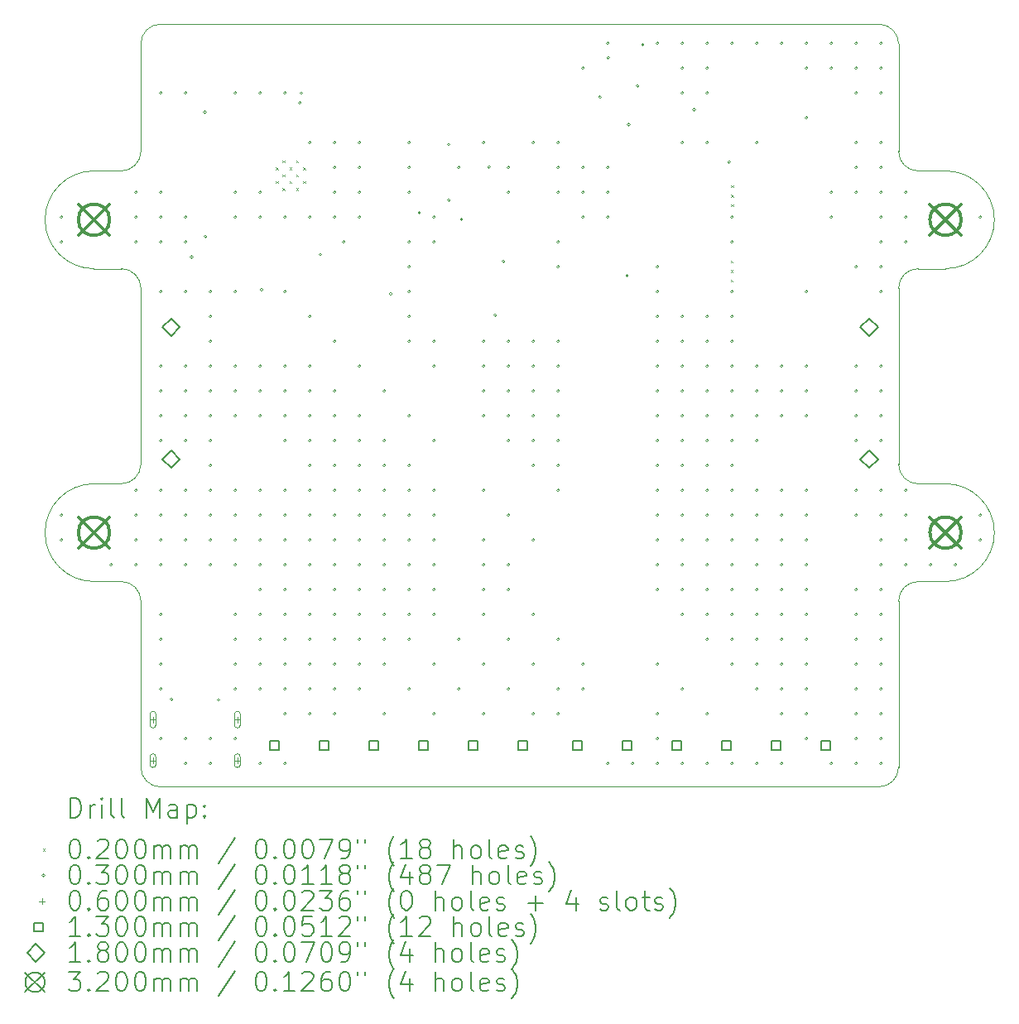
<source format=gbr>
%TF.GenerationSoftware,KiCad,Pcbnew,8.0.2*%
%TF.CreationDate,2025-08-03T00:44:15+02:00*%
%TF.ProjectId,MarinaWatch,4d617269-6e61-4576-9174-63682e6b6963,rev?*%
%TF.SameCoordinates,Original*%
%TF.FileFunction,Drillmap*%
%TF.FilePolarity,Positive*%
%FSLAX45Y45*%
G04 Gerber Fmt 4.5, Leading zero omitted, Abs format (unit mm)*
G04 Created by KiCad (PCBNEW 8.0.2) date 2025-08-03 00:44:15*
%MOMM*%
%LPD*%
G01*
G04 APERTURE LIST*
%ADD10C,0.050000*%
%ADD11C,0.200000*%
%ADD12C,0.100000*%
%ADD13C,0.130000*%
%ADD14C,0.180000*%
%ADD15C,0.320000*%
G04 APERTURE END LIST*
D10*
X11840000Y-12300000D02*
X12120000Y-12300000D01*
X20270000Y-9100000D02*
G75*
G02*
X20070000Y-8900000I0J200000D01*
G01*
X20270000Y-12300000D02*
G75*
G02*
X20070000Y-12100000I0J200000D01*
G01*
X11840000Y-10100000D02*
X12120000Y-10100000D01*
X11840000Y-13300000D02*
G75*
G02*
X11840000Y-12300000I0J500000D01*
G01*
X20070000Y-15200000D02*
G75*
G02*
X19870000Y-15400000I-200000J0D01*
G01*
X20070000Y-12100000D02*
X20070000Y-10300000D01*
X20550000Y-12300000D02*
G75*
G02*
X20550000Y-13300000I0J-500000D01*
G01*
X20550000Y-9100000D02*
G75*
G02*
X20550000Y-10100000I0J-500000D01*
G01*
X19870000Y-7600000D02*
X12520000Y-7600000D01*
X20550000Y-12300000D02*
X20270000Y-12300000D01*
X11840000Y-9100000D02*
X12120000Y-9100000D01*
X11840000Y-10100000D02*
G75*
G02*
X11840000Y-9100000I0J500000D01*
G01*
X12320000Y-8900000D02*
G75*
G02*
X12120000Y-9100000I-200000J0D01*
G01*
X20550000Y-10100000D02*
X20270000Y-10100000D01*
X20550000Y-13300000D02*
X20270000Y-13300000D01*
X12320000Y-7800000D02*
X12320000Y-8900000D01*
X12120000Y-10100000D02*
G75*
G02*
X12320000Y-10300000I0J-200000D01*
G01*
X11840000Y-13300000D02*
X12120000Y-13300000D01*
X12520000Y-15400000D02*
X19870000Y-15400000D01*
X20070000Y-7800000D02*
X20070000Y-8900000D01*
X20070000Y-13500000D02*
X20070000Y-15200000D01*
X20550000Y-9100000D02*
X20270000Y-9100000D01*
X12120000Y-13300000D02*
G75*
G02*
X12320000Y-13500000I0J-200000D01*
G01*
X12320000Y-7800000D02*
G75*
G02*
X12520000Y-7600000I200000J0D01*
G01*
X20070000Y-13500000D02*
G75*
G02*
X20270000Y-13300000I200000J0D01*
G01*
X12320000Y-10300000D02*
X12320000Y-12100000D01*
X20070000Y-10300000D02*
G75*
G02*
X20270000Y-10100000I200000J0D01*
G01*
X12320000Y-12100000D02*
G75*
G02*
X12120000Y-12300000I-200000J0D01*
G01*
X12520000Y-15400000D02*
G75*
G02*
X12320000Y-15200000I0J200000D01*
G01*
X19870000Y-7600000D02*
G75*
G02*
X20070000Y-7800000I-710J-200710D01*
G01*
X12320000Y-13500000D02*
X12320000Y-15200000D01*
D11*
D12*
X13700000Y-9066000D02*
X13720000Y-9086000D01*
X13720000Y-9066000D02*
X13700000Y-9086000D01*
X13700000Y-9206000D02*
X13720000Y-9226000D01*
X13720000Y-9206000D02*
X13700000Y-9226000D01*
X13770000Y-8996000D02*
X13790000Y-9016000D01*
X13790000Y-8996000D02*
X13770000Y-9016000D01*
X13770000Y-9136000D02*
X13790000Y-9156000D01*
X13790000Y-9136000D02*
X13770000Y-9156000D01*
X13770000Y-9276000D02*
X13790000Y-9296000D01*
X13790000Y-9276000D02*
X13770000Y-9296000D01*
X13840000Y-9066000D02*
X13860000Y-9086000D01*
X13860000Y-9066000D02*
X13840000Y-9086000D01*
X13840000Y-9206000D02*
X13860000Y-9226000D01*
X13860000Y-9206000D02*
X13840000Y-9226000D01*
X13910000Y-8996000D02*
X13930000Y-9016000D01*
X13930000Y-8996000D02*
X13910000Y-9016000D01*
X13910000Y-9136000D02*
X13930000Y-9156000D01*
X13930000Y-9136000D02*
X13910000Y-9156000D01*
X13910000Y-9276000D02*
X13930000Y-9296000D01*
X13930000Y-9276000D02*
X13910000Y-9296000D01*
X13980000Y-9066000D02*
X14000000Y-9086000D01*
X14000000Y-9066000D02*
X13980000Y-9086000D01*
X13980000Y-9206000D02*
X14000000Y-9226000D01*
X14000000Y-9206000D02*
X13980000Y-9226000D01*
X18355000Y-10020000D02*
X18375000Y-10040000D01*
X18375000Y-10020000D02*
X18355000Y-10040000D01*
X18355000Y-10115000D02*
X18375000Y-10135000D01*
X18375000Y-10115000D02*
X18355000Y-10135000D01*
X18355000Y-10210000D02*
X18375000Y-10230000D01*
X18375000Y-10210000D02*
X18355000Y-10230000D01*
X18357500Y-9250000D02*
X18377500Y-9270000D01*
X18377500Y-9250000D02*
X18357500Y-9270000D01*
X18357500Y-9345000D02*
X18377500Y-9365000D01*
X18377500Y-9345000D02*
X18357500Y-9365000D01*
X18357500Y-9440000D02*
X18377500Y-9460000D01*
X18377500Y-9440000D02*
X18357500Y-9460000D01*
X11523000Y-9572000D02*
G75*
G02*
X11493000Y-9572000I-15000J0D01*
G01*
X11493000Y-9572000D02*
G75*
G02*
X11523000Y-9572000I15000J0D01*
G01*
X11523000Y-9826000D02*
G75*
G02*
X11493000Y-9826000I-15000J0D01*
G01*
X11493000Y-9826000D02*
G75*
G02*
X11523000Y-9826000I15000J0D01*
G01*
X11523000Y-12620000D02*
G75*
G02*
X11493000Y-12620000I-15000J0D01*
G01*
X11493000Y-12620000D02*
G75*
G02*
X11523000Y-12620000I15000J0D01*
G01*
X11523000Y-12874000D02*
G75*
G02*
X11493000Y-12874000I-15000J0D01*
G01*
X11493000Y-12874000D02*
G75*
G02*
X11523000Y-12874000I15000J0D01*
G01*
X12031000Y-13128000D02*
G75*
G02*
X12001000Y-13128000I-15000J0D01*
G01*
X12001000Y-13128000D02*
G75*
G02*
X12031000Y-13128000I15000J0D01*
G01*
X12285000Y-9318000D02*
G75*
G02*
X12255000Y-9318000I-15000J0D01*
G01*
X12255000Y-9318000D02*
G75*
G02*
X12285000Y-9318000I15000J0D01*
G01*
X12285000Y-9572000D02*
G75*
G02*
X12255000Y-9572000I-15000J0D01*
G01*
X12255000Y-9572000D02*
G75*
G02*
X12285000Y-9572000I15000J0D01*
G01*
X12285000Y-9826000D02*
G75*
G02*
X12255000Y-9826000I-15000J0D01*
G01*
X12255000Y-9826000D02*
G75*
G02*
X12285000Y-9826000I15000J0D01*
G01*
X12285000Y-12366000D02*
G75*
G02*
X12255000Y-12366000I-15000J0D01*
G01*
X12255000Y-12366000D02*
G75*
G02*
X12285000Y-12366000I15000J0D01*
G01*
X12285000Y-12620000D02*
G75*
G02*
X12255000Y-12620000I-15000J0D01*
G01*
X12255000Y-12620000D02*
G75*
G02*
X12285000Y-12620000I15000J0D01*
G01*
X12285000Y-12874000D02*
G75*
G02*
X12255000Y-12874000I-15000J0D01*
G01*
X12255000Y-12874000D02*
G75*
G02*
X12285000Y-12874000I15000J0D01*
G01*
X12285000Y-13128000D02*
G75*
G02*
X12255000Y-13128000I-15000J0D01*
G01*
X12255000Y-13128000D02*
G75*
G02*
X12285000Y-13128000I15000J0D01*
G01*
X12539000Y-8302000D02*
G75*
G02*
X12509000Y-8302000I-15000J0D01*
G01*
X12509000Y-8302000D02*
G75*
G02*
X12539000Y-8302000I15000J0D01*
G01*
X12539000Y-9318000D02*
G75*
G02*
X12509000Y-9318000I-15000J0D01*
G01*
X12509000Y-9318000D02*
G75*
G02*
X12539000Y-9318000I15000J0D01*
G01*
X12539000Y-9572000D02*
G75*
G02*
X12509000Y-9572000I-15000J0D01*
G01*
X12509000Y-9572000D02*
G75*
G02*
X12539000Y-9572000I15000J0D01*
G01*
X12539000Y-9826000D02*
G75*
G02*
X12509000Y-9826000I-15000J0D01*
G01*
X12509000Y-9826000D02*
G75*
G02*
X12539000Y-9826000I15000J0D01*
G01*
X12539000Y-10334000D02*
G75*
G02*
X12509000Y-10334000I-15000J0D01*
G01*
X12509000Y-10334000D02*
G75*
G02*
X12539000Y-10334000I15000J0D01*
G01*
X12539000Y-11096000D02*
G75*
G02*
X12509000Y-11096000I-15000J0D01*
G01*
X12509000Y-11096000D02*
G75*
G02*
X12539000Y-11096000I15000J0D01*
G01*
X12539000Y-11350000D02*
G75*
G02*
X12509000Y-11350000I-15000J0D01*
G01*
X12509000Y-11350000D02*
G75*
G02*
X12539000Y-11350000I15000J0D01*
G01*
X12539000Y-11604000D02*
G75*
G02*
X12509000Y-11604000I-15000J0D01*
G01*
X12509000Y-11604000D02*
G75*
G02*
X12539000Y-11604000I15000J0D01*
G01*
X12539000Y-11858000D02*
G75*
G02*
X12509000Y-11858000I-15000J0D01*
G01*
X12509000Y-11858000D02*
G75*
G02*
X12539000Y-11858000I15000J0D01*
G01*
X12539000Y-12366000D02*
G75*
G02*
X12509000Y-12366000I-15000J0D01*
G01*
X12509000Y-12366000D02*
G75*
G02*
X12539000Y-12366000I15000J0D01*
G01*
X12539000Y-12620000D02*
G75*
G02*
X12509000Y-12620000I-15000J0D01*
G01*
X12509000Y-12620000D02*
G75*
G02*
X12539000Y-12620000I15000J0D01*
G01*
X12539000Y-12874000D02*
G75*
G02*
X12509000Y-12874000I-15000J0D01*
G01*
X12509000Y-12874000D02*
G75*
G02*
X12539000Y-12874000I15000J0D01*
G01*
X12539000Y-13128000D02*
G75*
G02*
X12509000Y-13128000I-15000J0D01*
G01*
X12509000Y-13128000D02*
G75*
G02*
X12539000Y-13128000I15000J0D01*
G01*
X12539000Y-13636000D02*
G75*
G02*
X12509000Y-13636000I-15000J0D01*
G01*
X12509000Y-13636000D02*
G75*
G02*
X12539000Y-13636000I15000J0D01*
G01*
X12539000Y-13890000D02*
G75*
G02*
X12509000Y-13890000I-15000J0D01*
G01*
X12509000Y-13890000D02*
G75*
G02*
X12539000Y-13890000I15000J0D01*
G01*
X12539000Y-14144000D02*
G75*
G02*
X12509000Y-14144000I-15000J0D01*
G01*
X12509000Y-14144000D02*
G75*
G02*
X12539000Y-14144000I15000J0D01*
G01*
X12539000Y-14398000D02*
G75*
G02*
X12509000Y-14398000I-15000J0D01*
G01*
X12509000Y-14398000D02*
G75*
G02*
X12539000Y-14398000I15000J0D01*
G01*
X12539000Y-14906000D02*
G75*
G02*
X12509000Y-14906000I-15000J0D01*
G01*
X12509000Y-14906000D02*
G75*
G02*
X12539000Y-14906000I15000J0D01*
G01*
X12650000Y-14505000D02*
G75*
G02*
X12620000Y-14505000I-15000J0D01*
G01*
X12620000Y-14505000D02*
G75*
G02*
X12650000Y-14505000I15000J0D01*
G01*
X12793000Y-8302000D02*
G75*
G02*
X12763000Y-8302000I-15000J0D01*
G01*
X12763000Y-8302000D02*
G75*
G02*
X12793000Y-8302000I15000J0D01*
G01*
X12793000Y-9572000D02*
G75*
G02*
X12763000Y-9572000I-15000J0D01*
G01*
X12763000Y-9572000D02*
G75*
G02*
X12793000Y-9572000I15000J0D01*
G01*
X12793000Y-9826000D02*
G75*
G02*
X12763000Y-9826000I-15000J0D01*
G01*
X12763000Y-9826000D02*
G75*
G02*
X12793000Y-9826000I15000J0D01*
G01*
X12793000Y-10334000D02*
G75*
G02*
X12763000Y-10334000I-15000J0D01*
G01*
X12763000Y-10334000D02*
G75*
G02*
X12793000Y-10334000I15000J0D01*
G01*
X12793000Y-11096000D02*
G75*
G02*
X12763000Y-11096000I-15000J0D01*
G01*
X12763000Y-11096000D02*
G75*
G02*
X12793000Y-11096000I15000J0D01*
G01*
X12793000Y-11350000D02*
G75*
G02*
X12763000Y-11350000I-15000J0D01*
G01*
X12763000Y-11350000D02*
G75*
G02*
X12793000Y-11350000I15000J0D01*
G01*
X12793000Y-11604000D02*
G75*
G02*
X12763000Y-11604000I-15000J0D01*
G01*
X12763000Y-11604000D02*
G75*
G02*
X12793000Y-11604000I15000J0D01*
G01*
X12793000Y-11858000D02*
G75*
G02*
X12763000Y-11858000I-15000J0D01*
G01*
X12763000Y-11858000D02*
G75*
G02*
X12793000Y-11858000I15000J0D01*
G01*
X12793000Y-12366000D02*
G75*
G02*
X12763000Y-12366000I-15000J0D01*
G01*
X12763000Y-12366000D02*
G75*
G02*
X12793000Y-12366000I15000J0D01*
G01*
X12793000Y-12620000D02*
G75*
G02*
X12763000Y-12620000I-15000J0D01*
G01*
X12763000Y-12620000D02*
G75*
G02*
X12793000Y-12620000I15000J0D01*
G01*
X12793000Y-12874000D02*
G75*
G02*
X12763000Y-12874000I-15000J0D01*
G01*
X12763000Y-12874000D02*
G75*
G02*
X12793000Y-12874000I15000J0D01*
G01*
X12793000Y-13128000D02*
G75*
G02*
X12763000Y-13128000I-15000J0D01*
G01*
X12763000Y-13128000D02*
G75*
G02*
X12793000Y-13128000I15000J0D01*
G01*
X12793000Y-14906000D02*
G75*
G02*
X12763000Y-14906000I-15000J0D01*
G01*
X12763000Y-14906000D02*
G75*
G02*
X12793000Y-14906000I15000J0D01*
G01*
X12793000Y-15160000D02*
G75*
G02*
X12763000Y-15160000I-15000J0D01*
G01*
X12763000Y-15160000D02*
G75*
G02*
X12793000Y-15160000I15000J0D01*
G01*
X12855000Y-9980000D02*
G75*
G02*
X12825000Y-9980000I-15000J0D01*
G01*
X12825000Y-9980000D02*
G75*
G02*
X12855000Y-9980000I15000J0D01*
G01*
X12990000Y-8501000D02*
G75*
G02*
X12960000Y-8501000I-15000J0D01*
G01*
X12960000Y-8501000D02*
G75*
G02*
X12990000Y-8501000I15000J0D01*
G01*
X12995000Y-9771000D02*
G75*
G02*
X12965000Y-9771000I-15000J0D01*
G01*
X12965000Y-9771000D02*
G75*
G02*
X12995000Y-9771000I15000J0D01*
G01*
X13047000Y-10334000D02*
G75*
G02*
X13017000Y-10334000I-15000J0D01*
G01*
X13017000Y-10334000D02*
G75*
G02*
X13047000Y-10334000I15000J0D01*
G01*
X13047000Y-10588000D02*
G75*
G02*
X13017000Y-10588000I-15000J0D01*
G01*
X13017000Y-10588000D02*
G75*
G02*
X13047000Y-10588000I15000J0D01*
G01*
X13047000Y-10842000D02*
G75*
G02*
X13017000Y-10842000I-15000J0D01*
G01*
X13017000Y-10842000D02*
G75*
G02*
X13047000Y-10842000I15000J0D01*
G01*
X13047000Y-11096000D02*
G75*
G02*
X13017000Y-11096000I-15000J0D01*
G01*
X13017000Y-11096000D02*
G75*
G02*
X13047000Y-11096000I15000J0D01*
G01*
X13047000Y-11350000D02*
G75*
G02*
X13017000Y-11350000I-15000J0D01*
G01*
X13017000Y-11350000D02*
G75*
G02*
X13047000Y-11350000I15000J0D01*
G01*
X13047000Y-11604000D02*
G75*
G02*
X13017000Y-11604000I-15000J0D01*
G01*
X13017000Y-11604000D02*
G75*
G02*
X13047000Y-11604000I15000J0D01*
G01*
X13047000Y-11858000D02*
G75*
G02*
X13017000Y-11858000I-15000J0D01*
G01*
X13017000Y-11858000D02*
G75*
G02*
X13047000Y-11858000I15000J0D01*
G01*
X13047000Y-12112000D02*
G75*
G02*
X13017000Y-12112000I-15000J0D01*
G01*
X13017000Y-12112000D02*
G75*
G02*
X13047000Y-12112000I15000J0D01*
G01*
X13047000Y-12366000D02*
G75*
G02*
X13017000Y-12366000I-15000J0D01*
G01*
X13017000Y-12366000D02*
G75*
G02*
X13047000Y-12366000I15000J0D01*
G01*
X13047000Y-12620000D02*
G75*
G02*
X13017000Y-12620000I-15000J0D01*
G01*
X13017000Y-12620000D02*
G75*
G02*
X13047000Y-12620000I15000J0D01*
G01*
X13047000Y-12874000D02*
G75*
G02*
X13017000Y-12874000I-15000J0D01*
G01*
X13017000Y-12874000D02*
G75*
G02*
X13047000Y-12874000I15000J0D01*
G01*
X13047000Y-13128000D02*
G75*
G02*
X13017000Y-13128000I-15000J0D01*
G01*
X13017000Y-13128000D02*
G75*
G02*
X13047000Y-13128000I15000J0D01*
G01*
X13047000Y-14906000D02*
G75*
G02*
X13017000Y-14906000I-15000J0D01*
G01*
X13017000Y-14906000D02*
G75*
G02*
X13047000Y-14906000I15000J0D01*
G01*
X13047000Y-15160000D02*
G75*
G02*
X13017000Y-15160000I-15000J0D01*
G01*
X13017000Y-15160000D02*
G75*
G02*
X13047000Y-15160000I15000J0D01*
G01*
X13130000Y-14510000D02*
G75*
G02*
X13100000Y-14510000I-15000J0D01*
G01*
X13100000Y-14510000D02*
G75*
G02*
X13130000Y-14510000I15000J0D01*
G01*
X13301000Y-8302000D02*
G75*
G02*
X13271000Y-8302000I-15000J0D01*
G01*
X13271000Y-8302000D02*
G75*
G02*
X13301000Y-8302000I15000J0D01*
G01*
X13301000Y-9318000D02*
G75*
G02*
X13271000Y-9318000I-15000J0D01*
G01*
X13271000Y-9318000D02*
G75*
G02*
X13301000Y-9318000I15000J0D01*
G01*
X13301000Y-9572000D02*
G75*
G02*
X13271000Y-9572000I-15000J0D01*
G01*
X13271000Y-9572000D02*
G75*
G02*
X13301000Y-9572000I15000J0D01*
G01*
X13301000Y-10334000D02*
G75*
G02*
X13271000Y-10334000I-15000J0D01*
G01*
X13271000Y-10334000D02*
G75*
G02*
X13301000Y-10334000I15000J0D01*
G01*
X13301000Y-11096000D02*
G75*
G02*
X13271000Y-11096000I-15000J0D01*
G01*
X13271000Y-11096000D02*
G75*
G02*
X13301000Y-11096000I15000J0D01*
G01*
X13301000Y-11350000D02*
G75*
G02*
X13271000Y-11350000I-15000J0D01*
G01*
X13271000Y-11350000D02*
G75*
G02*
X13301000Y-11350000I15000J0D01*
G01*
X13301000Y-11604000D02*
G75*
G02*
X13271000Y-11604000I-15000J0D01*
G01*
X13271000Y-11604000D02*
G75*
G02*
X13301000Y-11604000I15000J0D01*
G01*
X13301000Y-12366000D02*
G75*
G02*
X13271000Y-12366000I-15000J0D01*
G01*
X13271000Y-12366000D02*
G75*
G02*
X13301000Y-12366000I15000J0D01*
G01*
X13301000Y-12620000D02*
G75*
G02*
X13271000Y-12620000I-15000J0D01*
G01*
X13271000Y-12620000D02*
G75*
G02*
X13301000Y-12620000I15000J0D01*
G01*
X13301000Y-12874000D02*
G75*
G02*
X13271000Y-12874000I-15000J0D01*
G01*
X13271000Y-12874000D02*
G75*
G02*
X13301000Y-12874000I15000J0D01*
G01*
X13301000Y-13128000D02*
G75*
G02*
X13271000Y-13128000I-15000J0D01*
G01*
X13271000Y-13128000D02*
G75*
G02*
X13301000Y-13128000I15000J0D01*
G01*
X13301000Y-13636000D02*
G75*
G02*
X13271000Y-13636000I-15000J0D01*
G01*
X13271000Y-13636000D02*
G75*
G02*
X13301000Y-13636000I15000J0D01*
G01*
X13301000Y-13890000D02*
G75*
G02*
X13271000Y-13890000I-15000J0D01*
G01*
X13271000Y-13890000D02*
G75*
G02*
X13301000Y-13890000I15000J0D01*
G01*
X13301000Y-14144000D02*
G75*
G02*
X13271000Y-14144000I-15000J0D01*
G01*
X13271000Y-14144000D02*
G75*
G02*
X13301000Y-14144000I15000J0D01*
G01*
X13301000Y-14398000D02*
G75*
G02*
X13271000Y-14398000I-15000J0D01*
G01*
X13271000Y-14398000D02*
G75*
G02*
X13301000Y-14398000I15000J0D01*
G01*
X13301000Y-14906000D02*
G75*
G02*
X13271000Y-14906000I-15000J0D01*
G01*
X13271000Y-14906000D02*
G75*
G02*
X13301000Y-14906000I15000J0D01*
G01*
X13555000Y-8302000D02*
G75*
G02*
X13525000Y-8302000I-15000J0D01*
G01*
X13525000Y-8302000D02*
G75*
G02*
X13555000Y-8302000I15000J0D01*
G01*
X13555000Y-9318000D02*
G75*
G02*
X13525000Y-9318000I-15000J0D01*
G01*
X13525000Y-9318000D02*
G75*
G02*
X13555000Y-9318000I15000J0D01*
G01*
X13555000Y-9572000D02*
G75*
G02*
X13525000Y-9572000I-15000J0D01*
G01*
X13525000Y-9572000D02*
G75*
G02*
X13555000Y-9572000I15000J0D01*
G01*
X13555000Y-11096000D02*
G75*
G02*
X13525000Y-11096000I-15000J0D01*
G01*
X13525000Y-11096000D02*
G75*
G02*
X13555000Y-11096000I15000J0D01*
G01*
X13555000Y-11350000D02*
G75*
G02*
X13525000Y-11350000I-15000J0D01*
G01*
X13525000Y-11350000D02*
G75*
G02*
X13555000Y-11350000I15000J0D01*
G01*
X13555000Y-11604000D02*
G75*
G02*
X13525000Y-11604000I-15000J0D01*
G01*
X13525000Y-11604000D02*
G75*
G02*
X13555000Y-11604000I15000J0D01*
G01*
X13555000Y-12366000D02*
G75*
G02*
X13525000Y-12366000I-15000J0D01*
G01*
X13525000Y-12366000D02*
G75*
G02*
X13555000Y-12366000I15000J0D01*
G01*
X13555000Y-12620000D02*
G75*
G02*
X13525000Y-12620000I-15000J0D01*
G01*
X13525000Y-12620000D02*
G75*
G02*
X13555000Y-12620000I15000J0D01*
G01*
X13555000Y-12874000D02*
G75*
G02*
X13525000Y-12874000I-15000J0D01*
G01*
X13525000Y-12874000D02*
G75*
G02*
X13555000Y-12874000I15000J0D01*
G01*
X13555000Y-13128000D02*
G75*
G02*
X13525000Y-13128000I-15000J0D01*
G01*
X13525000Y-13128000D02*
G75*
G02*
X13555000Y-13128000I15000J0D01*
G01*
X13555000Y-13382000D02*
G75*
G02*
X13525000Y-13382000I-15000J0D01*
G01*
X13525000Y-13382000D02*
G75*
G02*
X13555000Y-13382000I15000J0D01*
G01*
X13555000Y-13636000D02*
G75*
G02*
X13525000Y-13636000I-15000J0D01*
G01*
X13525000Y-13636000D02*
G75*
G02*
X13555000Y-13636000I15000J0D01*
G01*
X13555000Y-13890000D02*
G75*
G02*
X13525000Y-13890000I-15000J0D01*
G01*
X13525000Y-13890000D02*
G75*
G02*
X13555000Y-13890000I15000J0D01*
G01*
X13555000Y-14144000D02*
G75*
G02*
X13525000Y-14144000I-15000J0D01*
G01*
X13525000Y-14144000D02*
G75*
G02*
X13555000Y-14144000I15000J0D01*
G01*
X13555000Y-14398000D02*
G75*
G02*
X13525000Y-14398000I-15000J0D01*
G01*
X13525000Y-14398000D02*
G75*
G02*
X13555000Y-14398000I15000J0D01*
G01*
X13555000Y-15160000D02*
G75*
G02*
X13525000Y-15160000I-15000J0D01*
G01*
X13525000Y-15160000D02*
G75*
G02*
X13555000Y-15160000I15000J0D01*
G01*
X13570000Y-10315000D02*
G75*
G02*
X13540000Y-10315000I-15000J0D01*
G01*
X13540000Y-10315000D02*
G75*
G02*
X13570000Y-10315000I15000J0D01*
G01*
X13809000Y-8302000D02*
G75*
G02*
X13779000Y-8302000I-15000J0D01*
G01*
X13779000Y-8302000D02*
G75*
G02*
X13809000Y-8302000I15000J0D01*
G01*
X13809000Y-9572000D02*
G75*
G02*
X13779000Y-9572000I-15000J0D01*
G01*
X13779000Y-9572000D02*
G75*
G02*
X13809000Y-9572000I15000J0D01*
G01*
X13809000Y-10334000D02*
G75*
G02*
X13779000Y-10334000I-15000J0D01*
G01*
X13779000Y-10334000D02*
G75*
G02*
X13809000Y-10334000I15000J0D01*
G01*
X13809000Y-11096000D02*
G75*
G02*
X13779000Y-11096000I-15000J0D01*
G01*
X13779000Y-11096000D02*
G75*
G02*
X13809000Y-11096000I15000J0D01*
G01*
X13809000Y-11350000D02*
G75*
G02*
X13779000Y-11350000I-15000J0D01*
G01*
X13779000Y-11350000D02*
G75*
G02*
X13809000Y-11350000I15000J0D01*
G01*
X13809000Y-11604000D02*
G75*
G02*
X13779000Y-11604000I-15000J0D01*
G01*
X13779000Y-11604000D02*
G75*
G02*
X13809000Y-11604000I15000J0D01*
G01*
X13809000Y-11858000D02*
G75*
G02*
X13779000Y-11858000I-15000J0D01*
G01*
X13779000Y-11858000D02*
G75*
G02*
X13809000Y-11858000I15000J0D01*
G01*
X13809000Y-12366000D02*
G75*
G02*
X13779000Y-12366000I-15000J0D01*
G01*
X13779000Y-12366000D02*
G75*
G02*
X13809000Y-12366000I15000J0D01*
G01*
X13809000Y-12620000D02*
G75*
G02*
X13779000Y-12620000I-15000J0D01*
G01*
X13779000Y-12620000D02*
G75*
G02*
X13809000Y-12620000I15000J0D01*
G01*
X13809000Y-12874000D02*
G75*
G02*
X13779000Y-12874000I-15000J0D01*
G01*
X13779000Y-12874000D02*
G75*
G02*
X13809000Y-12874000I15000J0D01*
G01*
X13809000Y-13128000D02*
G75*
G02*
X13779000Y-13128000I-15000J0D01*
G01*
X13779000Y-13128000D02*
G75*
G02*
X13809000Y-13128000I15000J0D01*
G01*
X13809000Y-13382000D02*
G75*
G02*
X13779000Y-13382000I-15000J0D01*
G01*
X13779000Y-13382000D02*
G75*
G02*
X13809000Y-13382000I15000J0D01*
G01*
X13809000Y-13636000D02*
G75*
G02*
X13779000Y-13636000I-15000J0D01*
G01*
X13779000Y-13636000D02*
G75*
G02*
X13809000Y-13636000I15000J0D01*
G01*
X13809000Y-13890000D02*
G75*
G02*
X13779000Y-13890000I-15000J0D01*
G01*
X13779000Y-13890000D02*
G75*
G02*
X13809000Y-13890000I15000J0D01*
G01*
X13809000Y-14144000D02*
G75*
G02*
X13779000Y-14144000I-15000J0D01*
G01*
X13779000Y-14144000D02*
G75*
G02*
X13809000Y-14144000I15000J0D01*
G01*
X13809000Y-14398000D02*
G75*
G02*
X13779000Y-14398000I-15000J0D01*
G01*
X13779000Y-14398000D02*
G75*
G02*
X13809000Y-14398000I15000J0D01*
G01*
X13809000Y-14652000D02*
G75*
G02*
X13779000Y-14652000I-15000J0D01*
G01*
X13779000Y-14652000D02*
G75*
G02*
X13809000Y-14652000I15000J0D01*
G01*
X13809000Y-15160000D02*
G75*
G02*
X13779000Y-15160000I-15000J0D01*
G01*
X13779000Y-15160000D02*
G75*
G02*
X13809000Y-15160000I15000J0D01*
G01*
X13960000Y-8405000D02*
G75*
G02*
X13930000Y-8405000I-15000J0D01*
G01*
X13930000Y-8405000D02*
G75*
G02*
X13960000Y-8405000I15000J0D01*
G01*
X13975000Y-8305000D02*
G75*
G02*
X13945000Y-8305000I-15000J0D01*
G01*
X13945000Y-8305000D02*
G75*
G02*
X13975000Y-8305000I15000J0D01*
G01*
X14063000Y-8810000D02*
G75*
G02*
X14033000Y-8810000I-15000J0D01*
G01*
X14033000Y-8810000D02*
G75*
G02*
X14063000Y-8810000I15000J0D01*
G01*
X14063000Y-9572000D02*
G75*
G02*
X14033000Y-9572000I-15000J0D01*
G01*
X14033000Y-9572000D02*
G75*
G02*
X14063000Y-9572000I15000J0D01*
G01*
X14063000Y-10588000D02*
G75*
G02*
X14033000Y-10588000I-15000J0D01*
G01*
X14033000Y-10588000D02*
G75*
G02*
X14063000Y-10588000I15000J0D01*
G01*
X14063000Y-11096000D02*
G75*
G02*
X14033000Y-11096000I-15000J0D01*
G01*
X14033000Y-11096000D02*
G75*
G02*
X14063000Y-11096000I15000J0D01*
G01*
X14063000Y-11350000D02*
G75*
G02*
X14033000Y-11350000I-15000J0D01*
G01*
X14033000Y-11350000D02*
G75*
G02*
X14063000Y-11350000I15000J0D01*
G01*
X14063000Y-11604000D02*
G75*
G02*
X14033000Y-11604000I-15000J0D01*
G01*
X14033000Y-11604000D02*
G75*
G02*
X14063000Y-11604000I15000J0D01*
G01*
X14063000Y-11858000D02*
G75*
G02*
X14033000Y-11858000I-15000J0D01*
G01*
X14033000Y-11858000D02*
G75*
G02*
X14063000Y-11858000I15000J0D01*
G01*
X14063000Y-12112000D02*
G75*
G02*
X14033000Y-12112000I-15000J0D01*
G01*
X14033000Y-12112000D02*
G75*
G02*
X14063000Y-12112000I15000J0D01*
G01*
X14063000Y-12366000D02*
G75*
G02*
X14033000Y-12366000I-15000J0D01*
G01*
X14033000Y-12366000D02*
G75*
G02*
X14063000Y-12366000I15000J0D01*
G01*
X14063000Y-12620000D02*
G75*
G02*
X14033000Y-12620000I-15000J0D01*
G01*
X14033000Y-12620000D02*
G75*
G02*
X14063000Y-12620000I15000J0D01*
G01*
X14063000Y-12874000D02*
G75*
G02*
X14033000Y-12874000I-15000J0D01*
G01*
X14033000Y-12874000D02*
G75*
G02*
X14063000Y-12874000I15000J0D01*
G01*
X14063000Y-13128000D02*
G75*
G02*
X14033000Y-13128000I-15000J0D01*
G01*
X14033000Y-13128000D02*
G75*
G02*
X14063000Y-13128000I15000J0D01*
G01*
X14063000Y-13382000D02*
G75*
G02*
X14033000Y-13382000I-15000J0D01*
G01*
X14033000Y-13382000D02*
G75*
G02*
X14063000Y-13382000I15000J0D01*
G01*
X14063000Y-13636000D02*
G75*
G02*
X14033000Y-13636000I-15000J0D01*
G01*
X14033000Y-13636000D02*
G75*
G02*
X14063000Y-13636000I15000J0D01*
G01*
X14063000Y-13890000D02*
G75*
G02*
X14033000Y-13890000I-15000J0D01*
G01*
X14033000Y-13890000D02*
G75*
G02*
X14063000Y-13890000I15000J0D01*
G01*
X14063000Y-14144000D02*
G75*
G02*
X14033000Y-14144000I-15000J0D01*
G01*
X14033000Y-14144000D02*
G75*
G02*
X14063000Y-14144000I15000J0D01*
G01*
X14063000Y-14398000D02*
G75*
G02*
X14033000Y-14398000I-15000J0D01*
G01*
X14033000Y-14398000D02*
G75*
G02*
X14063000Y-14398000I15000J0D01*
G01*
X14063000Y-14652000D02*
G75*
G02*
X14033000Y-14652000I-15000J0D01*
G01*
X14033000Y-14652000D02*
G75*
G02*
X14063000Y-14652000I15000J0D01*
G01*
X14170000Y-9955000D02*
G75*
G02*
X14140000Y-9955000I-15000J0D01*
G01*
X14140000Y-9955000D02*
G75*
G02*
X14170000Y-9955000I15000J0D01*
G01*
X14317000Y-8810000D02*
G75*
G02*
X14287000Y-8810000I-15000J0D01*
G01*
X14287000Y-8810000D02*
G75*
G02*
X14317000Y-8810000I15000J0D01*
G01*
X14317000Y-9064000D02*
G75*
G02*
X14287000Y-9064000I-15000J0D01*
G01*
X14287000Y-9064000D02*
G75*
G02*
X14317000Y-9064000I15000J0D01*
G01*
X14317000Y-9318000D02*
G75*
G02*
X14287000Y-9318000I-15000J0D01*
G01*
X14287000Y-9318000D02*
G75*
G02*
X14317000Y-9318000I15000J0D01*
G01*
X14317000Y-9572000D02*
G75*
G02*
X14287000Y-9572000I-15000J0D01*
G01*
X14287000Y-9572000D02*
G75*
G02*
X14317000Y-9572000I15000J0D01*
G01*
X14317000Y-10842000D02*
G75*
G02*
X14287000Y-10842000I-15000J0D01*
G01*
X14287000Y-10842000D02*
G75*
G02*
X14317000Y-10842000I15000J0D01*
G01*
X14317000Y-11350000D02*
G75*
G02*
X14287000Y-11350000I-15000J0D01*
G01*
X14287000Y-11350000D02*
G75*
G02*
X14317000Y-11350000I15000J0D01*
G01*
X14317000Y-11604000D02*
G75*
G02*
X14287000Y-11604000I-15000J0D01*
G01*
X14287000Y-11604000D02*
G75*
G02*
X14317000Y-11604000I15000J0D01*
G01*
X14317000Y-11858000D02*
G75*
G02*
X14287000Y-11858000I-15000J0D01*
G01*
X14287000Y-11858000D02*
G75*
G02*
X14317000Y-11858000I15000J0D01*
G01*
X14317000Y-12112000D02*
G75*
G02*
X14287000Y-12112000I-15000J0D01*
G01*
X14287000Y-12112000D02*
G75*
G02*
X14317000Y-12112000I15000J0D01*
G01*
X14317000Y-12366000D02*
G75*
G02*
X14287000Y-12366000I-15000J0D01*
G01*
X14287000Y-12366000D02*
G75*
G02*
X14317000Y-12366000I15000J0D01*
G01*
X14317000Y-12620000D02*
G75*
G02*
X14287000Y-12620000I-15000J0D01*
G01*
X14287000Y-12620000D02*
G75*
G02*
X14317000Y-12620000I15000J0D01*
G01*
X14317000Y-12874000D02*
G75*
G02*
X14287000Y-12874000I-15000J0D01*
G01*
X14287000Y-12874000D02*
G75*
G02*
X14317000Y-12874000I15000J0D01*
G01*
X14317000Y-13128000D02*
G75*
G02*
X14287000Y-13128000I-15000J0D01*
G01*
X14287000Y-13128000D02*
G75*
G02*
X14317000Y-13128000I15000J0D01*
G01*
X14317000Y-13382000D02*
G75*
G02*
X14287000Y-13382000I-15000J0D01*
G01*
X14287000Y-13382000D02*
G75*
G02*
X14317000Y-13382000I15000J0D01*
G01*
X14317000Y-13636000D02*
G75*
G02*
X14287000Y-13636000I-15000J0D01*
G01*
X14287000Y-13636000D02*
G75*
G02*
X14317000Y-13636000I15000J0D01*
G01*
X14317000Y-13890000D02*
G75*
G02*
X14287000Y-13890000I-15000J0D01*
G01*
X14287000Y-13890000D02*
G75*
G02*
X14317000Y-13890000I15000J0D01*
G01*
X14317000Y-14144000D02*
G75*
G02*
X14287000Y-14144000I-15000J0D01*
G01*
X14287000Y-14144000D02*
G75*
G02*
X14317000Y-14144000I15000J0D01*
G01*
X14317000Y-14398000D02*
G75*
G02*
X14287000Y-14398000I-15000J0D01*
G01*
X14287000Y-14398000D02*
G75*
G02*
X14317000Y-14398000I15000J0D01*
G01*
X14317000Y-14652000D02*
G75*
G02*
X14287000Y-14652000I-15000J0D01*
G01*
X14287000Y-14652000D02*
G75*
G02*
X14317000Y-14652000I15000J0D01*
G01*
X14410000Y-9825000D02*
G75*
G02*
X14380000Y-9825000I-15000J0D01*
G01*
X14380000Y-9825000D02*
G75*
G02*
X14410000Y-9825000I15000J0D01*
G01*
X14571000Y-8810000D02*
G75*
G02*
X14541000Y-8810000I-15000J0D01*
G01*
X14541000Y-8810000D02*
G75*
G02*
X14571000Y-8810000I15000J0D01*
G01*
X14571000Y-9064000D02*
G75*
G02*
X14541000Y-9064000I-15000J0D01*
G01*
X14541000Y-9064000D02*
G75*
G02*
X14571000Y-9064000I15000J0D01*
G01*
X14571000Y-9318000D02*
G75*
G02*
X14541000Y-9318000I-15000J0D01*
G01*
X14541000Y-9318000D02*
G75*
G02*
X14571000Y-9318000I15000J0D01*
G01*
X14571000Y-9572000D02*
G75*
G02*
X14541000Y-9572000I-15000J0D01*
G01*
X14541000Y-9572000D02*
G75*
G02*
X14571000Y-9572000I15000J0D01*
G01*
X14571000Y-11096000D02*
G75*
G02*
X14541000Y-11096000I-15000J0D01*
G01*
X14541000Y-11096000D02*
G75*
G02*
X14571000Y-11096000I15000J0D01*
G01*
X14571000Y-11604000D02*
G75*
G02*
X14541000Y-11604000I-15000J0D01*
G01*
X14541000Y-11604000D02*
G75*
G02*
X14571000Y-11604000I15000J0D01*
G01*
X14571000Y-11858000D02*
G75*
G02*
X14541000Y-11858000I-15000J0D01*
G01*
X14541000Y-11858000D02*
G75*
G02*
X14571000Y-11858000I15000J0D01*
G01*
X14571000Y-12112000D02*
G75*
G02*
X14541000Y-12112000I-15000J0D01*
G01*
X14541000Y-12112000D02*
G75*
G02*
X14571000Y-12112000I15000J0D01*
G01*
X14571000Y-12366000D02*
G75*
G02*
X14541000Y-12366000I-15000J0D01*
G01*
X14541000Y-12366000D02*
G75*
G02*
X14571000Y-12366000I15000J0D01*
G01*
X14571000Y-12620000D02*
G75*
G02*
X14541000Y-12620000I-15000J0D01*
G01*
X14541000Y-12620000D02*
G75*
G02*
X14571000Y-12620000I15000J0D01*
G01*
X14571000Y-12874000D02*
G75*
G02*
X14541000Y-12874000I-15000J0D01*
G01*
X14541000Y-12874000D02*
G75*
G02*
X14571000Y-12874000I15000J0D01*
G01*
X14571000Y-13128000D02*
G75*
G02*
X14541000Y-13128000I-15000J0D01*
G01*
X14541000Y-13128000D02*
G75*
G02*
X14571000Y-13128000I15000J0D01*
G01*
X14571000Y-13382000D02*
G75*
G02*
X14541000Y-13382000I-15000J0D01*
G01*
X14541000Y-13382000D02*
G75*
G02*
X14571000Y-13382000I15000J0D01*
G01*
X14571000Y-13636000D02*
G75*
G02*
X14541000Y-13636000I-15000J0D01*
G01*
X14541000Y-13636000D02*
G75*
G02*
X14571000Y-13636000I15000J0D01*
G01*
X14571000Y-13890000D02*
G75*
G02*
X14541000Y-13890000I-15000J0D01*
G01*
X14541000Y-13890000D02*
G75*
G02*
X14571000Y-13890000I15000J0D01*
G01*
X14571000Y-14144000D02*
G75*
G02*
X14541000Y-14144000I-15000J0D01*
G01*
X14541000Y-14144000D02*
G75*
G02*
X14571000Y-14144000I15000J0D01*
G01*
X14571000Y-14398000D02*
G75*
G02*
X14541000Y-14398000I-15000J0D01*
G01*
X14541000Y-14398000D02*
G75*
G02*
X14571000Y-14398000I15000J0D01*
G01*
X14825000Y-11350000D02*
G75*
G02*
X14795000Y-11350000I-15000J0D01*
G01*
X14795000Y-11350000D02*
G75*
G02*
X14825000Y-11350000I15000J0D01*
G01*
X14825000Y-11858000D02*
G75*
G02*
X14795000Y-11858000I-15000J0D01*
G01*
X14795000Y-11858000D02*
G75*
G02*
X14825000Y-11858000I15000J0D01*
G01*
X14825000Y-12112000D02*
G75*
G02*
X14795000Y-12112000I-15000J0D01*
G01*
X14795000Y-12112000D02*
G75*
G02*
X14825000Y-12112000I15000J0D01*
G01*
X14825000Y-12366000D02*
G75*
G02*
X14795000Y-12366000I-15000J0D01*
G01*
X14795000Y-12366000D02*
G75*
G02*
X14825000Y-12366000I15000J0D01*
G01*
X14825000Y-12620000D02*
G75*
G02*
X14795000Y-12620000I-15000J0D01*
G01*
X14795000Y-12620000D02*
G75*
G02*
X14825000Y-12620000I15000J0D01*
G01*
X14825000Y-12874000D02*
G75*
G02*
X14795000Y-12874000I-15000J0D01*
G01*
X14795000Y-12874000D02*
G75*
G02*
X14825000Y-12874000I15000J0D01*
G01*
X14825000Y-13128000D02*
G75*
G02*
X14795000Y-13128000I-15000J0D01*
G01*
X14795000Y-13128000D02*
G75*
G02*
X14825000Y-13128000I15000J0D01*
G01*
X14825000Y-13382000D02*
G75*
G02*
X14795000Y-13382000I-15000J0D01*
G01*
X14795000Y-13382000D02*
G75*
G02*
X14825000Y-13382000I15000J0D01*
G01*
X14825000Y-13636000D02*
G75*
G02*
X14795000Y-13636000I-15000J0D01*
G01*
X14795000Y-13636000D02*
G75*
G02*
X14825000Y-13636000I15000J0D01*
G01*
X14825000Y-13890000D02*
G75*
G02*
X14795000Y-13890000I-15000J0D01*
G01*
X14795000Y-13890000D02*
G75*
G02*
X14825000Y-13890000I15000J0D01*
G01*
X14825000Y-14144000D02*
G75*
G02*
X14795000Y-14144000I-15000J0D01*
G01*
X14795000Y-14144000D02*
G75*
G02*
X14825000Y-14144000I15000J0D01*
G01*
X14825000Y-14652000D02*
G75*
G02*
X14795000Y-14652000I-15000J0D01*
G01*
X14795000Y-14652000D02*
G75*
G02*
X14825000Y-14652000I15000J0D01*
G01*
X14890000Y-10358750D02*
G75*
G02*
X14860000Y-10358750I-15000J0D01*
G01*
X14860000Y-10358750D02*
G75*
G02*
X14890000Y-10358750I15000J0D01*
G01*
X15079000Y-8810000D02*
G75*
G02*
X15049000Y-8810000I-15000J0D01*
G01*
X15049000Y-8810000D02*
G75*
G02*
X15079000Y-8810000I15000J0D01*
G01*
X15079000Y-9064000D02*
G75*
G02*
X15049000Y-9064000I-15000J0D01*
G01*
X15049000Y-9064000D02*
G75*
G02*
X15079000Y-9064000I15000J0D01*
G01*
X15079000Y-9318000D02*
G75*
G02*
X15049000Y-9318000I-15000J0D01*
G01*
X15049000Y-9318000D02*
G75*
G02*
X15079000Y-9318000I15000J0D01*
G01*
X15079000Y-9826000D02*
G75*
G02*
X15049000Y-9826000I-15000J0D01*
G01*
X15049000Y-9826000D02*
G75*
G02*
X15079000Y-9826000I15000J0D01*
G01*
X15079000Y-10080000D02*
G75*
G02*
X15049000Y-10080000I-15000J0D01*
G01*
X15049000Y-10080000D02*
G75*
G02*
X15079000Y-10080000I15000J0D01*
G01*
X15079000Y-10334000D02*
G75*
G02*
X15049000Y-10334000I-15000J0D01*
G01*
X15049000Y-10334000D02*
G75*
G02*
X15079000Y-10334000I15000J0D01*
G01*
X15079000Y-10588000D02*
G75*
G02*
X15049000Y-10588000I-15000J0D01*
G01*
X15049000Y-10588000D02*
G75*
G02*
X15079000Y-10588000I15000J0D01*
G01*
X15079000Y-10842000D02*
G75*
G02*
X15049000Y-10842000I-15000J0D01*
G01*
X15049000Y-10842000D02*
G75*
G02*
X15079000Y-10842000I15000J0D01*
G01*
X15079000Y-11604000D02*
G75*
G02*
X15049000Y-11604000I-15000J0D01*
G01*
X15049000Y-11604000D02*
G75*
G02*
X15079000Y-11604000I15000J0D01*
G01*
X15079000Y-12112000D02*
G75*
G02*
X15049000Y-12112000I-15000J0D01*
G01*
X15049000Y-12112000D02*
G75*
G02*
X15079000Y-12112000I15000J0D01*
G01*
X15079000Y-12366000D02*
G75*
G02*
X15049000Y-12366000I-15000J0D01*
G01*
X15049000Y-12366000D02*
G75*
G02*
X15079000Y-12366000I15000J0D01*
G01*
X15079000Y-12620000D02*
G75*
G02*
X15049000Y-12620000I-15000J0D01*
G01*
X15049000Y-12620000D02*
G75*
G02*
X15079000Y-12620000I15000J0D01*
G01*
X15079000Y-12874000D02*
G75*
G02*
X15049000Y-12874000I-15000J0D01*
G01*
X15049000Y-12874000D02*
G75*
G02*
X15079000Y-12874000I15000J0D01*
G01*
X15079000Y-13128000D02*
G75*
G02*
X15049000Y-13128000I-15000J0D01*
G01*
X15049000Y-13128000D02*
G75*
G02*
X15079000Y-13128000I15000J0D01*
G01*
X15079000Y-13382000D02*
G75*
G02*
X15049000Y-13382000I-15000J0D01*
G01*
X15049000Y-13382000D02*
G75*
G02*
X15079000Y-13382000I15000J0D01*
G01*
X15079000Y-13636000D02*
G75*
G02*
X15049000Y-13636000I-15000J0D01*
G01*
X15049000Y-13636000D02*
G75*
G02*
X15079000Y-13636000I15000J0D01*
G01*
X15079000Y-13890000D02*
G75*
G02*
X15049000Y-13890000I-15000J0D01*
G01*
X15049000Y-13890000D02*
G75*
G02*
X15079000Y-13890000I15000J0D01*
G01*
X15079000Y-14398000D02*
G75*
G02*
X15049000Y-14398000I-15000J0D01*
G01*
X15049000Y-14398000D02*
G75*
G02*
X15079000Y-14398000I15000J0D01*
G01*
X15182500Y-9530000D02*
G75*
G02*
X15152500Y-9530000I-15000J0D01*
G01*
X15152500Y-9530000D02*
G75*
G02*
X15182500Y-9530000I15000J0D01*
G01*
X15333000Y-9572000D02*
G75*
G02*
X15303000Y-9572000I-15000J0D01*
G01*
X15303000Y-9572000D02*
G75*
G02*
X15333000Y-9572000I15000J0D01*
G01*
X15333000Y-9826000D02*
G75*
G02*
X15303000Y-9826000I-15000J0D01*
G01*
X15303000Y-9826000D02*
G75*
G02*
X15333000Y-9826000I15000J0D01*
G01*
X15333000Y-10842000D02*
G75*
G02*
X15303000Y-10842000I-15000J0D01*
G01*
X15303000Y-10842000D02*
G75*
G02*
X15333000Y-10842000I15000J0D01*
G01*
X15333000Y-11096000D02*
G75*
G02*
X15303000Y-11096000I-15000J0D01*
G01*
X15303000Y-11096000D02*
G75*
G02*
X15333000Y-11096000I15000J0D01*
G01*
X15333000Y-11858000D02*
G75*
G02*
X15303000Y-11858000I-15000J0D01*
G01*
X15303000Y-11858000D02*
G75*
G02*
X15333000Y-11858000I15000J0D01*
G01*
X15333000Y-12366000D02*
G75*
G02*
X15303000Y-12366000I-15000J0D01*
G01*
X15303000Y-12366000D02*
G75*
G02*
X15333000Y-12366000I15000J0D01*
G01*
X15333000Y-12620000D02*
G75*
G02*
X15303000Y-12620000I-15000J0D01*
G01*
X15303000Y-12620000D02*
G75*
G02*
X15333000Y-12620000I15000J0D01*
G01*
X15333000Y-12874000D02*
G75*
G02*
X15303000Y-12874000I-15000J0D01*
G01*
X15303000Y-12874000D02*
G75*
G02*
X15333000Y-12874000I15000J0D01*
G01*
X15333000Y-13128000D02*
G75*
G02*
X15303000Y-13128000I-15000J0D01*
G01*
X15303000Y-13128000D02*
G75*
G02*
X15333000Y-13128000I15000J0D01*
G01*
X15333000Y-13382000D02*
G75*
G02*
X15303000Y-13382000I-15000J0D01*
G01*
X15303000Y-13382000D02*
G75*
G02*
X15333000Y-13382000I15000J0D01*
G01*
X15333000Y-13636000D02*
G75*
G02*
X15303000Y-13636000I-15000J0D01*
G01*
X15303000Y-13636000D02*
G75*
G02*
X15333000Y-13636000I15000J0D01*
G01*
X15333000Y-14144000D02*
G75*
G02*
X15303000Y-14144000I-15000J0D01*
G01*
X15303000Y-14144000D02*
G75*
G02*
X15333000Y-14144000I15000J0D01*
G01*
X15333000Y-14652000D02*
G75*
G02*
X15303000Y-14652000I-15000J0D01*
G01*
X15303000Y-14652000D02*
G75*
G02*
X15333000Y-14652000I15000J0D01*
G01*
X15485000Y-8830000D02*
G75*
G02*
X15455000Y-8830000I-15000J0D01*
G01*
X15455000Y-8830000D02*
G75*
G02*
X15485000Y-8830000I15000J0D01*
G01*
X15485000Y-9400000D02*
G75*
G02*
X15455000Y-9400000I-15000J0D01*
G01*
X15455000Y-9400000D02*
G75*
G02*
X15485000Y-9400000I15000J0D01*
G01*
X15587000Y-9064000D02*
G75*
G02*
X15557000Y-9064000I-15000J0D01*
G01*
X15557000Y-9064000D02*
G75*
G02*
X15587000Y-9064000I15000J0D01*
G01*
X15587000Y-13890000D02*
G75*
G02*
X15557000Y-13890000I-15000J0D01*
G01*
X15557000Y-13890000D02*
G75*
G02*
X15587000Y-13890000I15000J0D01*
G01*
X15587000Y-14398000D02*
G75*
G02*
X15557000Y-14398000I-15000J0D01*
G01*
X15557000Y-14398000D02*
G75*
G02*
X15587000Y-14398000I15000J0D01*
G01*
X15615000Y-9596250D02*
G75*
G02*
X15585000Y-9596250I-15000J0D01*
G01*
X15585000Y-9596250D02*
G75*
G02*
X15615000Y-9596250I15000J0D01*
G01*
X15841000Y-8810000D02*
G75*
G02*
X15811000Y-8810000I-15000J0D01*
G01*
X15811000Y-8810000D02*
G75*
G02*
X15841000Y-8810000I15000J0D01*
G01*
X15841000Y-10842000D02*
G75*
G02*
X15811000Y-10842000I-15000J0D01*
G01*
X15811000Y-10842000D02*
G75*
G02*
X15841000Y-10842000I15000J0D01*
G01*
X15841000Y-11096000D02*
G75*
G02*
X15811000Y-11096000I-15000J0D01*
G01*
X15811000Y-11096000D02*
G75*
G02*
X15841000Y-11096000I15000J0D01*
G01*
X15841000Y-11350000D02*
G75*
G02*
X15811000Y-11350000I-15000J0D01*
G01*
X15811000Y-11350000D02*
G75*
G02*
X15841000Y-11350000I15000J0D01*
G01*
X15841000Y-11604000D02*
G75*
G02*
X15811000Y-11604000I-15000J0D01*
G01*
X15811000Y-11604000D02*
G75*
G02*
X15841000Y-11604000I15000J0D01*
G01*
X15841000Y-12366000D02*
G75*
G02*
X15811000Y-12366000I-15000J0D01*
G01*
X15811000Y-12366000D02*
G75*
G02*
X15841000Y-12366000I15000J0D01*
G01*
X15841000Y-12874000D02*
G75*
G02*
X15811000Y-12874000I-15000J0D01*
G01*
X15811000Y-12874000D02*
G75*
G02*
X15841000Y-12874000I15000J0D01*
G01*
X15841000Y-13128000D02*
G75*
G02*
X15811000Y-13128000I-15000J0D01*
G01*
X15811000Y-13128000D02*
G75*
G02*
X15841000Y-13128000I15000J0D01*
G01*
X15841000Y-13382000D02*
G75*
G02*
X15811000Y-13382000I-15000J0D01*
G01*
X15811000Y-13382000D02*
G75*
G02*
X15841000Y-13382000I15000J0D01*
G01*
X15841000Y-13636000D02*
G75*
G02*
X15811000Y-13636000I-15000J0D01*
G01*
X15811000Y-13636000D02*
G75*
G02*
X15841000Y-13636000I15000J0D01*
G01*
X15841000Y-14144000D02*
G75*
G02*
X15811000Y-14144000I-15000J0D01*
G01*
X15811000Y-14144000D02*
G75*
G02*
X15841000Y-14144000I15000J0D01*
G01*
X15841000Y-14652000D02*
G75*
G02*
X15811000Y-14652000I-15000J0D01*
G01*
X15811000Y-14652000D02*
G75*
G02*
X15841000Y-14652000I15000J0D01*
G01*
X15895000Y-9060000D02*
G75*
G02*
X15865000Y-9060000I-15000J0D01*
G01*
X15865000Y-9060000D02*
G75*
G02*
X15895000Y-9060000I15000J0D01*
G01*
X15960000Y-10576250D02*
G75*
G02*
X15930000Y-10576250I-15000J0D01*
G01*
X15930000Y-10576250D02*
G75*
G02*
X15960000Y-10576250I15000J0D01*
G01*
X16044375Y-10026875D02*
G75*
G02*
X16014375Y-10026875I-15000J0D01*
G01*
X16014375Y-10026875D02*
G75*
G02*
X16044375Y-10026875I15000J0D01*
G01*
X16095000Y-9064000D02*
G75*
G02*
X16065000Y-9064000I-15000J0D01*
G01*
X16065000Y-9064000D02*
G75*
G02*
X16095000Y-9064000I15000J0D01*
G01*
X16095000Y-9318000D02*
G75*
G02*
X16065000Y-9318000I-15000J0D01*
G01*
X16065000Y-9318000D02*
G75*
G02*
X16095000Y-9318000I15000J0D01*
G01*
X16095000Y-10842000D02*
G75*
G02*
X16065000Y-10842000I-15000J0D01*
G01*
X16065000Y-10842000D02*
G75*
G02*
X16095000Y-10842000I15000J0D01*
G01*
X16095000Y-11096000D02*
G75*
G02*
X16065000Y-11096000I-15000J0D01*
G01*
X16065000Y-11096000D02*
G75*
G02*
X16095000Y-11096000I15000J0D01*
G01*
X16095000Y-11350000D02*
G75*
G02*
X16065000Y-11350000I-15000J0D01*
G01*
X16065000Y-11350000D02*
G75*
G02*
X16095000Y-11350000I15000J0D01*
G01*
X16095000Y-11604000D02*
G75*
G02*
X16065000Y-11604000I-15000J0D01*
G01*
X16065000Y-11604000D02*
G75*
G02*
X16095000Y-11604000I15000J0D01*
G01*
X16095000Y-11858000D02*
G75*
G02*
X16065000Y-11858000I-15000J0D01*
G01*
X16065000Y-11858000D02*
G75*
G02*
X16095000Y-11858000I15000J0D01*
G01*
X16095000Y-12620000D02*
G75*
G02*
X16065000Y-12620000I-15000J0D01*
G01*
X16065000Y-12620000D02*
G75*
G02*
X16095000Y-12620000I15000J0D01*
G01*
X16095000Y-13128000D02*
G75*
G02*
X16065000Y-13128000I-15000J0D01*
G01*
X16065000Y-13128000D02*
G75*
G02*
X16095000Y-13128000I15000J0D01*
G01*
X16095000Y-13382000D02*
G75*
G02*
X16065000Y-13382000I-15000J0D01*
G01*
X16065000Y-13382000D02*
G75*
G02*
X16095000Y-13382000I15000J0D01*
G01*
X16095000Y-13890000D02*
G75*
G02*
X16065000Y-13890000I-15000J0D01*
G01*
X16065000Y-13890000D02*
G75*
G02*
X16095000Y-13890000I15000J0D01*
G01*
X16095000Y-14398000D02*
G75*
G02*
X16065000Y-14398000I-15000J0D01*
G01*
X16065000Y-14398000D02*
G75*
G02*
X16095000Y-14398000I15000J0D01*
G01*
X16349000Y-8810000D02*
G75*
G02*
X16319000Y-8810000I-15000J0D01*
G01*
X16319000Y-8810000D02*
G75*
G02*
X16349000Y-8810000I15000J0D01*
G01*
X16349000Y-10842000D02*
G75*
G02*
X16319000Y-10842000I-15000J0D01*
G01*
X16319000Y-10842000D02*
G75*
G02*
X16349000Y-10842000I15000J0D01*
G01*
X16349000Y-11096000D02*
G75*
G02*
X16319000Y-11096000I-15000J0D01*
G01*
X16319000Y-11096000D02*
G75*
G02*
X16349000Y-11096000I15000J0D01*
G01*
X16349000Y-11350000D02*
G75*
G02*
X16319000Y-11350000I-15000J0D01*
G01*
X16319000Y-11350000D02*
G75*
G02*
X16349000Y-11350000I15000J0D01*
G01*
X16349000Y-11604000D02*
G75*
G02*
X16319000Y-11604000I-15000J0D01*
G01*
X16319000Y-11604000D02*
G75*
G02*
X16349000Y-11604000I15000J0D01*
G01*
X16349000Y-11858000D02*
G75*
G02*
X16319000Y-11858000I-15000J0D01*
G01*
X16319000Y-11858000D02*
G75*
G02*
X16349000Y-11858000I15000J0D01*
G01*
X16349000Y-12112000D02*
G75*
G02*
X16319000Y-12112000I-15000J0D01*
G01*
X16319000Y-12112000D02*
G75*
G02*
X16349000Y-12112000I15000J0D01*
G01*
X16349000Y-12874000D02*
G75*
G02*
X16319000Y-12874000I-15000J0D01*
G01*
X16319000Y-12874000D02*
G75*
G02*
X16349000Y-12874000I15000J0D01*
G01*
X16349000Y-13636000D02*
G75*
G02*
X16319000Y-13636000I-15000J0D01*
G01*
X16319000Y-13636000D02*
G75*
G02*
X16349000Y-13636000I15000J0D01*
G01*
X16349000Y-14144000D02*
G75*
G02*
X16319000Y-14144000I-15000J0D01*
G01*
X16319000Y-14144000D02*
G75*
G02*
X16349000Y-14144000I15000J0D01*
G01*
X16349000Y-14652000D02*
G75*
G02*
X16319000Y-14652000I-15000J0D01*
G01*
X16319000Y-14652000D02*
G75*
G02*
X16349000Y-14652000I15000J0D01*
G01*
X16603000Y-8810000D02*
G75*
G02*
X16573000Y-8810000I-15000J0D01*
G01*
X16573000Y-8810000D02*
G75*
G02*
X16603000Y-8810000I15000J0D01*
G01*
X16603000Y-9064000D02*
G75*
G02*
X16573000Y-9064000I-15000J0D01*
G01*
X16573000Y-9064000D02*
G75*
G02*
X16603000Y-9064000I15000J0D01*
G01*
X16603000Y-9318000D02*
G75*
G02*
X16573000Y-9318000I-15000J0D01*
G01*
X16573000Y-9318000D02*
G75*
G02*
X16603000Y-9318000I15000J0D01*
G01*
X16603000Y-9826000D02*
G75*
G02*
X16573000Y-9826000I-15000J0D01*
G01*
X16573000Y-9826000D02*
G75*
G02*
X16603000Y-9826000I15000J0D01*
G01*
X16603000Y-10080000D02*
G75*
G02*
X16573000Y-10080000I-15000J0D01*
G01*
X16573000Y-10080000D02*
G75*
G02*
X16603000Y-10080000I15000J0D01*
G01*
X16603000Y-10842000D02*
G75*
G02*
X16573000Y-10842000I-15000J0D01*
G01*
X16573000Y-10842000D02*
G75*
G02*
X16603000Y-10842000I15000J0D01*
G01*
X16603000Y-11096000D02*
G75*
G02*
X16573000Y-11096000I-15000J0D01*
G01*
X16573000Y-11096000D02*
G75*
G02*
X16603000Y-11096000I15000J0D01*
G01*
X16603000Y-11350000D02*
G75*
G02*
X16573000Y-11350000I-15000J0D01*
G01*
X16573000Y-11350000D02*
G75*
G02*
X16603000Y-11350000I15000J0D01*
G01*
X16603000Y-11604000D02*
G75*
G02*
X16573000Y-11604000I-15000J0D01*
G01*
X16573000Y-11604000D02*
G75*
G02*
X16603000Y-11604000I15000J0D01*
G01*
X16603000Y-11858000D02*
G75*
G02*
X16573000Y-11858000I-15000J0D01*
G01*
X16573000Y-11858000D02*
G75*
G02*
X16603000Y-11858000I15000J0D01*
G01*
X16603000Y-12112000D02*
G75*
G02*
X16573000Y-12112000I-15000J0D01*
G01*
X16573000Y-12112000D02*
G75*
G02*
X16603000Y-12112000I15000J0D01*
G01*
X16603000Y-12366000D02*
G75*
G02*
X16573000Y-12366000I-15000J0D01*
G01*
X16573000Y-12366000D02*
G75*
G02*
X16603000Y-12366000I15000J0D01*
G01*
X16603000Y-13890000D02*
G75*
G02*
X16573000Y-13890000I-15000J0D01*
G01*
X16573000Y-13890000D02*
G75*
G02*
X16603000Y-13890000I15000J0D01*
G01*
X16603000Y-14398000D02*
G75*
G02*
X16573000Y-14398000I-15000J0D01*
G01*
X16573000Y-14398000D02*
G75*
G02*
X16603000Y-14398000I15000J0D01*
G01*
X16603000Y-14652000D02*
G75*
G02*
X16573000Y-14652000I-15000J0D01*
G01*
X16573000Y-14652000D02*
G75*
G02*
X16603000Y-14652000I15000J0D01*
G01*
X16857000Y-8048000D02*
G75*
G02*
X16827000Y-8048000I-15000J0D01*
G01*
X16827000Y-8048000D02*
G75*
G02*
X16857000Y-8048000I15000J0D01*
G01*
X16857000Y-9064000D02*
G75*
G02*
X16827000Y-9064000I-15000J0D01*
G01*
X16827000Y-9064000D02*
G75*
G02*
X16857000Y-9064000I15000J0D01*
G01*
X16857000Y-9318000D02*
G75*
G02*
X16827000Y-9318000I-15000J0D01*
G01*
X16827000Y-9318000D02*
G75*
G02*
X16857000Y-9318000I15000J0D01*
G01*
X16857000Y-9572000D02*
G75*
G02*
X16827000Y-9572000I-15000J0D01*
G01*
X16827000Y-9572000D02*
G75*
G02*
X16857000Y-9572000I15000J0D01*
G01*
X16857000Y-14144000D02*
G75*
G02*
X16827000Y-14144000I-15000J0D01*
G01*
X16827000Y-14144000D02*
G75*
G02*
X16857000Y-14144000I15000J0D01*
G01*
X16857000Y-14398000D02*
G75*
G02*
X16827000Y-14398000I-15000J0D01*
G01*
X16827000Y-14398000D02*
G75*
G02*
X16857000Y-14398000I15000J0D01*
G01*
X17030000Y-8343750D02*
G75*
G02*
X17000000Y-8343750I-15000J0D01*
G01*
X17000000Y-8343750D02*
G75*
G02*
X17030000Y-8343750I15000J0D01*
G01*
X17111000Y-7794000D02*
G75*
G02*
X17081000Y-7794000I-15000J0D01*
G01*
X17081000Y-7794000D02*
G75*
G02*
X17111000Y-7794000I15000J0D01*
G01*
X17111000Y-9064000D02*
G75*
G02*
X17081000Y-9064000I-15000J0D01*
G01*
X17081000Y-9064000D02*
G75*
G02*
X17111000Y-9064000I15000J0D01*
G01*
X17111000Y-9318000D02*
G75*
G02*
X17081000Y-9318000I-15000J0D01*
G01*
X17081000Y-9318000D02*
G75*
G02*
X17111000Y-9318000I15000J0D01*
G01*
X17111000Y-9572000D02*
G75*
G02*
X17081000Y-9572000I-15000J0D01*
G01*
X17081000Y-9572000D02*
G75*
G02*
X17111000Y-9572000I15000J0D01*
G01*
X17111000Y-15160000D02*
G75*
G02*
X17081000Y-15160000I-15000J0D01*
G01*
X17081000Y-15160000D02*
G75*
G02*
X17111000Y-15160000I15000J0D01*
G01*
X17115000Y-7942500D02*
G75*
G02*
X17085000Y-7942500I-15000J0D01*
G01*
X17085000Y-7942500D02*
G75*
G02*
X17115000Y-7942500I15000J0D01*
G01*
X17308000Y-10172000D02*
G75*
G02*
X17278000Y-10172000I-15000J0D01*
G01*
X17278000Y-10172000D02*
G75*
G02*
X17308000Y-10172000I15000J0D01*
G01*
X17325000Y-8625000D02*
G75*
G02*
X17295000Y-8625000I-15000J0D01*
G01*
X17295000Y-8625000D02*
G75*
G02*
X17325000Y-8625000I15000J0D01*
G01*
X17365000Y-15160000D02*
G75*
G02*
X17335000Y-15160000I-15000J0D01*
G01*
X17335000Y-15160000D02*
G75*
G02*
X17365000Y-15160000I15000J0D01*
G01*
X17415000Y-8230000D02*
G75*
G02*
X17385000Y-8230000I-15000J0D01*
G01*
X17385000Y-8230000D02*
G75*
G02*
X17415000Y-8230000I15000J0D01*
G01*
X17470000Y-7810000D02*
G75*
G02*
X17440000Y-7810000I-15000J0D01*
G01*
X17440000Y-7810000D02*
G75*
G02*
X17470000Y-7810000I15000J0D01*
G01*
X17619000Y-7794000D02*
G75*
G02*
X17589000Y-7794000I-15000J0D01*
G01*
X17589000Y-7794000D02*
G75*
G02*
X17619000Y-7794000I15000J0D01*
G01*
X17619000Y-10080000D02*
G75*
G02*
X17589000Y-10080000I-15000J0D01*
G01*
X17589000Y-10080000D02*
G75*
G02*
X17619000Y-10080000I15000J0D01*
G01*
X17619000Y-10334000D02*
G75*
G02*
X17589000Y-10334000I-15000J0D01*
G01*
X17589000Y-10334000D02*
G75*
G02*
X17619000Y-10334000I15000J0D01*
G01*
X17619000Y-10588000D02*
G75*
G02*
X17589000Y-10588000I-15000J0D01*
G01*
X17589000Y-10588000D02*
G75*
G02*
X17619000Y-10588000I15000J0D01*
G01*
X17619000Y-10842000D02*
G75*
G02*
X17589000Y-10842000I-15000J0D01*
G01*
X17589000Y-10842000D02*
G75*
G02*
X17619000Y-10842000I15000J0D01*
G01*
X17619000Y-11096000D02*
G75*
G02*
X17589000Y-11096000I-15000J0D01*
G01*
X17589000Y-11096000D02*
G75*
G02*
X17619000Y-11096000I15000J0D01*
G01*
X17619000Y-11350000D02*
G75*
G02*
X17589000Y-11350000I-15000J0D01*
G01*
X17589000Y-11350000D02*
G75*
G02*
X17619000Y-11350000I15000J0D01*
G01*
X17619000Y-11604000D02*
G75*
G02*
X17589000Y-11604000I-15000J0D01*
G01*
X17589000Y-11604000D02*
G75*
G02*
X17619000Y-11604000I15000J0D01*
G01*
X17619000Y-11858000D02*
G75*
G02*
X17589000Y-11858000I-15000J0D01*
G01*
X17589000Y-11858000D02*
G75*
G02*
X17619000Y-11858000I15000J0D01*
G01*
X17619000Y-12112000D02*
G75*
G02*
X17589000Y-12112000I-15000J0D01*
G01*
X17589000Y-12112000D02*
G75*
G02*
X17619000Y-12112000I15000J0D01*
G01*
X17619000Y-12366000D02*
G75*
G02*
X17589000Y-12366000I-15000J0D01*
G01*
X17589000Y-12366000D02*
G75*
G02*
X17619000Y-12366000I15000J0D01*
G01*
X17619000Y-12620000D02*
G75*
G02*
X17589000Y-12620000I-15000J0D01*
G01*
X17589000Y-12620000D02*
G75*
G02*
X17619000Y-12620000I15000J0D01*
G01*
X17619000Y-12874000D02*
G75*
G02*
X17589000Y-12874000I-15000J0D01*
G01*
X17589000Y-12874000D02*
G75*
G02*
X17619000Y-12874000I15000J0D01*
G01*
X17619000Y-13128000D02*
G75*
G02*
X17589000Y-13128000I-15000J0D01*
G01*
X17589000Y-13128000D02*
G75*
G02*
X17619000Y-13128000I15000J0D01*
G01*
X17619000Y-13382000D02*
G75*
G02*
X17589000Y-13382000I-15000J0D01*
G01*
X17589000Y-13382000D02*
G75*
G02*
X17619000Y-13382000I15000J0D01*
G01*
X17619000Y-14144000D02*
G75*
G02*
X17589000Y-14144000I-15000J0D01*
G01*
X17589000Y-14144000D02*
G75*
G02*
X17619000Y-14144000I15000J0D01*
G01*
X17619000Y-14652000D02*
G75*
G02*
X17589000Y-14652000I-15000J0D01*
G01*
X17589000Y-14652000D02*
G75*
G02*
X17619000Y-14652000I15000J0D01*
G01*
X17619000Y-14906000D02*
G75*
G02*
X17589000Y-14906000I-15000J0D01*
G01*
X17589000Y-14906000D02*
G75*
G02*
X17619000Y-14906000I15000J0D01*
G01*
X17619000Y-15160000D02*
G75*
G02*
X17589000Y-15160000I-15000J0D01*
G01*
X17589000Y-15160000D02*
G75*
G02*
X17619000Y-15160000I15000J0D01*
G01*
X17873000Y-7794000D02*
G75*
G02*
X17843000Y-7794000I-15000J0D01*
G01*
X17843000Y-7794000D02*
G75*
G02*
X17873000Y-7794000I15000J0D01*
G01*
X17873000Y-8048000D02*
G75*
G02*
X17843000Y-8048000I-15000J0D01*
G01*
X17843000Y-8048000D02*
G75*
G02*
X17873000Y-8048000I15000J0D01*
G01*
X17873000Y-8302000D02*
G75*
G02*
X17843000Y-8302000I-15000J0D01*
G01*
X17843000Y-8302000D02*
G75*
G02*
X17873000Y-8302000I15000J0D01*
G01*
X17873000Y-8810000D02*
G75*
G02*
X17843000Y-8810000I-15000J0D01*
G01*
X17843000Y-8810000D02*
G75*
G02*
X17873000Y-8810000I15000J0D01*
G01*
X17873000Y-10588000D02*
G75*
G02*
X17843000Y-10588000I-15000J0D01*
G01*
X17843000Y-10588000D02*
G75*
G02*
X17873000Y-10588000I15000J0D01*
G01*
X17873000Y-10842000D02*
G75*
G02*
X17843000Y-10842000I-15000J0D01*
G01*
X17843000Y-10842000D02*
G75*
G02*
X17873000Y-10842000I15000J0D01*
G01*
X17873000Y-11096000D02*
G75*
G02*
X17843000Y-11096000I-15000J0D01*
G01*
X17843000Y-11096000D02*
G75*
G02*
X17873000Y-11096000I15000J0D01*
G01*
X17873000Y-11350000D02*
G75*
G02*
X17843000Y-11350000I-15000J0D01*
G01*
X17843000Y-11350000D02*
G75*
G02*
X17873000Y-11350000I15000J0D01*
G01*
X17873000Y-11604000D02*
G75*
G02*
X17843000Y-11604000I-15000J0D01*
G01*
X17843000Y-11604000D02*
G75*
G02*
X17873000Y-11604000I15000J0D01*
G01*
X17873000Y-11858000D02*
G75*
G02*
X17843000Y-11858000I-15000J0D01*
G01*
X17843000Y-11858000D02*
G75*
G02*
X17873000Y-11858000I15000J0D01*
G01*
X17873000Y-12112000D02*
G75*
G02*
X17843000Y-12112000I-15000J0D01*
G01*
X17843000Y-12112000D02*
G75*
G02*
X17873000Y-12112000I15000J0D01*
G01*
X17873000Y-12366000D02*
G75*
G02*
X17843000Y-12366000I-15000J0D01*
G01*
X17843000Y-12366000D02*
G75*
G02*
X17873000Y-12366000I15000J0D01*
G01*
X17873000Y-12620000D02*
G75*
G02*
X17843000Y-12620000I-15000J0D01*
G01*
X17843000Y-12620000D02*
G75*
G02*
X17873000Y-12620000I15000J0D01*
G01*
X17873000Y-12874000D02*
G75*
G02*
X17843000Y-12874000I-15000J0D01*
G01*
X17843000Y-12874000D02*
G75*
G02*
X17873000Y-12874000I15000J0D01*
G01*
X17873000Y-13128000D02*
G75*
G02*
X17843000Y-13128000I-15000J0D01*
G01*
X17843000Y-13128000D02*
G75*
G02*
X17873000Y-13128000I15000J0D01*
G01*
X17873000Y-13382000D02*
G75*
G02*
X17843000Y-13382000I-15000J0D01*
G01*
X17843000Y-13382000D02*
G75*
G02*
X17873000Y-13382000I15000J0D01*
G01*
X17873000Y-13636000D02*
G75*
G02*
X17843000Y-13636000I-15000J0D01*
G01*
X17843000Y-13636000D02*
G75*
G02*
X17873000Y-13636000I15000J0D01*
G01*
X17873000Y-14398000D02*
G75*
G02*
X17843000Y-14398000I-15000J0D01*
G01*
X17843000Y-14398000D02*
G75*
G02*
X17873000Y-14398000I15000J0D01*
G01*
X17873000Y-15160000D02*
G75*
G02*
X17843000Y-15160000I-15000J0D01*
G01*
X17843000Y-15160000D02*
G75*
G02*
X17873000Y-15160000I15000J0D01*
G01*
X17995000Y-8475000D02*
G75*
G02*
X17965000Y-8475000I-15000J0D01*
G01*
X17965000Y-8475000D02*
G75*
G02*
X17995000Y-8475000I15000J0D01*
G01*
X18127000Y-7794000D02*
G75*
G02*
X18097000Y-7794000I-15000J0D01*
G01*
X18097000Y-7794000D02*
G75*
G02*
X18127000Y-7794000I15000J0D01*
G01*
X18127000Y-8048000D02*
G75*
G02*
X18097000Y-8048000I-15000J0D01*
G01*
X18097000Y-8048000D02*
G75*
G02*
X18127000Y-8048000I15000J0D01*
G01*
X18127000Y-8302000D02*
G75*
G02*
X18097000Y-8302000I-15000J0D01*
G01*
X18097000Y-8302000D02*
G75*
G02*
X18127000Y-8302000I15000J0D01*
G01*
X18127000Y-8810000D02*
G75*
G02*
X18097000Y-8810000I-15000J0D01*
G01*
X18097000Y-8810000D02*
G75*
G02*
X18127000Y-8810000I15000J0D01*
G01*
X18127000Y-10588000D02*
G75*
G02*
X18097000Y-10588000I-15000J0D01*
G01*
X18097000Y-10588000D02*
G75*
G02*
X18127000Y-10588000I15000J0D01*
G01*
X18127000Y-10842000D02*
G75*
G02*
X18097000Y-10842000I-15000J0D01*
G01*
X18097000Y-10842000D02*
G75*
G02*
X18127000Y-10842000I15000J0D01*
G01*
X18127000Y-11096000D02*
G75*
G02*
X18097000Y-11096000I-15000J0D01*
G01*
X18097000Y-11096000D02*
G75*
G02*
X18127000Y-11096000I15000J0D01*
G01*
X18127000Y-11350000D02*
G75*
G02*
X18097000Y-11350000I-15000J0D01*
G01*
X18097000Y-11350000D02*
G75*
G02*
X18127000Y-11350000I15000J0D01*
G01*
X18127000Y-11604000D02*
G75*
G02*
X18097000Y-11604000I-15000J0D01*
G01*
X18097000Y-11604000D02*
G75*
G02*
X18127000Y-11604000I15000J0D01*
G01*
X18127000Y-11858000D02*
G75*
G02*
X18097000Y-11858000I-15000J0D01*
G01*
X18097000Y-11858000D02*
G75*
G02*
X18127000Y-11858000I15000J0D01*
G01*
X18127000Y-12112000D02*
G75*
G02*
X18097000Y-12112000I-15000J0D01*
G01*
X18097000Y-12112000D02*
G75*
G02*
X18127000Y-12112000I15000J0D01*
G01*
X18127000Y-12366000D02*
G75*
G02*
X18097000Y-12366000I-15000J0D01*
G01*
X18097000Y-12366000D02*
G75*
G02*
X18127000Y-12366000I15000J0D01*
G01*
X18127000Y-12620000D02*
G75*
G02*
X18097000Y-12620000I-15000J0D01*
G01*
X18097000Y-12620000D02*
G75*
G02*
X18127000Y-12620000I15000J0D01*
G01*
X18127000Y-12874000D02*
G75*
G02*
X18097000Y-12874000I-15000J0D01*
G01*
X18097000Y-12874000D02*
G75*
G02*
X18127000Y-12874000I15000J0D01*
G01*
X18127000Y-13128000D02*
G75*
G02*
X18097000Y-13128000I-15000J0D01*
G01*
X18097000Y-13128000D02*
G75*
G02*
X18127000Y-13128000I15000J0D01*
G01*
X18127000Y-13382000D02*
G75*
G02*
X18097000Y-13382000I-15000J0D01*
G01*
X18097000Y-13382000D02*
G75*
G02*
X18127000Y-13382000I15000J0D01*
G01*
X18127000Y-13636000D02*
G75*
G02*
X18097000Y-13636000I-15000J0D01*
G01*
X18097000Y-13636000D02*
G75*
G02*
X18127000Y-13636000I15000J0D01*
G01*
X18127000Y-13890000D02*
G75*
G02*
X18097000Y-13890000I-15000J0D01*
G01*
X18097000Y-13890000D02*
G75*
G02*
X18127000Y-13890000I15000J0D01*
G01*
X18127000Y-14652000D02*
G75*
G02*
X18097000Y-14652000I-15000J0D01*
G01*
X18097000Y-14652000D02*
G75*
G02*
X18127000Y-14652000I15000J0D01*
G01*
X18127000Y-15160000D02*
G75*
G02*
X18097000Y-15160000I-15000J0D01*
G01*
X18097000Y-15160000D02*
G75*
G02*
X18127000Y-15160000I15000J0D01*
G01*
X18350000Y-9010000D02*
G75*
G02*
X18320000Y-9010000I-15000J0D01*
G01*
X18320000Y-9010000D02*
G75*
G02*
X18350000Y-9010000I15000J0D01*
G01*
X18381000Y-7794000D02*
G75*
G02*
X18351000Y-7794000I-15000J0D01*
G01*
X18351000Y-7794000D02*
G75*
G02*
X18381000Y-7794000I15000J0D01*
G01*
X18381000Y-9572000D02*
G75*
G02*
X18351000Y-9572000I-15000J0D01*
G01*
X18351000Y-9572000D02*
G75*
G02*
X18381000Y-9572000I15000J0D01*
G01*
X18381000Y-9826000D02*
G75*
G02*
X18351000Y-9826000I-15000J0D01*
G01*
X18351000Y-9826000D02*
G75*
G02*
X18381000Y-9826000I15000J0D01*
G01*
X18381000Y-10334000D02*
G75*
G02*
X18351000Y-10334000I-15000J0D01*
G01*
X18351000Y-10334000D02*
G75*
G02*
X18381000Y-10334000I15000J0D01*
G01*
X18381000Y-10588000D02*
G75*
G02*
X18351000Y-10588000I-15000J0D01*
G01*
X18351000Y-10588000D02*
G75*
G02*
X18381000Y-10588000I15000J0D01*
G01*
X18381000Y-10842000D02*
G75*
G02*
X18351000Y-10842000I-15000J0D01*
G01*
X18351000Y-10842000D02*
G75*
G02*
X18381000Y-10842000I15000J0D01*
G01*
X18381000Y-11096000D02*
G75*
G02*
X18351000Y-11096000I-15000J0D01*
G01*
X18351000Y-11096000D02*
G75*
G02*
X18381000Y-11096000I15000J0D01*
G01*
X18381000Y-11350000D02*
G75*
G02*
X18351000Y-11350000I-15000J0D01*
G01*
X18351000Y-11350000D02*
G75*
G02*
X18381000Y-11350000I15000J0D01*
G01*
X18381000Y-11604000D02*
G75*
G02*
X18351000Y-11604000I-15000J0D01*
G01*
X18351000Y-11604000D02*
G75*
G02*
X18381000Y-11604000I15000J0D01*
G01*
X18381000Y-11858000D02*
G75*
G02*
X18351000Y-11858000I-15000J0D01*
G01*
X18351000Y-11858000D02*
G75*
G02*
X18381000Y-11858000I15000J0D01*
G01*
X18381000Y-12112000D02*
G75*
G02*
X18351000Y-12112000I-15000J0D01*
G01*
X18351000Y-12112000D02*
G75*
G02*
X18381000Y-12112000I15000J0D01*
G01*
X18381000Y-12366000D02*
G75*
G02*
X18351000Y-12366000I-15000J0D01*
G01*
X18351000Y-12366000D02*
G75*
G02*
X18381000Y-12366000I15000J0D01*
G01*
X18381000Y-12620000D02*
G75*
G02*
X18351000Y-12620000I-15000J0D01*
G01*
X18351000Y-12620000D02*
G75*
G02*
X18381000Y-12620000I15000J0D01*
G01*
X18381000Y-12874000D02*
G75*
G02*
X18351000Y-12874000I-15000J0D01*
G01*
X18351000Y-12874000D02*
G75*
G02*
X18381000Y-12874000I15000J0D01*
G01*
X18381000Y-13128000D02*
G75*
G02*
X18351000Y-13128000I-15000J0D01*
G01*
X18351000Y-13128000D02*
G75*
G02*
X18381000Y-13128000I15000J0D01*
G01*
X18381000Y-13382000D02*
G75*
G02*
X18351000Y-13382000I-15000J0D01*
G01*
X18351000Y-13382000D02*
G75*
G02*
X18381000Y-13382000I15000J0D01*
G01*
X18381000Y-13636000D02*
G75*
G02*
X18351000Y-13636000I-15000J0D01*
G01*
X18351000Y-13636000D02*
G75*
G02*
X18381000Y-13636000I15000J0D01*
G01*
X18381000Y-13890000D02*
G75*
G02*
X18351000Y-13890000I-15000J0D01*
G01*
X18351000Y-13890000D02*
G75*
G02*
X18381000Y-13890000I15000J0D01*
G01*
X18381000Y-14144000D02*
G75*
G02*
X18351000Y-14144000I-15000J0D01*
G01*
X18351000Y-14144000D02*
G75*
G02*
X18381000Y-14144000I15000J0D01*
G01*
X18381000Y-15160000D02*
G75*
G02*
X18351000Y-15160000I-15000J0D01*
G01*
X18351000Y-15160000D02*
G75*
G02*
X18381000Y-15160000I15000J0D01*
G01*
X18635000Y-7794000D02*
G75*
G02*
X18605000Y-7794000I-15000J0D01*
G01*
X18605000Y-7794000D02*
G75*
G02*
X18635000Y-7794000I15000J0D01*
G01*
X18635000Y-8810000D02*
G75*
G02*
X18605000Y-8810000I-15000J0D01*
G01*
X18605000Y-8810000D02*
G75*
G02*
X18635000Y-8810000I15000J0D01*
G01*
X18635000Y-11096000D02*
G75*
G02*
X18605000Y-11096000I-15000J0D01*
G01*
X18605000Y-11096000D02*
G75*
G02*
X18635000Y-11096000I15000J0D01*
G01*
X18635000Y-11350000D02*
G75*
G02*
X18605000Y-11350000I-15000J0D01*
G01*
X18605000Y-11350000D02*
G75*
G02*
X18635000Y-11350000I15000J0D01*
G01*
X18635000Y-11604000D02*
G75*
G02*
X18605000Y-11604000I-15000J0D01*
G01*
X18605000Y-11604000D02*
G75*
G02*
X18635000Y-11604000I15000J0D01*
G01*
X18635000Y-11858000D02*
G75*
G02*
X18605000Y-11858000I-15000J0D01*
G01*
X18605000Y-11858000D02*
G75*
G02*
X18635000Y-11858000I15000J0D01*
G01*
X18635000Y-12366000D02*
G75*
G02*
X18605000Y-12366000I-15000J0D01*
G01*
X18605000Y-12366000D02*
G75*
G02*
X18635000Y-12366000I15000J0D01*
G01*
X18635000Y-12620000D02*
G75*
G02*
X18605000Y-12620000I-15000J0D01*
G01*
X18605000Y-12620000D02*
G75*
G02*
X18635000Y-12620000I15000J0D01*
G01*
X18635000Y-12874000D02*
G75*
G02*
X18605000Y-12874000I-15000J0D01*
G01*
X18605000Y-12874000D02*
G75*
G02*
X18635000Y-12874000I15000J0D01*
G01*
X18635000Y-13128000D02*
G75*
G02*
X18605000Y-13128000I-15000J0D01*
G01*
X18605000Y-13128000D02*
G75*
G02*
X18635000Y-13128000I15000J0D01*
G01*
X18635000Y-13382000D02*
G75*
G02*
X18605000Y-13382000I-15000J0D01*
G01*
X18605000Y-13382000D02*
G75*
G02*
X18635000Y-13382000I15000J0D01*
G01*
X18635000Y-13636000D02*
G75*
G02*
X18605000Y-13636000I-15000J0D01*
G01*
X18605000Y-13636000D02*
G75*
G02*
X18635000Y-13636000I15000J0D01*
G01*
X18635000Y-13890000D02*
G75*
G02*
X18605000Y-13890000I-15000J0D01*
G01*
X18605000Y-13890000D02*
G75*
G02*
X18635000Y-13890000I15000J0D01*
G01*
X18635000Y-14144000D02*
G75*
G02*
X18605000Y-14144000I-15000J0D01*
G01*
X18605000Y-14144000D02*
G75*
G02*
X18635000Y-14144000I15000J0D01*
G01*
X18635000Y-14398000D02*
G75*
G02*
X18605000Y-14398000I-15000J0D01*
G01*
X18605000Y-14398000D02*
G75*
G02*
X18635000Y-14398000I15000J0D01*
G01*
X18635000Y-15160000D02*
G75*
G02*
X18605000Y-15160000I-15000J0D01*
G01*
X18605000Y-15160000D02*
G75*
G02*
X18635000Y-15160000I15000J0D01*
G01*
X18889000Y-7794000D02*
G75*
G02*
X18859000Y-7794000I-15000J0D01*
G01*
X18859000Y-7794000D02*
G75*
G02*
X18889000Y-7794000I15000J0D01*
G01*
X18889000Y-11096000D02*
G75*
G02*
X18859000Y-11096000I-15000J0D01*
G01*
X18859000Y-11096000D02*
G75*
G02*
X18889000Y-11096000I15000J0D01*
G01*
X18889000Y-11350000D02*
G75*
G02*
X18859000Y-11350000I-15000J0D01*
G01*
X18859000Y-11350000D02*
G75*
G02*
X18889000Y-11350000I15000J0D01*
G01*
X18889000Y-11604000D02*
G75*
G02*
X18859000Y-11604000I-15000J0D01*
G01*
X18859000Y-11604000D02*
G75*
G02*
X18889000Y-11604000I15000J0D01*
G01*
X18889000Y-12366000D02*
G75*
G02*
X18859000Y-12366000I-15000J0D01*
G01*
X18859000Y-12366000D02*
G75*
G02*
X18889000Y-12366000I15000J0D01*
G01*
X18889000Y-12620000D02*
G75*
G02*
X18859000Y-12620000I-15000J0D01*
G01*
X18859000Y-12620000D02*
G75*
G02*
X18889000Y-12620000I15000J0D01*
G01*
X18889000Y-12874000D02*
G75*
G02*
X18859000Y-12874000I-15000J0D01*
G01*
X18859000Y-12874000D02*
G75*
G02*
X18889000Y-12874000I15000J0D01*
G01*
X18889000Y-13128000D02*
G75*
G02*
X18859000Y-13128000I-15000J0D01*
G01*
X18859000Y-13128000D02*
G75*
G02*
X18889000Y-13128000I15000J0D01*
G01*
X18889000Y-13382000D02*
G75*
G02*
X18859000Y-13382000I-15000J0D01*
G01*
X18859000Y-13382000D02*
G75*
G02*
X18889000Y-13382000I15000J0D01*
G01*
X18889000Y-13636000D02*
G75*
G02*
X18859000Y-13636000I-15000J0D01*
G01*
X18859000Y-13636000D02*
G75*
G02*
X18889000Y-13636000I15000J0D01*
G01*
X18889000Y-13890000D02*
G75*
G02*
X18859000Y-13890000I-15000J0D01*
G01*
X18859000Y-13890000D02*
G75*
G02*
X18889000Y-13890000I15000J0D01*
G01*
X18889000Y-14144000D02*
G75*
G02*
X18859000Y-14144000I-15000J0D01*
G01*
X18859000Y-14144000D02*
G75*
G02*
X18889000Y-14144000I15000J0D01*
G01*
X18889000Y-14398000D02*
G75*
G02*
X18859000Y-14398000I-15000J0D01*
G01*
X18859000Y-14398000D02*
G75*
G02*
X18889000Y-14398000I15000J0D01*
G01*
X18889000Y-14652000D02*
G75*
G02*
X18859000Y-14652000I-15000J0D01*
G01*
X18859000Y-14652000D02*
G75*
G02*
X18889000Y-14652000I15000J0D01*
G01*
X18889000Y-15160000D02*
G75*
G02*
X18859000Y-15160000I-15000J0D01*
G01*
X18859000Y-15160000D02*
G75*
G02*
X18889000Y-15160000I15000J0D01*
G01*
X19143000Y-7794000D02*
G75*
G02*
X19113000Y-7794000I-15000J0D01*
G01*
X19113000Y-7794000D02*
G75*
G02*
X19143000Y-7794000I15000J0D01*
G01*
X19143000Y-8048000D02*
G75*
G02*
X19113000Y-8048000I-15000J0D01*
G01*
X19113000Y-8048000D02*
G75*
G02*
X19143000Y-8048000I15000J0D01*
G01*
X19143000Y-8556000D02*
G75*
G02*
X19113000Y-8556000I-15000J0D01*
G01*
X19113000Y-8556000D02*
G75*
G02*
X19143000Y-8556000I15000J0D01*
G01*
X19143000Y-10334000D02*
G75*
G02*
X19113000Y-10334000I-15000J0D01*
G01*
X19113000Y-10334000D02*
G75*
G02*
X19143000Y-10334000I15000J0D01*
G01*
X19143000Y-11096000D02*
G75*
G02*
X19113000Y-11096000I-15000J0D01*
G01*
X19113000Y-11096000D02*
G75*
G02*
X19143000Y-11096000I15000J0D01*
G01*
X19143000Y-11350000D02*
G75*
G02*
X19113000Y-11350000I-15000J0D01*
G01*
X19113000Y-11350000D02*
G75*
G02*
X19143000Y-11350000I15000J0D01*
G01*
X19143000Y-11604000D02*
G75*
G02*
X19113000Y-11604000I-15000J0D01*
G01*
X19113000Y-11604000D02*
G75*
G02*
X19143000Y-11604000I15000J0D01*
G01*
X19143000Y-12366000D02*
G75*
G02*
X19113000Y-12366000I-15000J0D01*
G01*
X19113000Y-12366000D02*
G75*
G02*
X19143000Y-12366000I15000J0D01*
G01*
X19143000Y-12620000D02*
G75*
G02*
X19113000Y-12620000I-15000J0D01*
G01*
X19113000Y-12620000D02*
G75*
G02*
X19143000Y-12620000I15000J0D01*
G01*
X19143000Y-12874000D02*
G75*
G02*
X19113000Y-12874000I-15000J0D01*
G01*
X19113000Y-12874000D02*
G75*
G02*
X19143000Y-12874000I15000J0D01*
G01*
X19143000Y-13128000D02*
G75*
G02*
X19113000Y-13128000I-15000J0D01*
G01*
X19113000Y-13128000D02*
G75*
G02*
X19143000Y-13128000I15000J0D01*
G01*
X19143000Y-13382000D02*
G75*
G02*
X19113000Y-13382000I-15000J0D01*
G01*
X19113000Y-13382000D02*
G75*
G02*
X19143000Y-13382000I15000J0D01*
G01*
X19143000Y-13636000D02*
G75*
G02*
X19113000Y-13636000I-15000J0D01*
G01*
X19113000Y-13636000D02*
G75*
G02*
X19143000Y-13636000I15000J0D01*
G01*
X19143000Y-13890000D02*
G75*
G02*
X19113000Y-13890000I-15000J0D01*
G01*
X19113000Y-13890000D02*
G75*
G02*
X19143000Y-13890000I15000J0D01*
G01*
X19143000Y-14144000D02*
G75*
G02*
X19113000Y-14144000I-15000J0D01*
G01*
X19113000Y-14144000D02*
G75*
G02*
X19143000Y-14144000I15000J0D01*
G01*
X19143000Y-14398000D02*
G75*
G02*
X19113000Y-14398000I-15000J0D01*
G01*
X19113000Y-14398000D02*
G75*
G02*
X19143000Y-14398000I15000J0D01*
G01*
X19143000Y-14652000D02*
G75*
G02*
X19113000Y-14652000I-15000J0D01*
G01*
X19113000Y-14652000D02*
G75*
G02*
X19143000Y-14652000I15000J0D01*
G01*
X19143000Y-14906000D02*
G75*
G02*
X19113000Y-14906000I-15000J0D01*
G01*
X19113000Y-14906000D02*
G75*
G02*
X19143000Y-14906000I15000J0D01*
G01*
X19397000Y-7794000D02*
G75*
G02*
X19367000Y-7794000I-15000J0D01*
G01*
X19367000Y-7794000D02*
G75*
G02*
X19397000Y-7794000I15000J0D01*
G01*
X19397000Y-8048000D02*
G75*
G02*
X19367000Y-8048000I-15000J0D01*
G01*
X19367000Y-8048000D02*
G75*
G02*
X19397000Y-8048000I15000J0D01*
G01*
X19397000Y-9318000D02*
G75*
G02*
X19367000Y-9318000I-15000J0D01*
G01*
X19367000Y-9318000D02*
G75*
G02*
X19397000Y-9318000I15000J0D01*
G01*
X19397000Y-9572000D02*
G75*
G02*
X19367000Y-9572000I-15000J0D01*
G01*
X19367000Y-9572000D02*
G75*
G02*
X19397000Y-9572000I15000J0D01*
G01*
X19397000Y-15160000D02*
G75*
G02*
X19367000Y-15160000I-15000J0D01*
G01*
X19367000Y-15160000D02*
G75*
G02*
X19397000Y-15160000I15000J0D01*
G01*
X19651000Y-7794000D02*
G75*
G02*
X19621000Y-7794000I-15000J0D01*
G01*
X19621000Y-7794000D02*
G75*
G02*
X19651000Y-7794000I15000J0D01*
G01*
X19651000Y-8048000D02*
G75*
G02*
X19621000Y-8048000I-15000J0D01*
G01*
X19621000Y-8048000D02*
G75*
G02*
X19651000Y-8048000I15000J0D01*
G01*
X19651000Y-8302000D02*
G75*
G02*
X19621000Y-8302000I-15000J0D01*
G01*
X19621000Y-8302000D02*
G75*
G02*
X19651000Y-8302000I15000J0D01*
G01*
X19651000Y-8810000D02*
G75*
G02*
X19621000Y-8810000I-15000J0D01*
G01*
X19621000Y-8810000D02*
G75*
G02*
X19651000Y-8810000I15000J0D01*
G01*
X19651000Y-9064000D02*
G75*
G02*
X19621000Y-9064000I-15000J0D01*
G01*
X19621000Y-9064000D02*
G75*
G02*
X19651000Y-9064000I15000J0D01*
G01*
X19651000Y-9318000D02*
G75*
G02*
X19621000Y-9318000I-15000J0D01*
G01*
X19621000Y-9318000D02*
G75*
G02*
X19651000Y-9318000I15000J0D01*
G01*
X19651000Y-10080000D02*
G75*
G02*
X19621000Y-10080000I-15000J0D01*
G01*
X19621000Y-10080000D02*
G75*
G02*
X19651000Y-10080000I15000J0D01*
G01*
X19651000Y-11096000D02*
G75*
G02*
X19621000Y-11096000I-15000J0D01*
G01*
X19621000Y-11096000D02*
G75*
G02*
X19651000Y-11096000I15000J0D01*
G01*
X19651000Y-11350000D02*
G75*
G02*
X19621000Y-11350000I-15000J0D01*
G01*
X19621000Y-11350000D02*
G75*
G02*
X19651000Y-11350000I15000J0D01*
G01*
X19651000Y-11604000D02*
G75*
G02*
X19621000Y-11604000I-15000J0D01*
G01*
X19621000Y-11604000D02*
G75*
G02*
X19651000Y-11604000I15000J0D01*
G01*
X19651000Y-11858000D02*
G75*
G02*
X19621000Y-11858000I-15000J0D01*
G01*
X19621000Y-11858000D02*
G75*
G02*
X19651000Y-11858000I15000J0D01*
G01*
X19651000Y-12366000D02*
G75*
G02*
X19621000Y-12366000I-15000J0D01*
G01*
X19621000Y-12366000D02*
G75*
G02*
X19651000Y-12366000I15000J0D01*
G01*
X19651000Y-12620000D02*
G75*
G02*
X19621000Y-12620000I-15000J0D01*
G01*
X19621000Y-12620000D02*
G75*
G02*
X19651000Y-12620000I15000J0D01*
G01*
X19651000Y-13382000D02*
G75*
G02*
X19621000Y-13382000I-15000J0D01*
G01*
X19621000Y-13382000D02*
G75*
G02*
X19651000Y-13382000I15000J0D01*
G01*
X19651000Y-13636000D02*
G75*
G02*
X19621000Y-13636000I-15000J0D01*
G01*
X19621000Y-13636000D02*
G75*
G02*
X19651000Y-13636000I15000J0D01*
G01*
X19651000Y-13890000D02*
G75*
G02*
X19621000Y-13890000I-15000J0D01*
G01*
X19621000Y-13890000D02*
G75*
G02*
X19651000Y-13890000I15000J0D01*
G01*
X19651000Y-14144000D02*
G75*
G02*
X19621000Y-14144000I-15000J0D01*
G01*
X19621000Y-14144000D02*
G75*
G02*
X19651000Y-14144000I15000J0D01*
G01*
X19651000Y-14398000D02*
G75*
G02*
X19621000Y-14398000I-15000J0D01*
G01*
X19621000Y-14398000D02*
G75*
G02*
X19651000Y-14398000I15000J0D01*
G01*
X19651000Y-14652000D02*
G75*
G02*
X19621000Y-14652000I-15000J0D01*
G01*
X19621000Y-14652000D02*
G75*
G02*
X19651000Y-14652000I15000J0D01*
G01*
X19651000Y-14906000D02*
G75*
G02*
X19621000Y-14906000I-15000J0D01*
G01*
X19621000Y-14906000D02*
G75*
G02*
X19651000Y-14906000I15000J0D01*
G01*
X19651000Y-15160000D02*
G75*
G02*
X19621000Y-15160000I-15000J0D01*
G01*
X19621000Y-15160000D02*
G75*
G02*
X19651000Y-15160000I15000J0D01*
G01*
X19905000Y-7794000D02*
G75*
G02*
X19875000Y-7794000I-15000J0D01*
G01*
X19875000Y-7794000D02*
G75*
G02*
X19905000Y-7794000I15000J0D01*
G01*
X19905000Y-8048000D02*
G75*
G02*
X19875000Y-8048000I-15000J0D01*
G01*
X19875000Y-8048000D02*
G75*
G02*
X19905000Y-8048000I15000J0D01*
G01*
X19905000Y-8302000D02*
G75*
G02*
X19875000Y-8302000I-15000J0D01*
G01*
X19875000Y-8302000D02*
G75*
G02*
X19905000Y-8302000I15000J0D01*
G01*
X19905000Y-8810000D02*
G75*
G02*
X19875000Y-8810000I-15000J0D01*
G01*
X19875000Y-8810000D02*
G75*
G02*
X19905000Y-8810000I15000J0D01*
G01*
X19905000Y-9064000D02*
G75*
G02*
X19875000Y-9064000I-15000J0D01*
G01*
X19875000Y-9064000D02*
G75*
G02*
X19905000Y-9064000I15000J0D01*
G01*
X19905000Y-9318000D02*
G75*
G02*
X19875000Y-9318000I-15000J0D01*
G01*
X19875000Y-9318000D02*
G75*
G02*
X19905000Y-9318000I15000J0D01*
G01*
X19905000Y-9572000D02*
G75*
G02*
X19875000Y-9572000I-15000J0D01*
G01*
X19875000Y-9572000D02*
G75*
G02*
X19905000Y-9572000I15000J0D01*
G01*
X19905000Y-9826000D02*
G75*
G02*
X19875000Y-9826000I-15000J0D01*
G01*
X19875000Y-9826000D02*
G75*
G02*
X19905000Y-9826000I15000J0D01*
G01*
X19905000Y-10080000D02*
G75*
G02*
X19875000Y-10080000I-15000J0D01*
G01*
X19875000Y-10080000D02*
G75*
G02*
X19905000Y-10080000I15000J0D01*
G01*
X19905000Y-10334000D02*
G75*
G02*
X19875000Y-10334000I-15000J0D01*
G01*
X19875000Y-10334000D02*
G75*
G02*
X19905000Y-10334000I15000J0D01*
G01*
X19905000Y-11096000D02*
G75*
G02*
X19875000Y-11096000I-15000J0D01*
G01*
X19875000Y-11096000D02*
G75*
G02*
X19905000Y-11096000I15000J0D01*
G01*
X19905000Y-11350000D02*
G75*
G02*
X19875000Y-11350000I-15000J0D01*
G01*
X19875000Y-11350000D02*
G75*
G02*
X19905000Y-11350000I15000J0D01*
G01*
X19905000Y-11604000D02*
G75*
G02*
X19875000Y-11604000I-15000J0D01*
G01*
X19875000Y-11604000D02*
G75*
G02*
X19905000Y-11604000I15000J0D01*
G01*
X19905000Y-11858000D02*
G75*
G02*
X19875000Y-11858000I-15000J0D01*
G01*
X19875000Y-11858000D02*
G75*
G02*
X19905000Y-11858000I15000J0D01*
G01*
X19905000Y-12366000D02*
G75*
G02*
X19875000Y-12366000I-15000J0D01*
G01*
X19875000Y-12366000D02*
G75*
G02*
X19905000Y-12366000I15000J0D01*
G01*
X19905000Y-12620000D02*
G75*
G02*
X19875000Y-12620000I-15000J0D01*
G01*
X19875000Y-12620000D02*
G75*
G02*
X19905000Y-12620000I15000J0D01*
G01*
X19905000Y-12874000D02*
G75*
G02*
X19875000Y-12874000I-15000J0D01*
G01*
X19875000Y-12874000D02*
G75*
G02*
X19905000Y-12874000I15000J0D01*
G01*
X19905000Y-13128000D02*
G75*
G02*
X19875000Y-13128000I-15000J0D01*
G01*
X19875000Y-13128000D02*
G75*
G02*
X19905000Y-13128000I15000J0D01*
G01*
X19905000Y-13382000D02*
G75*
G02*
X19875000Y-13382000I-15000J0D01*
G01*
X19875000Y-13382000D02*
G75*
G02*
X19905000Y-13382000I15000J0D01*
G01*
X19905000Y-13636000D02*
G75*
G02*
X19875000Y-13636000I-15000J0D01*
G01*
X19875000Y-13636000D02*
G75*
G02*
X19905000Y-13636000I15000J0D01*
G01*
X19905000Y-13890000D02*
G75*
G02*
X19875000Y-13890000I-15000J0D01*
G01*
X19875000Y-13890000D02*
G75*
G02*
X19905000Y-13890000I15000J0D01*
G01*
X19905000Y-14144000D02*
G75*
G02*
X19875000Y-14144000I-15000J0D01*
G01*
X19875000Y-14144000D02*
G75*
G02*
X19905000Y-14144000I15000J0D01*
G01*
X19905000Y-14398000D02*
G75*
G02*
X19875000Y-14398000I-15000J0D01*
G01*
X19875000Y-14398000D02*
G75*
G02*
X19905000Y-14398000I15000J0D01*
G01*
X19905000Y-14652000D02*
G75*
G02*
X19875000Y-14652000I-15000J0D01*
G01*
X19875000Y-14652000D02*
G75*
G02*
X19905000Y-14652000I15000J0D01*
G01*
X19905000Y-14906000D02*
G75*
G02*
X19875000Y-14906000I-15000J0D01*
G01*
X19875000Y-14906000D02*
G75*
G02*
X19905000Y-14906000I15000J0D01*
G01*
X19905000Y-15160000D02*
G75*
G02*
X19875000Y-15160000I-15000J0D01*
G01*
X19875000Y-15160000D02*
G75*
G02*
X19905000Y-15160000I15000J0D01*
G01*
X20159000Y-9318000D02*
G75*
G02*
X20129000Y-9318000I-15000J0D01*
G01*
X20129000Y-9318000D02*
G75*
G02*
X20159000Y-9318000I15000J0D01*
G01*
X20159000Y-9572000D02*
G75*
G02*
X20129000Y-9572000I-15000J0D01*
G01*
X20129000Y-9572000D02*
G75*
G02*
X20159000Y-9572000I15000J0D01*
G01*
X20159000Y-9826000D02*
G75*
G02*
X20129000Y-9826000I-15000J0D01*
G01*
X20129000Y-9826000D02*
G75*
G02*
X20159000Y-9826000I15000J0D01*
G01*
X20159000Y-12366000D02*
G75*
G02*
X20129000Y-12366000I-15000J0D01*
G01*
X20129000Y-12366000D02*
G75*
G02*
X20159000Y-12366000I15000J0D01*
G01*
X20159000Y-12620000D02*
G75*
G02*
X20129000Y-12620000I-15000J0D01*
G01*
X20129000Y-12620000D02*
G75*
G02*
X20159000Y-12620000I15000J0D01*
G01*
X20159000Y-12874000D02*
G75*
G02*
X20129000Y-12874000I-15000J0D01*
G01*
X20129000Y-12874000D02*
G75*
G02*
X20159000Y-12874000I15000J0D01*
G01*
X20159000Y-13128000D02*
G75*
G02*
X20129000Y-13128000I-15000J0D01*
G01*
X20129000Y-13128000D02*
G75*
G02*
X20159000Y-13128000I15000J0D01*
G01*
X20413000Y-13128000D02*
G75*
G02*
X20383000Y-13128000I-15000J0D01*
G01*
X20383000Y-13128000D02*
G75*
G02*
X20413000Y-13128000I15000J0D01*
G01*
X20667000Y-13128000D02*
G75*
G02*
X20637000Y-13128000I-15000J0D01*
G01*
X20637000Y-13128000D02*
G75*
G02*
X20667000Y-13128000I15000J0D01*
G01*
X20921000Y-9572000D02*
G75*
G02*
X20891000Y-9572000I-15000J0D01*
G01*
X20891000Y-9572000D02*
G75*
G02*
X20921000Y-9572000I15000J0D01*
G01*
X20921000Y-12620000D02*
G75*
G02*
X20891000Y-12620000I-15000J0D01*
G01*
X20891000Y-12620000D02*
G75*
G02*
X20921000Y-12620000I15000J0D01*
G01*
X20921000Y-12874000D02*
G75*
G02*
X20891000Y-12874000I-15000J0D01*
G01*
X20891000Y-12874000D02*
G75*
G02*
X20921000Y-12874000I15000J0D01*
G01*
X12443000Y-14682500D02*
X12443000Y-14742500D01*
X12413000Y-14712500D02*
X12473000Y-14712500D01*
X12413000Y-14657500D02*
X12413000Y-14767500D01*
X12473000Y-14767500D02*
G75*
G02*
X12413000Y-14767500I-30000J0D01*
G01*
X12473000Y-14767500D02*
X12473000Y-14657500D01*
X12473000Y-14657500D02*
G75*
G03*
X12413000Y-14657500I-30000J0D01*
G01*
X12443000Y-15102500D02*
X12443000Y-15162500D01*
X12413000Y-15132500D02*
X12473000Y-15132500D01*
X12413000Y-15092500D02*
X12413000Y-15172500D01*
X12473000Y-15172500D02*
G75*
G02*
X12413000Y-15172500I-30000J0D01*
G01*
X12473000Y-15172500D02*
X12473000Y-15092500D01*
X12473000Y-15092500D02*
G75*
G03*
X12413000Y-15092500I-30000J0D01*
G01*
X13307000Y-14682500D02*
X13307000Y-14742500D01*
X13277000Y-14712500D02*
X13337000Y-14712500D01*
X13277000Y-14657500D02*
X13277000Y-14767500D01*
X13337000Y-14767500D02*
G75*
G02*
X13277000Y-14767500I-30000J0D01*
G01*
X13337000Y-14767500D02*
X13337000Y-14657500D01*
X13337000Y-14657500D02*
G75*
G03*
X13277000Y-14657500I-30000J0D01*
G01*
X13307000Y-15102500D02*
X13307000Y-15162500D01*
X13277000Y-15132500D02*
X13337000Y-15132500D01*
X13277000Y-15092500D02*
X13277000Y-15172500D01*
X13337000Y-15172500D02*
G75*
G02*
X13277000Y-15172500I-30000J0D01*
G01*
X13337000Y-15172500D02*
X13337000Y-15092500D01*
X13337000Y-15092500D02*
G75*
G03*
X13277000Y-15092500I-30000J0D01*
G01*
D13*
X13730962Y-15020962D02*
X13730962Y-14929038D01*
X13639038Y-14929038D01*
X13639038Y-15020962D01*
X13730962Y-15020962D01*
X14238962Y-15020962D02*
X14238962Y-14929038D01*
X14147038Y-14929038D01*
X14147038Y-15020962D01*
X14238962Y-15020962D01*
X14746962Y-15020962D02*
X14746962Y-14929038D01*
X14655038Y-14929038D01*
X14655038Y-15020962D01*
X14746962Y-15020962D01*
X15254962Y-15020962D02*
X15254962Y-14929038D01*
X15163038Y-14929038D01*
X15163038Y-15020962D01*
X15254962Y-15020962D01*
X15762962Y-15020962D02*
X15762962Y-14929038D01*
X15671038Y-14929038D01*
X15671038Y-15020962D01*
X15762962Y-15020962D01*
X16270962Y-15020962D02*
X16270962Y-14929038D01*
X16179038Y-14929038D01*
X16179038Y-15020962D01*
X16270962Y-15020962D01*
X16830962Y-15020962D02*
X16830962Y-14929038D01*
X16739038Y-14929038D01*
X16739038Y-15020962D01*
X16830962Y-15020962D01*
X17338962Y-15020962D02*
X17338962Y-14929038D01*
X17247038Y-14929038D01*
X17247038Y-15020962D01*
X17338962Y-15020962D01*
X17846962Y-15020962D02*
X17846962Y-14929038D01*
X17755038Y-14929038D01*
X17755038Y-15020962D01*
X17846962Y-15020962D01*
X18354962Y-15020962D02*
X18354962Y-14929038D01*
X18263038Y-14929038D01*
X18263038Y-15020962D01*
X18354962Y-15020962D01*
X18862962Y-15020962D02*
X18862962Y-14929038D01*
X18771038Y-14929038D01*
X18771038Y-15020962D01*
X18862962Y-15020962D01*
X19370962Y-15020962D02*
X19370962Y-14929038D01*
X19279038Y-14929038D01*
X19279038Y-15020962D01*
X19370962Y-15020962D01*
D14*
X12630000Y-10790000D02*
X12720000Y-10700000D01*
X12630000Y-10610000D01*
X12540000Y-10700000D01*
X12630000Y-10790000D01*
X12630000Y-12140000D02*
X12720000Y-12050000D01*
X12630000Y-11960000D01*
X12540000Y-12050000D01*
X12630000Y-12140000D01*
X19770000Y-10790000D02*
X19860000Y-10700000D01*
X19770000Y-10610000D01*
X19680000Y-10700000D01*
X19770000Y-10790000D01*
X19770000Y-12140000D02*
X19860000Y-12050000D01*
X19770000Y-11960000D01*
X19680000Y-12050000D01*
X19770000Y-12140000D01*
D15*
X11680000Y-9440000D02*
X12000000Y-9760000D01*
X12000000Y-9440000D02*
X11680000Y-9760000D01*
X12000000Y-9600000D02*
G75*
G02*
X11680000Y-9600000I-160000J0D01*
G01*
X11680000Y-9600000D02*
G75*
G02*
X12000000Y-9600000I160000J0D01*
G01*
X11680000Y-12640000D02*
X12000000Y-12960000D01*
X12000000Y-12640000D02*
X11680000Y-12960000D01*
X12000000Y-12800000D02*
G75*
G02*
X11680000Y-12800000I-160000J0D01*
G01*
X11680000Y-12800000D02*
G75*
G02*
X12000000Y-12800000I160000J0D01*
G01*
X20390000Y-9440000D02*
X20710000Y-9760000D01*
X20710000Y-9440000D02*
X20390000Y-9760000D01*
X20710000Y-9600000D02*
G75*
G02*
X20390000Y-9600000I-160000J0D01*
G01*
X20390000Y-9600000D02*
G75*
G02*
X20710000Y-9600000I160000J0D01*
G01*
X20390000Y-12640000D02*
X20710000Y-12960000D01*
X20710000Y-12640000D02*
X20390000Y-12960000D01*
X20710000Y-12800000D02*
G75*
G02*
X20390000Y-12800000I-160000J0D01*
G01*
X20390000Y-12800000D02*
G75*
G02*
X20710000Y-12800000I160000J0D01*
G01*
D11*
X11598277Y-15713984D02*
X11598277Y-15513984D01*
X11598277Y-15513984D02*
X11645896Y-15513984D01*
X11645896Y-15513984D02*
X11674467Y-15523508D01*
X11674467Y-15523508D02*
X11693515Y-15542555D01*
X11693515Y-15542555D02*
X11703039Y-15561603D01*
X11703039Y-15561603D02*
X11712562Y-15599698D01*
X11712562Y-15599698D02*
X11712562Y-15628269D01*
X11712562Y-15628269D02*
X11703039Y-15666365D01*
X11703039Y-15666365D02*
X11693515Y-15685412D01*
X11693515Y-15685412D02*
X11674467Y-15704460D01*
X11674467Y-15704460D02*
X11645896Y-15713984D01*
X11645896Y-15713984D02*
X11598277Y-15713984D01*
X11798277Y-15713984D02*
X11798277Y-15580650D01*
X11798277Y-15618746D02*
X11807801Y-15599698D01*
X11807801Y-15599698D02*
X11817324Y-15590174D01*
X11817324Y-15590174D02*
X11836372Y-15580650D01*
X11836372Y-15580650D02*
X11855420Y-15580650D01*
X11922086Y-15713984D02*
X11922086Y-15580650D01*
X11922086Y-15513984D02*
X11912562Y-15523508D01*
X11912562Y-15523508D02*
X11922086Y-15533031D01*
X11922086Y-15533031D02*
X11931610Y-15523508D01*
X11931610Y-15523508D02*
X11922086Y-15513984D01*
X11922086Y-15513984D02*
X11922086Y-15533031D01*
X12045896Y-15713984D02*
X12026848Y-15704460D01*
X12026848Y-15704460D02*
X12017324Y-15685412D01*
X12017324Y-15685412D02*
X12017324Y-15513984D01*
X12150658Y-15713984D02*
X12131610Y-15704460D01*
X12131610Y-15704460D02*
X12122086Y-15685412D01*
X12122086Y-15685412D02*
X12122086Y-15513984D01*
X12379229Y-15713984D02*
X12379229Y-15513984D01*
X12379229Y-15513984D02*
X12445896Y-15656841D01*
X12445896Y-15656841D02*
X12512562Y-15513984D01*
X12512562Y-15513984D02*
X12512562Y-15713984D01*
X12693515Y-15713984D02*
X12693515Y-15609222D01*
X12693515Y-15609222D02*
X12683991Y-15590174D01*
X12683991Y-15590174D02*
X12664943Y-15580650D01*
X12664943Y-15580650D02*
X12626848Y-15580650D01*
X12626848Y-15580650D02*
X12607801Y-15590174D01*
X12693515Y-15704460D02*
X12674467Y-15713984D01*
X12674467Y-15713984D02*
X12626848Y-15713984D01*
X12626848Y-15713984D02*
X12607801Y-15704460D01*
X12607801Y-15704460D02*
X12598277Y-15685412D01*
X12598277Y-15685412D02*
X12598277Y-15666365D01*
X12598277Y-15666365D02*
X12607801Y-15647317D01*
X12607801Y-15647317D02*
X12626848Y-15637793D01*
X12626848Y-15637793D02*
X12674467Y-15637793D01*
X12674467Y-15637793D02*
X12693515Y-15628269D01*
X12788753Y-15580650D02*
X12788753Y-15780650D01*
X12788753Y-15590174D02*
X12807801Y-15580650D01*
X12807801Y-15580650D02*
X12845896Y-15580650D01*
X12845896Y-15580650D02*
X12864943Y-15590174D01*
X12864943Y-15590174D02*
X12874467Y-15599698D01*
X12874467Y-15599698D02*
X12883991Y-15618746D01*
X12883991Y-15618746D02*
X12883991Y-15675888D01*
X12883991Y-15675888D02*
X12874467Y-15694936D01*
X12874467Y-15694936D02*
X12864943Y-15704460D01*
X12864943Y-15704460D02*
X12845896Y-15713984D01*
X12845896Y-15713984D02*
X12807801Y-15713984D01*
X12807801Y-15713984D02*
X12788753Y-15704460D01*
X12969705Y-15694936D02*
X12979229Y-15704460D01*
X12979229Y-15704460D02*
X12969705Y-15713984D01*
X12969705Y-15713984D02*
X12960182Y-15704460D01*
X12960182Y-15704460D02*
X12969705Y-15694936D01*
X12969705Y-15694936D02*
X12969705Y-15713984D01*
X12969705Y-15590174D02*
X12979229Y-15599698D01*
X12979229Y-15599698D02*
X12969705Y-15609222D01*
X12969705Y-15609222D02*
X12960182Y-15599698D01*
X12960182Y-15599698D02*
X12969705Y-15590174D01*
X12969705Y-15590174D02*
X12969705Y-15609222D01*
D12*
X11317500Y-16032500D02*
X11337500Y-16052500D01*
X11337500Y-16032500D02*
X11317500Y-16052500D01*
D11*
X11636372Y-15933984D02*
X11655420Y-15933984D01*
X11655420Y-15933984D02*
X11674467Y-15943508D01*
X11674467Y-15943508D02*
X11683991Y-15953031D01*
X11683991Y-15953031D02*
X11693515Y-15972079D01*
X11693515Y-15972079D02*
X11703039Y-16010174D01*
X11703039Y-16010174D02*
X11703039Y-16057793D01*
X11703039Y-16057793D02*
X11693515Y-16095888D01*
X11693515Y-16095888D02*
X11683991Y-16114936D01*
X11683991Y-16114936D02*
X11674467Y-16124460D01*
X11674467Y-16124460D02*
X11655420Y-16133984D01*
X11655420Y-16133984D02*
X11636372Y-16133984D01*
X11636372Y-16133984D02*
X11617324Y-16124460D01*
X11617324Y-16124460D02*
X11607801Y-16114936D01*
X11607801Y-16114936D02*
X11598277Y-16095888D01*
X11598277Y-16095888D02*
X11588753Y-16057793D01*
X11588753Y-16057793D02*
X11588753Y-16010174D01*
X11588753Y-16010174D02*
X11598277Y-15972079D01*
X11598277Y-15972079D02*
X11607801Y-15953031D01*
X11607801Y-15953031D02*
X11617324Y-15943508D01*
X11617324Y-15943508D02*
X11636372Y-15933984D01*
X11788753Y-16114936D02*
X11798277Y-16124460D01*
X11798277Y-16124460D02*
X11788753Y-16133984D01*
X11788753Y-16133984D02*
X11779229Y-16124460D01*
X11779229Y-16124460D02*
X11788753Y-16114936D01*
X11788753Y-16114936D02*
X11788753Y-16133984D01*
X11874467Y-15953031D02*
X11883991Y-15943508D01*
X11883991Y-15943508D02*
X11903039Y-15933984D01*
X11903039Y-15933984D02*
X11950658Y-15933984D01*
X11950658Y-15933984D02*
X11969705Y-15943508D01*
X11969705Y-15943508D02*
X11979229Y-15953031D01*
X11979229Y-15953031D02*
X11988753Y-15972079D01*
X11988753Y-15972079D02*
X11988753Y-15991127D01*
X11988753Y-15991127D02*
X11979229Y-16019698D01*
X11979229Y-16019698D02*
X11864943Y-16133984D01*
X11864943Y-16133984D02*
X11988753Y-16133984D01*
X12112562Y-15933984D02*
X12131610Y-15933984D01*
X12131610Y-15933984D02*
X12150658Y-15943508D01*
X12150658Y-15943508D02*
X12160182Y-15953031D01*
X12160182Y-15953031D02*
X12169705Y-15972079D01*
X12169705Y-15972079D02*
X12179229Y-16010174D01*
X12179229Y-16010174D02*
X12179229Y-16057793D01*
X12179229Y-16057793D02*
X12169705Y-16095888D01*
X12169705Y-16095888D02*
X12160182Y-16114936D01*
X12160182Y-16114936D02*
X12150658Y-16124460D01*
X12150658Y-16124460D02*
X12131610Y-16133984D01*
X12131610Y-16133984D02*
X12112562Y-16133984D01*
X12112562Y-16133984D02*
X12093515Y-16124460D01*
X12093515Y-16124460D02*
X12083991Y-16114936D01*
X12083991Y-16114936D02*
X12074467Y-16095888D01*
X12074467Y-16095888D02*
X12064943Y-16057793D01*
X12064943Y-16057793D02*
X12064943Y-16010174D01*
X12064943Y-16010174D02*
X12074467Y-15972079D01*
X12074467Y-15972079D02*
X12083991Y-15953031D01*
X12083991Y-15953031D02*
X12093515Y-15943508D01*
X12093515Y-15943508D02*
X12112562Y-15933984D01*
X12303039Y-15933984D02*
X12322086Y-15933984D01*
X12322086Y-15933984D02*
X12341134Y-15943508D01*
X12341134Y-15943508D02*
X12350658Y-15953031D01*
X12350658Y-15953031D02*
X12360182Y-15972079D01*
X12360182Y-15972079D02*
X12369705Y-16010174D01*
X12369705Y-16010174D02*
X12369705Y-16057793D01*
X12369705Y-16057793D02*
X12360182Y-16095888D01*
X12360182Y-16095888D02*
X12350658Y-16114936D01*
X12350658Y-16114936D02*
X12341134Y-16124460D01*
X12341134Y-16124460D02*
X12322086Y-16133984D01*
X12322086Y-16133984D02*
X12303039Y-16133984D01*
X12303039Y-16133984D02*
X12283991Y-16124460D01*
X12283991Y-16124460D02*
X12274467Y-16114936D01*
X12274467Y-16114936D02*
X12264943Y-16095888D01*
X12264943Y-16095888D02*
X12255420Y-16057793D01*
X12255420Y-16057793D02*
X12255420Y-16010174D01*
X12255420Y-16010174D02*
X12264943Y-15972079D01*
X12264943Y-15972079D02*
X12274467Y-15953031D01*
X12274467Y-15953031D02*
X12283991Y-15943508D01*
X12283991Y-15943508D02*
X12303039Y-15933984D01*
X12455420Y-16133984D02*
X12455420Y-16000650D01*
X12455420Y-16019698D02*
X12464943Y-16010174D01*
X12464943Y-16010174D02*
X12483991Y-16000650D01*
X12483991Y-16000650D02*
X12512563Y-16000650D01*
X12512563Y-16000650D02*
X12531610Y-16010174D01*
X12531610Y-16010174D02*
X12541134Y-16029222D01*
X12541134Y-16029222D02*
X12541134Y-16133984D01*
X12541134Y-16029222D02*
X12550658Y-16010174D01*
X12550658Y-16010174D02*
X12569705Y-16000650D01*
X12569705Y-16000650D02*
X12598277Y-16000650D01*
X12598277Y-16000650D02*
X12617324Y-16010174D01*
X12617324Y-16010174D02*
X12626848Y-16029222D01*
X12626848Y-16029222D02*
X12626848Y-16133984D01*
X12722086Y-16133984D02*
X12722086Y-16000650D01*
X12722086Y-16019698D02*
X12731610Y-16010174D01*
X12731610Y-16010174D02*
X12750658Y-16000650D01*
X12750658Y-16000650D02*
X12779229Y-16000650D01*
X12779229Y-16000650D02*
X12798277Y-16010174D01*
X12798277Y-16010174D02*
X12807801Y-16029222D01*
X12807801Y-16029222D02*
X12807801Y-16133984D01*
X12807801Y-16029222D02*
X12817324Y-16010174D01*
X12817324Y-16010174D02*
X12836372Y-16000650D01*
X12836372Y-16000650D02*
X12864943Y-16000650D01*
X12864943Y-16000650D02*
X12883991Y-16010174D01*
X12883991Y-16010174D02*
X12893515Y-16029222D01*
X12893515Y-16029222D02*
X12893515Y-16133984D01*
X13283991Y-15924460D02*
X13112563Y-16181603D01*
X13541134Y-15933984D02*
X13560182Y-15933984D01*
X13560182Y-15933984D02*
X13579229Y-15943508D01*
X13579229Y-15943508D02*
X13588753Y-15953031D01*
X13588753Y-15953031D02*
X13598277Y-15972079D01*
X13598277Y-15972079D02*
X13607801Y-16010174D01*
X13607801Y-16010174D02*
X13607801Y-16057793D01*
X13607801Y-16057793D02*
X13598277Y-16095888D01*
X13598277Y-16095888D02*
X13588753Y-16114936D01*
X13588753Y-16114936D02*
X13579229Y-16124460D01*
X13579229Y-16124460D02*
X13560182Y-16133984D01*
X13560182Y-16133984D02*
X13541134Y-16133984D01*
X13541134Y-16133984D02*
X13522086Y-16124460D01*
X13522086Y-16124460D02*
X13512563Y-16114936D01*
X13512563Y-16114936D02*
X13503039Y-16095888D01*
X13503039Y-16095888D02*
X13493515Y-16057793D01*
X13493515Y-16057793D02*
X13493515Y-16010174D01*
X13493515Y-16010174D02*
X13503039Y-15972079D01*
X13503039Y-15972079D02*
X13512563Y-15953031D01*
X13512563Y-15953031D02*
X13522086Y-15943508D01*
X13522086Y-15943508D02*
X13541134Y-15933984D01*
X13693515Y-16114936D02*
X13703039Y-16124460D01*
X13703039Y-16124460D02*
X13693515Y-16133984D01*
X13693515Y-16133984D02*
X13683991Y-16124460D01*
X13683991Y-16124460D02*
X13693515Y-16114936D01*
X13693515Y-16114936D02*
X13693515Y-16133984D01*
X13826848Y-15933984D02*
X13845896Y-15933984D01*
X13845896Y-15933984D02*
X13864944Y-15943508D01*
X13864944Y-15943508D02*
X13874467Y-15953031D01*
X13874467Y-15953031D02*
X13883991Y-15972079D01*
X13883991Y-15972079D02*
X13893515Y-16010174D01*
X13893515Y-16010174D02*
X13893515Y-16057793D01*
X13893515Y-16057793D02*
X13883991Y-16095888D01*
X13883991Y-16095888D02*
X13874467Y-16114936D01*
X13874467Y-16114936D02*
X13864944Y-16124460D01*
X13864944Y-16124460D02*
X13845896Y-16133984D01*
X13845896Y-16133984D02*
X13826848Y-16133984D01*
X13826848Y-16133984D02*
X13807801Y-16124460D01*
X13807801Y-16124460D02*
X13798277Y-16114936D01*
X13798277Y-16114936D02*
X13788753Y-16095888D01*
X13788753Y-16095888D02*
X13779229Y-16057793D01*
X13779229Y-16057793D02*
X13779229Y-16010174D01*
X13779229Y-16010174D02*
X13788753Y-15972079D01*
X13788753Y-15972079D02*
X13798277Y-15953031D01*
X13798277Y-15953031D02*
X13807801Y-15943508D01*
X13807801Y-15943508D02*
X13826848Y-15933984D01*
X14017325Y-15933984D02*
X14036372Y-15933984D01*
X14036372Y-15933984D02*
X14055420Y-15943508D01*
X14055420Y-15943508D02*
X14064944Y-15953031D01*
X14064944Y-15953031D02*
X14074467Y-15972079D01*
X14074467Y-15972079D02*
X14083991Y-16010174D01*
X14083991Y-16010174D02*
X14083991Y-16057793D01*
X14083991Y-16057793D02*
X14074467Y-16095888D01*
X14074467Y-16095888D02*
X14064944Y-16114936D01*
X14064944Y-16114936D02*
X14055420Y-16124460D01*
X14055420Y-16124460D02*
X14036372Y-16133984D01*
X14036372Y-16133984D02*
X14017325Y-16133984D01*
X14017325Y-16133984D02*
X13998277Y-16124460D01*
X13998277Y-16124460D02*
X13988753Y-16114936D01*
X13988753Y-16114936D02*
X13979229Y-16095888D01*
X13979229Y-16095888D02*
X13969706Y-16057793D01*
X13969706Y-16057793D02*
X13969706Y-16010174D01*
X13969706Y-16010174D02*
X13979229Y-15972079D01*
X13979229Y-15972079D02*
X13988753Y-15953031D01*
X13988753Y-15953031D02*
X13998277Y-15943508D01*
X13998277Y-15943508D02*
X14017325Y-15933984D01*
X14150658Y-15933984D02*
X14283991Y-15933984D01*
X14283991Y-15933984D02*
X14198277Y-16133984D01*
X14369706Y-16133984D02*
X14407801Y-16133984D01*
X14407801Y-16133984D02*
X14426848Y-16124460D01*
X14426848Y-16124460D02*
X14436372Y-16114936D01*
X14436372Y-16114936D02*
X14455420Y-16086365D01*
X14455420Y-16086365D02*
X14464944Y-16048269D01*
X14464944Y-16048269D02*
X14464944Y-15972079D01*
X14464944Y-15972079D02*
X14455420Y-15953031D01*
X14455420Y-15953031D02*
X14445896Y-15943508D01*
X14445896Y-15943508D02*
X14426848Y-15933984D01*
X14426848Y-15933984D02*
X14388753Y-15933984D01*
X14388753Y-15933984D02*
X14369706Y-15943508D01*
X14369706Y-15943508D02*
X14360182Y-15953031D01*
X14360182Y-15953031D02*
X14350658Y-15972079D01*
X14350658Y-15972079D02*
X14350658Y-16019698D01*
X14350658Y-16019698D02*
X14360182Y-16038746D01*
X14360182Y-16038746D02*
X14369706Y-16048269D01*
X14369706Y-16048269D02*
X14388753Y-16057793D01*
X14388753Y-16057793D02*
X14426848Y-16057793D01*
X14426848Y-16057793D02*
X14445896Y-16048269D01*
X14445896Y-16048269D02*
X14455420Y-16038746D01*
X14455420Y-16038746D02*
X14464944Y-16019698D01*
X14541134Y-15933984D02*
X14541134Y-15972079D01*
X14617325Y-15933984D02*
X14617325Y-15972079D01*
X14912563Y-16210174D02*
X14903039Y-16200650D01*
X14903039Y-16200650D02*
X14883991Y-16172079D01*
X14883991Y-16172079D02*
X14874468Y-16153031D01*
X14874468Y-16153031D02*
X14864944Y-16124460D01*
X14864944Y-16124460D02*
X14855420Y-16076841D01*
X14855420Y-16076841D02*
X14855420Y-16038746D01*
X14855420Y-16038746D02*
X14864944Y-15991127D01*
X14864944Y-15991127D02*
X14874468Y-15962555D01*
X14874468Y-15962555D02*
X14883991Y-15943508D01*
X14883991Y-15943508D02*
X14903039Y-15914936D01*
X14903039Y-15914936D02*
X14912563Y-15905412D01*
X15093515Y-16133984D02*
X14979229Y-16133984D01*
X15036372Y-16133984D02*
X15036372Y-15933984D01*
X15036372Y-15933984D02*
X15017325Y-15962555D01*
X15017325Y-15962555D02*
X14998277Y-15981603D01*
X14998277Y-15981603D02*
X14979229Y-15991127D01*
X15207801Y-16019698D02*
X15188753Y-16010174D01*
X15188753Y-16010174D02*
X15179229Y-16000650D01*
X15179229Y-16000650D02*
X15169706Y-15981603D01*
X15169706Y-15981603D02*
X15169706Y-15972079D01*
X15169706Y-15972079D02*
X15179229Y-15953031D01*
X15179229Y-15953031D02*
X15188753Y-15943508D01*
X15188753Y-15943508D02*
X15207801Y-15933984D01*
X15207801Y-15933984D02*
X15245896Y-15933984D01*
X15245896Y-15933984D02*
X15264944Y-15943508D01*
X15264944Y-15943508D02*
X15274468Y-15953031D01*
X15274468Y-15953031D02*
X15283991Y-15972079D01*
X15283991Y-15972079D02*
X15283991Y-15981603D01*
X15283991Y-15981603D02*
X15274468Y-16000650D01*
X15274468Y-16000650D02*
X15264944Y-16010174D01*
X15264944Y-16010174D02*
X15245896Y-16019698D01*
X15245896Y-16019698D02*
X15207801Y-16019698D01*
X15207801Y-16019698D02*
X15188753Y-16029222D01*
X15188753Y-16029222D02*
X15179229Y-16038746D01*
X15179229Y-16038746D02*
X15169706Y-16057793D01*
X15169706Y-16057793D02*
X15169706Y-16095888D01*
X15169706Y-16095888D02*
X15179229Y-16114936D01*
X15179229Y-16114936D02*
X15188753Y-16124460D01*
X15188753Y-16124460D02*
X15207801Y-16133984D01*
X15207801Y-16133984D02*
X15245896Y-16133984D01*
X15245896Y-16133984D02*
X15264944Y-16124460D01*
X15264944Y-16124460D02*
X15274468Y-16114936D01*
X15274468Y-16114936D02*
X15283991Y-16095888D01*
X15283991Y-16095888D02*
X15283991Y-16057793D01*
X15283991Y-16057793D02*
X15274468Y-16038746D01*
X15274468Y-16038746D02*
X15264944Y-16029222D01*
X15264944Y-16029222D02*
X15245896Y-16019698D01*
X15522087Y-16133984D02*
X15522087Y-15933984D01*
X15607801Y-16133984D02*
X15607801Y-16029222D01*
X15607801Y-16029222D02*
X15598277Y-16010174D01*
X15598277Y-16010174D02*
X15579230Y-16000650D01*
X15579230Y-16000650D02*
X15550658Y-16000650D01*
X15550658Y-16000650D02*
X15531610Y-16010174D01*
X15531610Y-16010174D02*
X15522087Y-16019698D01*
X15731610Y-16133984D02*
X15712563Y-16124460D01*
X15712563Y-16124460D02*
X15703039Y-16114936D01*
X15703039Y-16114936D02*
X15693515Y-16095888D01*
X15693515Y-16095888D02*
X15693515Y-16038746D01*
X15693515Y-16038746D02*
X15703039Y-16019698D01*
X15703039Y-16019698D02*
X15712563Y-16010174D01*
X15712563Y-16010174D02*
X15731610Y-16000650D01*
X15731610Y-16000650D02*
X15760182Y-16000650D01*
X15760182Y-16000650D02*
X15779230Y-16010174D01*
X15779230Y-16010174D02*
X15788753Y-16019698D01*
X15788753Y-16019698D02*
X15798277Y-16038746D01*
X15798277Y-16038746D02*
X15798277Y-16095888D01*
X15798277Y-16095888D02*
X15788753Y-16114936D01*
X15788753Y-16114936D02*
X15779230Y-16124460D01*
X15779230Y-16124460D02*
X15760182Y-16133984D01*
X15760182Y-16133984D02*
X15731610Y-16133984D01*
X15912563Y-16133984D02*
X15893515Y-16124460D01*
X15893515Y-16124460D02*
X15883991Y-16105412D01*
X15883991Y-16105412D02*
X15883991Y-15933984D01*
X16064944Y-16124460D02*
X16045896Y-16133984D01*
X16045896Y-16133984D02*
X16007801Y-16133984D01*
X16007801Y-16133984D02*
X15988753Y-16124460D01*
X15988753Y-16124460D02*
X15979230Y-16105412D01*
X15979230Y-16105412D02*
X15979230Y-16029222D01*
X15979230Y-16029222D02*
X15988753Y-16010174D01*
X15988753Y-16010174D02*
X16007801Y-16000650D01*
X16007801Y-16000650D02*
X16045896Y-16000650D01*
X16045896Y-16000650D02*
X16064944Y-16010174D01*
X16064944Y-16010174D02*
X16074468Y-16029222D01*
X16074468Y-16029222D02*
X16074468Y-16048269D01*
X16074468Y-16048269D02*
X15979230Y-16067317D01*
X16150658Y-16124460D02*
X16169706Y-16133984D01*
X16169706Y-16133984D02*
X16207801Y-16133984D01*
X16207801Y-16133984D02*
X16226849Y-16124460D01*
X16226849Y-16124460D02*
X16236372Y-16105412D01*
X16236372Y-16105412D02*
X16236372Y-16095888D01*
X16236372Y-16095888D02*
X16226849Y-16076841D01*
X16226849Y-16076841D02*
X16207801Y-16067317D01*
X16207801Y-16067317D02*
X16179230Y-16067317D01*
X16179230Y-16067317D02*
X16160182Y-16057793D01*
X16160182Y-16057793D02*
X16150658Y-16038746D01*
X16150658Y-16038746D02*
X16150658Y-16029222D01*
X16150658Y-16029222D02*
X16160182Y-16010174D01*
X16160182Y-16010174D02*
X16179230Y-16000650D01*
X16179230Y-16000650D02*
X16207801Y-16000650D01*
X16207801Y-16000650D02*
X16226849Y-16010174D01*
X16303039Y-16210174D02*
X16312563Y-16200650D01*
X16312563Y-16200650D02*
X16331611Y-16172079D01*
X16331611Y-16172079D02*
X16341134Y-16153031D01*
X16341134Y-16153031D02*
X16350658Y-16124460D01*
X16350658Y-16124460D02*
X16360182Y-16076841D01*
X16360182Y-16076841D02*
X16360182Y-16038746D01*
X16360182Y-16038746D02*
X16350658Y-15991127D01*
X16350658Y-15991127D02*
X16341134Y-15962555D01*
X16341134Y-15962555D02*
X16331611Y-15943508D01*
X16331611Y-15943508D02*
X16312563Y-15914936D01*
X16312563Y-15914936D02*
X16303039Y-15905412D01*
D12*
X11337500Y-16306500D02*
G75*
G02*
X11307500Y-16306500I-15000J0D01*
G01*
X11307500Y-16306500D02*
G75*
G02*
X11337500Y-16306500I15000J0D01*
G01*
D11*
X11636372Y-16197984D02*
X11655420Y-16197984D01*
X11655420Y-16197984D02*
X11674467Y-16207508D01*
X11674467Y-16207508D02*
X11683991Y-16217031D01*
X11683991Y-16217031D02*
X11693515Y-16236079D01*
X11693515Y-16236079D02*
X11703039Y-16274174D01*
X11703039Y-16274174D02*
X11703039Y-16321793D01*
X11703039Y-16321793D02*
X11693515Y-16359888D01*
X11693515Y-16359888D02*
X11683991Y-16378936D01*
X11683991Y-16378936D02*
X11674467Y-16388460D01*
X11674467Y-16388460D02*
X11655420Y-16397984D01*
X11655420Y-16397984D02*
X11636372Y-16397984D01*
X11636372Y-16397984D02*
X11617324Y-16388460D01*
X11617324Y-16388460D02*
X11607801Y-16378936D01*
X11607801Y-16378936D02*
X11598277Y-16359888D01*
X11598277Y-16359888D02*
X11588753Y-16321793D01*
X11588753Y-16321793D02*
X11588753Y-16274174D01*
X11588753Y-16274174D02*
X11598277Y-16236079D01*
X11598277Y-16236079D02*
X11607801Y-16217031D01*
X11607801Y-16217031D02*
X11617324Y-16207508D01*
X11617324Y-16207508D02*
X11636372Y-16197984D01*
X11788753Y-16378936D02*
X11798277Y-16388460D01*
X11798277Y-16388460D02*
X11788753Y-16397984D01*
X11788753Y-16397984D02*
X11779229Y-16388460D01*
X11779229Y-16388460D02*
X11788753Y-16378936D01*
X11788753Y-16378936D02*
X11788753Y-16397984D01*
X11864943Y-16197984D02*
X11988753Y-16197984D01*
X11988753Y-16197984D02*
X11922086Y-16274174D01*
X11922086Y-16274174D02*
X11950658Y-16274174D01*
X11950658Y-16274174D02*
X11969705Y-16283698D01*
X11969705Y-16283698D02*
X11979229Y-16293222D01*
X11979229Y-16293222D02*
X11988753Y-16312269D01*
X11988753Y-16312269D02*
X11988753Y-16359888D01*
X11988753Y-16359888D02*
X11979229Y-16378936D01*
X11979229Y-16378936D02*
X11969705Y-16388460D01*
X11969705Y-16388460D02*
X11950658Y-16397984D01*
X11950658Y-16397984D02*
X11893515Y-16397984D01*
X11893515Y-16397984D02*
X11874467Y-16388460D01*
X11874467Y-16388460D02*
X11864943Y-16378936D01*
X12112562Y-16197984D02*
X12131610Y-16197984D01*
X12131610Y-16197984D02*
X12150658Y-16207508D01*
X12150658Y-16207508D02*
X12160182Y-16217031D01*
X12160182Y-16217031D02*
X12169705Y-16236079D01*
X12169705Y-16236079D02*
X12179229Y-16274174D01*
X12179229Y-16274174D02*
X12179229Y-16321793D01*
X12179229Y-16321793D02*
X12169705Y-16359888D01*
X12169705Y-16359888D02*
X12160182Y-16378936D01*
X12160182Y-16378936D02*
X12150658Y-16388460D01*
X12150658Y-16388460D02*
X12131610Y-16397984D01*
X12131610Y-16397984D02*
X12112562Y-16397984D01*
X12112562Y-16397984D02*
X12093515Y-16388460D01*
X12093515Y-16388460D02*
X12083991Y-16378936D01*
X12083991Y-16378936D02*
X12074467Y-16359888D01*
X12074467Y-16359888D02*
X12064943Y-16321793D01*
X12064943Y-16321793D02*
X12064943Y-16274174D01*
X12064943Y-16274174D02*
X12074467Y-16236079D01*
X12074467Y-16236079D02*
X12083991Y-16217031D01*
X12083991Y-16217031D02*
X12093515Y-16207508D01*
X12093515Y-16207508D02*
X12112562Y-16197984D01*
X12303039Y-16197984D02*
X12322086Y-16197984D01*
X12322086Y-16197984D02*
X12341134Y-16207508D01*
X12341134Y-16207508D02*
X12350658Y-16217031D01*
X12350658Y-16217031D02*
X12360182Y-16236079D01*
X12360182Y-16236079D02*
X12369705Y-16274174D01*
X12369705Y-16274174D02*
X12369705Y-16321793D01*
X12369705Y-16321793D02*
X12360182Y-16359888D01*
X12360182Y-16359888D02*
X12350658Y-16378936D01*
X12350658Y-16378936D02*
X12341134Y-16388460D01*
X12341134Y-16388460D02*
X12322086Y-16397984D01*
X12322086Y-16397984D02*
X12303039Y-16397984D01*
X12303039Y-16397984D02*
X12283991Y-16388460D01*
X12283991Y-16388460D02*
X12274467Y-16378936D01*
X12274467Y-16378936D02*
X12264943Y-16359888D01*
X12264943Y-16359888D02*
X12255420Y-16321793D01*
X12255420Y-16321793D02*
X12255420Y-16274174D01*
X12255420Y-16274174D02*
X12264943Y-16236079D01*
X12264943Y-16236079D02*
X12274467Y-16217031D01*
X12274467Y-16217031D02*
X12283991Y-16207508D01*
X12283991Y-16207508D02*
X12303039Y-16197984D01*
X12455420Y-16397984D02*
X12455420Y-16264650D01*
X12455420Y-16283698D02*
X12464943Y-16274174D01*
X12464943Y-16274174D02*
X12483991Y-16264650D01*
X12483991Y-16264650D02*
X12512563Y-16264650D01*
X12512563Y-16264650D02*
X12531610Y-16274174D01*
X12531610Y-16274174D02*
X12541134Y-16293222D01*
X12541134Y-16293222D02*
X12541134Y-16397984D01*
X12541134Y-16293222D02*
X12550658Y-16274174D01*
X12550658Y-16274174D02*
X12569705Y-16264650D01*
X12569705Y-16264650D02*
X12598277Y-16264650D01*
X12598277Y-16264650D02*
X12617324Y-16274174D01*
X12617324Y-16274174D02*
X12626848Y-16293222D01*
X12626848Y-16293222D02*
X12626848Y-16397984D01*
X12722086Y-16397984D02*
X12722086Y-16264650D01*
X12722086Y-16283698D02*
X12731610Y-16274174D01*
X12731610Y-16274174D02*
X12750658Y-16264650D01*
X12750658Y-16264650D02*
X12779229Y-16264650D01*
X12779229Y-16264650D02*
X12798277Y-16274174D01*
X12798277Y-16274174D02*
X12807801Y-16293222D01*
X12807801Y-16293222D02*
X12807801Y-16397984D01*
X12807801Y-16293222D02*
X12817324Y-16274174D01*
X12817324Y-16274174D02*
X12836372Y-16264650D01*
X12836372Y-16264650D02*
X12864943Y-16264650D01*
X12864943Y-16264650D02*
X12883991Y-16274174D01*
X12883991Y-16274174D02*
X12893515Y-16293222D01*
X12893515Y-16293222D02*
X12893515Y-16397984D01*
X13283991Y-16188460D02*
X13112563Y-16445603D01*
X13541134Y-16197984D02*
X13560182Y-16197984D01*
X13560182Y-16197984D02*
X13579229Y-16207508D01*
X13579229Y-16207508D02*
X13588753Y-16217031D01*
X13588753Y-16217031D02*
X13598277Y-16236079D01*
X13598277Y-16236079D02*
X13607801Y-16274174D01*
X13607801Y-16274174D02*
X13607801Y-16321793D01*
X13607801Y-16321793D02*
X13598277Y-16359888D01*
X13598277Y-16359888D02*
X13588753Y-16378936D01*
X13588753Y-16378936D02*
X13579229Y-16388460D01*
X13579229Y-16388460D02*
X13560182Y-16397984D01*
X13560182Y-16397984D02*
X13541134Y-16397984D01*
X13541134Y-16397984D02*
X13522086Y-16388460D01*
X13522086Y-16388460D02*
X13512563Y-16378936D01*
X13512563Y-16378936D02*
X13503039Y-16359888D01*
X13503039Y-16359888D02*
X13493515Y-16321793D01*
X13493515Y-16321793D02*
X13493515Y-16274174D01*
X13493515Y-16274174D02*
X13503039Y-16236079D01*
X13503039Y-16236079D02*
X13512563Y-16217031D01*
X13512563Y-16217031D02*
X13522086Y-16207508D01*
X13522086Y-16207508D02*
X13541134Y-16197984D01*
X13693515Y-16378936D02*
X13703039Y-16388460D01*
X13703039Y-16388460D02*
X13693515Y-16397984D01*
X13693515Y-16397984D02*
X13683991Y-16388460D01*
X13683991Y-16388460D02*
X13693515Y-16378936D01*
X13693515Y-16378936D02*
X13693515Y-16397984D01*
X13826848Y-16197984D02*
X13845896Y-16197984D01*
X13845896Y-16197984D02*
X13864944Y-16207508D01*
X13864944Y-16207508D02*
X13874467Y-16217031D01*
X13874467Y-16217031D02*
X13883991Y-16236079D01*
X13883991Y-16236079D02*
X13893515Y-16274174D01*
X13893515Y-16274174D02*
X13893515Y-16321793D01*
X13893515Y-16321793D02*
X13883991Y-16359888D01*
X13883991Y-16359888D02*
X13874467Y-16378936D01*
X13874467Y-16378936D02*
X13864944Y-16388460D01*
X13864944Y-16388460D02*
X13845896Y-16397984D01*
X13845896Y-16397984D02*
X13826848Y-16397984D01*
X13826848Y-16397984D02*
X13807801Y-16388460D01*
X13807801Y-16388460D02*
X13798277Y-16378936D01*
X13798277Y-16378936D02*
X13788753Y-16359888D01*
X13788753Y-16359888D02*
X13779229Y-16321793D01*
X13779229Y-16321793D02*
X13779229Y-16274174D01*
X13779229Y-16274174D02*
X13788753Y-16236079D01*
X13788753Y-16236079D02*
X13798277Y-16217031D01*
X13798277Y-16217031D02*
X13807801Y-16207508D01*
X13807801Y-16207508D02*
X13826848Y-16197984D01*
X14083991Y-16397984D02*
X13969706Y-16397984D01*
X14026848Y-16397984D02*
X14026848Y-16197984D01*
X14026848Y-16197984D02*
X14007801Y-16226555D01*
X14007801Y-16226555D02*
X13988753Y-16245603D01*
X13988753Y-16245603D02*
X13969706Y-16255127D01*
X14274467Y-16397984D02*
X14160182Y-16397984D01*
X14217325Y-16397984D02*
X14217325Y-16197984D01*
X14217325Y-16197984D02*
X14198277Y-16226555D01*
X14198277Y-16226555D02*
X14179229Y-16245603D01*
X14179229Y-16245603D02*
X14160182Y-16255127D01*
X14388753Y-16283698D02*
X14369706Y-16274174D01*
X14369706Y-16274174D02*
X14360182Y-16264650D01*
X14360182Y-16264650D02*
X14350658Y-16245603D01*
X14350658Y-16245603D02*
X14350658Y-16236079D01*
X14350658Y-16236079D02*
X14360182Y-16217031D01*
X14360182Y-16217031D02*
X14369706Y-16207508D01*
X14369706Y-16207508D02*
X14388753Y-16197984D01*
X14388753Y-16197984D02*
X14426848Y-16197984D01*
X14426848Y-16197984D02*
X14445896Y-16207508D01*
X14445896Y-16207508D02*
X14455420Y-16217031D01*
X14455420Y-16217031D02*
X14464944Y-16236079D01*
X14464944Y-16236079D02*
X14464944Y-16245603D01*
X14464944Y-16245603D02*
X14455420Y-16264650D01*
X14455420Y-16264650D02*
X14445896Y-16274174D01*
X14445896Y-16274174D02*
X14426848Y-16283698D01*
X14426848Y-16283698D02*
X14388753Y-16283698D01*
X14388753Y-16283698D02*
X14369706Y-16293222D01*
X14369706Y-16293222D02*
X14360182Y-16302746D01*
X14360182Y-16302746D02*
X14350658Y-16321793D01*
X14350658Y-16321793D02*
X14350658Y-16359888D01*
X14350658Y-16359888D02*
X14360182Y-16378936D01*
X14360182Y-16378936D02*
X14369706Y-16388460D01*
X14369706Y-16388460D02*
X14388753Y-16397984D01*
X14388753Y-16397984D02*
X14426848Y-16397984D01*
X14426848Y-16397984D02*
X14445896Y-16388460D01*
X14445896Y-16388460D02*
X14455420Y-16378936D01*
X14455420Y-16378936D02*
X14464944Y-16359888D01*
X14464944Y-16359888D02*
X14464944Y-16321793D01*
X14464944Y-16321793D02*
X14455420Y-16302746D01*
X14455420Y-16302746D02*
X14445896Y-16293222D01*
X14445896Y-16293222D02*
X14426848Y-16283698D01*
X14541134Y-16197984D02*
X14541134Y-16236079D01*
X14617325Y-16197984D02*
X14617325Y-16236079D01*
X14912563Y-16474174D02*
X14903039Y-16464650D01*
X14903039Y-16464650D02*
X14883991Y-16436079D01*
X14883991Y-16436079D02*
X14874468Y-16417031D01*
X14874468Y-16417031D02*
X14864944Y-16388460D01*
X14864944Y-16388460D02*
X14855420Y-16340841D01*
X14855420Y-16340841D02*
X14855420Y-16302746D01*
X14855420Y-16302746D02*
X14864944Y-16255127D01*
X14864944Y-16255127D02*
X14874468Y-16226555D01*
X14874468Y-16226555D02*
X14883991Y-16207508D01*
X14883991Y-16207508D02*
X14903039Y-16178936D01*
X14903039Y-16178936D02*
X14912563Y-16169412D01*
X15074468Y-16264650D02*
X15074468Y-16397984D01*
X15026848Y-16188460D02*
X14979229Y-16331317D01*
X14979229Y-16331317D02*
X15103039Y-16331317D01*
X15207801Y-16283698D02*
X15188753Y-16274174D01*
X15188753Y-16274174D02*
X15179229Y-16264650D01*
X15179229Y-16264650D02*
X15169706Y-16245603D01*
X15169706Y-16245603D02*
X15169706Y-16236079D01*
X15169706Y-16236079D02*
X15179229Y-16217031D01*
X15179229Y-16217031D02*
X15188753Y-16207508D01*
X15188753Y-16207508D02*
X15207801Y-16197984D01*
X15207801Y-16197984D02*
X15245896Y-16197984D01*
X15245896Y-16197984D02*
X15264944Y-16207508D01*
X15264944Y-16207508D02*
X15274468Y-16217031D01*
X15274468Y-16217031D02*
X15283991Y-16236079D01*
X15283991Y-16236079D02*
X15283991Y-16245603D01*
X15283991Y-16245603D02*
X15274468Y-16264650D01*
X15274468Y-16264650D02*
X15264944Y-16274174D01*
X15264944Y-16274174D02*
X15245896Y-16283698D01*
X15245896Y-16283698D02*
X15207801Y-16283698D01*
X15207801Y-16283698D02*
X15188753Y-16293222D01*
X15188753Y-16293222D02*
X15179229Y-16302746D01*
X15179229Y-16302746D02*
X15169706Y-16321793D01*
X15169706Y-16321793D02*
X15169706Y-16359888D01*
X15169706Y-16359888D02*
X15179229Y-16378936D01*
X15179229Y-16378936D02*
X15188753Y-16388460D01*
X15188753Y-16388460D02*
X15207801Y-16397984D01*
X15207801Y-16397984D02*
X15245896Y-16397984D01*
X15245896Y-16397984D02*
X15264944Y-16388460D01*
X15264944Y-16388460D02*
X15274468Y-16378936D01*
X15274468Y-16378936D02*
X15283991Y-16359888D01*
X15283991Y-16359888D02*
X15283991Y-16321793D01*
X15283991Y-16321793D02*
X15274468Y-16302746D01*
X15274468Y-16302746D02*
X15264944Y-16293222D01*
X15264944Y-16293222D02*
X15245896Y-16283698D01*
X15350658Y-16197984D02*
X15483991Y-16197984D01*
X15483991Y-16197984D02*
X15398277Y-16397984D01*
X15712563Y-16397984D02*
X15712563Y-16197984D01*
X15798277Y-16397984D02*
X15798277Y-16293222D01*
X15798277Y-16293222D02*
X15788753Y-16274174D01*
X15788753Y-16274174D02*
X15769706Y-16264650D01*
X15769706Y-16264650D02*
X15741134Y-16264650D01*
X15741134Y-16264650D02*
X15722087Y-16274174D01*
X15722087Y-16274174D02*
X15712563Y-16283698D01*
X15922087Y-16397984D02*
X15903039Y-16388460D01*
X15903039Y-16388460D02*
X15893515Y-16378936D01*
X15893515Y-16378936D02*
X15883991Y-16359888D01*
X15883991Y-16359888D02*
X15883991Y-16302746D01*
X15883991Y-16302746D02*
X15893515Y-16283698D01*
X15893515Y-16283698D02*
X15903039Y-16274174D01*
X15903039Y-16274174D02*
X15922087Y-16264650D01*
X15922087Y-16264650D02*
X15950658Y-16264650D01*
X15950658Y-16264650D02*
X15969706Y-16274174D01*
X15969706Y-16274174D02*
X15979230Y-16283698D01*
X15979230Y-16283698D02*
X15988753Y-16302746D01*
X15988753Y-16302746D02*
X15988753Y-16359888D01*
X15988753Y-16359888D02*
X15979230Y-16378936D01*
X15979230Y-16378936D02*
X15969706Y-16388460D01*
X15969706Y-16388460D02*
X15950658Y-16397984D01*
X15950658Y-16397984D02*
X15922087Y-16397984D01*
X16103039Y-16397984D02*
X16083991Y-16388460D01*
X16083991Y-16388460D02*
X16074468Y-16369412D01*
X16074468Y-16369412D02*
X16074468Y-16197984D01*
X16255420Y-16388460D02*
X16236372Y-16397984D01*
X16236372Y-16397984D02*
X16198277Y-16397984D01*
X16198277Y-16397984D02*
X16179230Y-16388460D01*
X16179230Y-16388460D02*
X16169706Y-16369412D01*
X16169706Y-16369412D02*
X16169706Y-16293222D01*
X16169706Y-16293222D02*
X16179230Y-16274174D01*
X16179230Y-16274174D02*
X16198277Y-16264650D01*
X16198277Y-16264650D02*
X16236372Y-16264650D01*
X16236372Y-16264650D02*
X16255420Y-16274174D01*
X16255420Y-16274174D02*
X16264944Y-16293222D01*
X16264944Y-16293222D02*
X16264944Y-16312269D01*
X16264944Y-16312269D02*
X16169706Y-16331317D01*
X16341134Y-16388460D02*
X16360182Y-16397984D01*
X16360182Y-16397984D02*
X16398277Y-16397984D01*
X16398277Y-16397984D02*
X16417325Y-16388460D01*
X16417325Y-16388460D02*
X16426849Y-16369412D01*
X16426849Y-16369412D02*
X16426849Y-16359888D01*
X16426849Y-16359888D02*
X16417325Y-16340841D01*
X16417325Y-16340841D02*
X16398277Y-16331317D01*
X16398277Y-16331317D02*
X16369706Y-16331317D01*
X16369706Y-16331317D02*
X16350658Y-16321793D01*
X16350658Y-16321793D02*
X16341134Y-16302746D01*
X16341134Y-16302746D02*
X16341134Y-16293222D01*
X16341134Y-16293222D02*
X16350658Y-16274174D01*
X16350658Y-16274174D02*
X16369706Y-16264650D01*
X16369706Y-16264650D02*
X16398277Y-16264650D01*
X16398277Y-16264650D02*
X16417325Y-16274174D01*
X16493515Y-16474174D02*
X16503039Y-16464650D01*
X16503039Y-16464650D02*
X16522087Y-16436079D01*
X16522087Y-16436079D02*
X16531611Y-16417031D01*
X16531611Y-16417031D02*
X16541134Y-16388460D01*
X16541134Y-16388460D02*
X16550658Y-16340841D01*
X16550658Y-16340841D02*
X16550658Y-16302746D01*
X16550658Y-16302746D02*
X16541134Y-16255127D01*
X16541134Y-16255127D02*
X16531611Y-16226555D01*
X16531611Y-16226555D02*
X16522087Y-16207508D01*
X16522087Y-16207508D02*
X16503039Y-16178936D01*
X16503039Y-16178936D02*
X16493515Y-16169412D01*
D12*
X11307500Y-16540500D02*
X11307500Y-16600500D01*
X11277500Y-16570500D02*
X11337500Y-16570500D01*
D11*
X11636372Y-16461984D02*
X11655420Y-16461984D01*
X11655420Y-16461984D02*
X11674467Y-16471508D01*
X11674467Y-16471508D02*
X11683991Y-16481031D01*
X11683991Y-16481031D02*
X11693515Y-16500079D01*
X11693515Y-16500079D02*
X11703039Y-16538174D01*
X11703039Y-16538174D02*
X11703039Y-16585793D01*
X11703039Y-16585793D02*
X11693515Y-16623888D01*
X11693515Y-16623888D02*
X11683991Y-16642936D01*
X11683991Y-16642936D02*
X11674467Y-16652460D01*
X11674467Y-16652460D02*
X11655420Y-16661984D01*
X11655420Y-16661984D02*
X11636372Y-16661984D01*
X11636372Y-16661984D02*
X11617324Y-16652460D01*
X11617324Y-16652460D02*
X11607801Y-16642936D01*
X11607801Y-16642936D02*
X11598277Y-16623888D01*
X11598277Y-16623888D02*
X11588753Y-16585793D01*
X11588753Y-16585793D02*
X11588753Y-16538174D01*
X11588753Y-16538174D02*
X11598277Y-16500079D01*
X11598277Y-16500079D02*
X11607801Y-16481031D01*
X11607801Y-16481031D02*
X11617324Y-16471508D01*
X11617324Y-16471508D02*
X11636372Y-16461984D01*
X11788753Y-16642936D02*
X11798277Y-16652460D01*
X11798277Y-16652460D02*
X11788753Y-16661984D01*
X11788753Y-16661984D02*
X11779229Y-16652460D01*
X11779229Y-16652460D02*
X11788753Y-16642936D01*
X11788753Y-16642936D02*
X11788753Y-16661984D01*
X11969705Y-16461984D02*
X11931610Y-16461984D01*
X11931610Y-16461984D02*
X11912562Y-16471508D01*
X11912562Y-16471508D02*
X11903039Y-16481031D01*
X11903039Y-16481031D02*
X11883991Y-16509603D01*
X11883991Y-16509603D02*
X11874467Y-16547698D01*
X11874467Y-16547698D02*
X11874467Y-16623888D01*
X11874467Y-16623888D02*
X11883991Y-16642936D01*
X11883991Y-16642936D02*
X11893515Y-16652460D01*
X11893515Y-16652460D02*
X11912562Y-16661984D01*
X11912562Y-16661984D02*
X11950658Y-16661984D01*
X11950658Y-16661984D02*
X11969705Y-16652460D01*
X11969705Y-16652460D02*
X11979229Y-16642936D01*
X11979229Y-16642936D02*
X11988753Y-16623888D01*
X11988753Y-16623888D02*
X11988753Y-16576269D01*
X11988753Y-16576269D02*
X11979229Y-16557222D01*
X11979229Y-16557222D02*
X11969705Y-16547698D01*
X11969705Y-16547698D02*
X11950658Y-16538174D01*
X11950658Y-16538174D02*
X11912562Y-16538174D01*
X11912562Y-16538174D02*
X11893515Y-16547698D01*
X11893515Y-16547698D02*
X11883991Y-16557222D01*
X11883991Y-16557222D02*
X11874467Y-16576269D01*
X12112562Y-16461984D02*
X12131610Y-16461984D01*
X12131610Y-16461984D02*
X12150658Y-16471508D01*
X12150658Y-16471508D02*
X12160182Y-16481031D01*
X12160182Y-16481031D02*
X12169705Y-16500079D01*
X12169705Y-16500079D02*
X12179229Y-16538174D01*
X12179229Y-16538174D02*
X12179229Y-16585793D01*
X12179229Y-16585793D02*
X12169705Y-16623888D01*
X12169705Y-16623888D02*
X12160182Y-16642936D01*
X12160182Y-16642936D02*
X12150658Y-16652460D01*
X12150658Y-16652460D02*
X12131610Y-16661984D01*
X12131610Y-16661984D02*
X12112562Y-16661984D01*
X12112562Y-16661984D02*
X12093515Y-16652460D01*
X12093515Y-16652460D02*
X12083991Y-16642936D01*
X12083991Y-16642936D02*
X12074467Y-16623888D01*
X12074467Y-16623888D02*
X12064943Y-16585793D01*
X12064943Y-16585793D02*
X12064943Y-16538174D01*
X12064943Y-16538174D02*
X12074467Y-16500079D01*
X12074467Y-16500079D02*
X12083991Y-16481031D01*
X12083991Y-16481031D02*
X12093515Y-16471508D01*
X12093515Y-16471508D02*
X12112562Y-16461984D01*
X12303039Y-16461984D02*
X12322086Y-16461984D01*
X12322086Y-16461984D02*
X12341134Y-16471508D01*
X12341134Y-16471508D02*
X12350658Y-16481031D01*
X12350658Y-16481031D02*
X12360182Y-16500079D01*
X12360182Y-16500079D02*
X12369705Y-16538174D01*
X12369705Y-16538174D02*
X12369705Y-16585793D01*
X12369705Y-16585793D02*
X12360182Y-16623888D01*
X12360182Y-16623888D02*
X12350658Y-16642936D01*
X12350658Y-16642936D02*
X12341134Y-16652460D01*
X12341134Y-16652460D02*
X12322086Y-16661984D01*
X12322086Y-16661984D02*
X12303039Y-16661984D01*
X12303039Y-16661984D02*
X12283991Y-16652460D01*
X12283991Y-16652460D02*
X12274467Y-16642936D01*
X12274467Y-16642936D02*
X12264943Y-16623888D01*
X12264943Y-16623888D02*
X12255420Y-16585793D01*
X12255420Y-16585793D02*
X12255420Y-16538174D01*
X12255420Y-16538174D02*
X12264943Y-16500079D01*
X12264943Y-16500079D02*
X12274467Y-16481031D01*
X12274467Y-16481031D02*
X12283991Y-16471508D01*
X12283991Y-16471508D02*
X12303039Y-16461984D01*
X12455420Y-16661984D02*
X12455420Y-16528650D01*
X12455420Y-16547698D02*
X12464943Y-16538174D01*
X12464943Y-16538174D02*
X12483991Y-16528650D01*
X12483991Y-16528650D02*
X12512563Y-16528650D01*
X12512563Y-16528650D02*
X12531610Y-16538174D01*
X12531610Y-16538174D02*
X12541134Y-16557222D01*
X12541134Y-16557222D02*
X12541134Y-16661984D01*
X12541134Y-16557222D02*
X12550658Y-16538174D01*
X12550658Y-16538174D02*
X12569705Y-16528650D01*
X12569705Y-16528650D02*
X12598277Y-16528650D01*
X12598277Y-16528650D02*
X12617324Y-16538174D01*
X12617324Y-16538174D02*
X12626848Y-16557222D01*
X12626848Y-16557222D02*
X12626848Y-16661984D01*
X12722086Y-16661984D02*
X12722086Y-16528650D01*
X12722086Y-16547698D02*
X12731610Y-16538174D01*
X12731610Y-16538174D02*
X12750658Y-16528650D01*
X12750658Y-16528650D02*
X12779229Y-16528650D01*
X12779229Y-16528650D02*
X12798277Y-16538174D01*
X12798277Y-16538174D02*
X12807801Y-16557222D01*
X12807801Y-16557222D02*
X12807801Y-16661984D01*
X12807801Y-16557222D02*
X12817324Y-16538174D01*
X12817324Y-16538174D02*
X12836372Y-16528650D01*
X12836372Y-16528650D02*
X12864943Y-16528650D01*
X12864943Y-16528650D02*
X12883991Y-16538174D01*
X12883991Y-16538174D02*
X12893515Y-16557222D01*
X12893515Y-16557222D02*
X12893515Y-16661984D01*
X13283991Y-16452460D02*
X13112563Y-16709603D01*
X13541134Y-16461984D02*
X13560182Y-16461984D01*
X13560182Y-16461984D02*
X13579229Y-16471508D01*
X13579229Y-16471508D02*
X13588753Y-16481031D01*
X13588753Y-16481031D02*
X13598277Y-16500079D01*
X13598277Y-16500079D02*
X13607801Y-16538174D01*
X13607801Y-16538174D02*
X13607801Y-16585793D01*
X13607801Y-16585793D02*
X13598277Y-16623888D01*
X13598277Y-16623888D02*
X13588753Y-16642936D01*
X13588753Y-16642936D02*
X13579229Y-16652460D01*
X13579229Y-16652460D02*
X13560182Y-16661984D01*
X13560182Y-16661984D02*
X13541134Y-16661984D01*
X13541134Y-16661984D02*
X13522086Y-16652460D01*
X13522086Y-16652460D02*
X13512563Y-16642936D01*
X13512563Y-16642936D02*
X13503039Y-16623888D01*
X13503039Y-16623888D02*
X13493515Y-16585793D01*
X13493515Y-16585793D02*
X13493515Y-16538174D01*
X13493515Y-16538174D02*
X13503039Y-16500079D01*
X13503039Y-16500079D02*
X13512563Y-16481031D01*
X13512563Y-16481031D02*
X13522086Y-16471508D01*
X13522086Y-16471508D02*
X13541134Y-16461984D01*
X13693515Y-16642936D02*
X13703039Y-16652460D01*
X13703039Y-16652460D02*
X13693515Y-16661984D01*
X13693515Y-16661984D02*
X13683991Y-16652460D01*
X13683991Y-16652460D02*
X13693515Y-16642936D01*
X13693515Y-16642936D02*
X13693515Y-16661984D01*
X13826848Y-16461984D02*
X13845896Y-16461984D01*
X13845896Y-16461984D02*
X13864944Y-16471508D01*
X13864944Y-16471508D02*
X13874467Y-16481031D01*
X13874467Y-16481031D02*
X13883991Y-16500079D01*
X13883991Y-16500079D02*
X13893515Y-16538174D01*
X13893515Y-16538174D02*
X13893515Y-16585793D01*
X13893515Y-16585793D02*
X13883991Y-16623888D01*
X13883991Y-16623888D02*
X13874467Y-16642936D01*
X13874467Y-16642936D02*
X13864944Y-16652460D01*
X13864944Y-16652460D02*
X13845896Y-16661984D01*
X13845896Y-16661984D02*
X13826848Y-16661984D01*
X13826848Y-16661984D02*
X13807801Y-16652460D01*
X13807801Y-16652460D02*
X13798277Y-16642936D01*
X13798277Y-16642936D02*
X13788753Y-16623888D01*
X13788753Y-16623888D02*
X13779229Y-16585793D01*
X13779229Y-16585793D02*
X13779229Y-16538174D01*
X13779229Y-16538174D02*
X13788753Y-16500079D01*
X13788753Y-16500079D02*
X13798277Y-16481031D01*
X13798277Y-16481031D02*
X13807801Y-16471508D01*
X13807801Y-16471508D02*
X13826848Y-16461984D01*
X13969706Y-16481031D02*
X13979229Y-16471508D01*
X13979229Y-16471508D02*
X13998277Y-16461984D01*
X13998277Y-16461984D02*
X14045896Y-16461984D01*
X14045896Y-16461984D02*
X14064944Y-16471508D01*
X14064944Y-16471508D02*
X14074467Y-16481031D01*
X14074467Y-16481031D02*
X14083991Y-16500079D01*
X14083991Y-16500079D02*
X14083991Y-16519127D01*
X14083991Y-16519127D02*
X14074467Y-16547698D01*
X14074467Y-16547698D02*
X13960182Y-16661984D01*
X13960182Y-16661984D02*
X14083991Y-16661984D01*
X14150658Y-16461984D02*
X14274467Y-16461984D01*
X14274467Y-16461984D02*
X14207801Y-16538174D01*
X14207801Y-16538174D02*
X14236372Y-16538174D01*
X14236372Y-16538174D02*
X14255420Y-16547698D01*
X14255420Y-16547698D02*
X14264944Y-16557222D01*
X14264944Y-16557222D02*
X14274467Y-16576269D01*
X14274467Y-16576269D02*
X14274467Y-16623888D01*
X14274467Y-16623888D02*
X14264944Y-16642936D01*
X14264944Y-16642936D02*
X14255420Y-16652460D01*
X14255420Y-16652460D02*
X14236372Y-16661984D01*
X14236372Y-16661984D02*
X14179229Y-16661984D01*
X14179229Y-16661984D02*
X14160182Y-16652460D01*
X14160182Y-16652460D02*
X14150658Y-16642936D01*
X14445896Y-16461984D02*
X14407801Y-16461984D01*
X14407801Y-16461984D02*
X14388753Y-16471508D01*
X14388753Y-16471508D02*
X14379229Y-16481031D01*
X14379229Y-16481031D02*
X14360182Y-16509603D01*
X14360182Y-16509603D02*
X14350658Y-16547698D01*
X14350658Y-16547698D02*
X14350658Y-16623888D01*
X14350658Y-16623888D02*
X14360182Y-16642936D01*
X14360182Y-16642936D02*
X14369706Y-16652460D01*
X14369706Y-16652460D02*
X14388753Y-16661984D01*
X14388753Y-16661984D02*
X14426848Y-16661984D01*
X14426848Y-16661984D02*
X14445896Y-16652460D01*
X14445896Y-16652460D02*
X14455420Y-16642936D01*
X14455420Y-16642936D02*
X14464944Y-16623888D01*
X14464944Y-16623888D02*
X14464944Y-16576269D01*
X14464944Y-16576269D02*
X14455420Y-16557222D01*
X14455420Y-16557222D02*
X14445896Y-16547698D01*
X14445896Y-16547698D02*
X14426848Y-16538174D01*
X14426848Y-16538174D02*
X14388753Y-16538174D01*
X14388753Y-16538174D02*
X14369706Y-16547698D01*
X14369706Y-16547698D02*
X14360182Y-16557222D01*
X14360182Y-16557222D02*
X14350658Y-16576269D01*
X14541134Y-16461984D02*
X14541134Y-16500079D01*
X14617325Y-16461984D02*
X14617325Y-16500079D01*
X14912563Y-16738174D02*
X14903039Y-16728650D01*
X14903039Y-16728650D02*
X14883991Y-16700079D01*
X14883991Y-16700079D02*
X14874468Y-16681031D01*
X14874468Y-16681031D02*
X14864944Y-16652460D01*
X14864944Y-16652460D02*
X14855420Y-16604841D01*
X14855420Y-16604841D02*
X14855420Y-16566746D01*
X14855420Y-16566746D02*
X14864944Y-16519127D01*
X14864944Y-16519127D02*
X14874468Y-16490555D01*
X14874468Y-16490555D02*
X14883991Y-16471508D01*
X14883991Y-16471508D02*
X14903039Y-16442936D01*
X14903039Y-16442936D02*
X14912563Y-16433412D01*
X15026848Y-16461984D02*
X15045896Y-16461984D01*
X15045896Y-16461984D02*
X15064944Y-16471508D01*
X15064944Y-16471508D02*
X15074468Y-16481031D01*
X15074468Y-16481031D02*
X15083991Y-16500079D01*
X15083991Y-16500079D02*
X15093515Y-16538174D01*
X15093515Y-16538174D02*
X15093515Y-16585793D01*
X15093515Y-16585793D02*
X15083991Y-16623888D01*
X15083991Y-16623888D02*
X15074468Y-16642936D01*
X15074468Y-16642936D02*
X15064944Y-16652460D01*
X15064944Y-16652460D02*
X15045896Y-16661984D01*
X15045896Y-16661984D02*
X15026848Y-16661984D01*
X15026848Y-16661984D02*
X15007801Y-16652460D01*
X15007801Y-16652460D02*
X14998277Y-16642936D01*
X14998277Y-16642936D02*
X14988753Y-16623888D01*
X14988753Y-16623888D02*
X14979229Y-16585793D01*
X14979229Y-16585793D02*
X14979229Y-16538174D01*
X14979229Y-16538174D02*
X14988753Y-16500079D01*
X14988753Y-16500079D02*
X14998277Y-16481031D01*
X14998277Y-16481031D02*
X15007801Y-16471508D01*
X15007801Y-16471508D02*
X15026848Y-16461984D01*
X15331610Y-16661984D02*
X15331610Y-16461984D01*
X15417325Y-16661984D02*
X15417325Y-16557222D01*
X15417325Y-16557222D02*
X15407801Y-16538174D01*
X15407801Y-16538174D02*
X15388753Y-16528650D01*
X15388753Y-16528650D02*
X15360182Y-16528650D01*
X15360182Y-16528650D02*
X15341134Y-16538174D01*
X15341134Y-16538174D02*
X15331610Y-16547698D01*
X15541134Y-16661984D02*
X15522087Y-16652460D01*
X15522087Y-16652460D02*
X15512563Y-16642936D01*
X15512563Y-16642936D02*
X15503039Y-16623888D01*
X15503039Y-16623888D02*
X15503039Y-16566746D01*
X15503039Y-16566746D02*
X15512563Y-16547698D01*
X15512563Y-16547698D02*
X15522087Y-16538174D01*
X15522087Y-16538174D02*
X15541134Y-16528650D01*
X15541134Y-16528650D02*
X15569706Y-16528650D01*
X15569706Y-16528650D02*
X15588753Y-16538174D01*
X15588753Y-16538174D02*
X15598277Y-16547698D01*
X15598277Y-16547698D02*
X15607801Y-16566746D01*
X15607801Y-16566746D02*
X15607801Y-16623888D01*
X15607801Y-16623888D02*
X15598277Y-16642936D01*
X15598277Y-16642936D02*
X15588753Y-16652460D01*
X15588753Y-16652460D02*
X15569706Y-16661984D01*
X15569706Y-16661984D02*
X15541134Y-16661984D01*
X15722087Y-16661984D02*
X15703039Y-16652460D01*
X15703039Y-16652460D02*
X15693515Y-16633412D01*
X15693515Y-16633412D02*
X15693515Y-16461984D01*
X15874468Y-16652460D02*
X15855420Y-16661984D01*
X15855420Y-16661984D02*
X15817325Y-16661984D01*
X15817325Y-16661984D02*
X15798277Y-16652460D01*
X15798277Y-16652460D02*
X15788753Y-16633412D01*
X15788753Y-16633412D02*
X15788753Y-16557222D01*
X15788753Y-16557222D02*
X15798277Y-16538174D01*
X15798277Y-16538174D02*
X15817325Y-16528650D01*
X15817325Y-16528650D02*
X15855420Y-16528650D01*
X15855420Y-16528650D02*
X15874468Y-16538174D01*
X15874468Y-16538174D02*
X15883991Y-16557222D01*
X15883991Y-16557222D02*
X15883991Y-16576269D01*
X15883991Y-16576269D02*
X15788753Y-16595317D01*
X15960182Y-16652460D02*
X15979230Y-16661984D01*
X15979230Y-16661984D02*
X16017325Y-16661984D01*
X16017325Y-16661984D02*
X16036372Y-16652460D01*
X16036372Y-16652460D02*
X16045896Y-16633412D01*
X16045896Y-16633412D02*
X16045896Y-16623888D01*
X16045896Y-16623888D02*
X16036372Y-16604841D01*
X16036372Y-16604841D02*
X16017325Y-16595317D01*
X16017325Y-16595317D02*
X15988753Y-16595317D01*
X15988753Y-16595317D02*
X15969706Y-16585793D01*
X15969706Y-16585793D02*
X15960182Y-16566746D01*
X15960182Y-16566746D02*
X15960182Y-16557222D01*
X15960182Y-16557222D02*
X15969706Y-16538174D01*
X15969706Y-16538174D02*
X15988753Y-16528650D01*
X15988753Y-16528650D02*
X16017325Y-16528650D01*
X16017325Y-16528650D02*
X16036372Y-16538174D01*
X16283992Y-16585793D02*
X16436373Y-16585793D01*
X16360182Y-16661984D02*
X16360182Y-16509603D01*
X16769706Y-16528650D02*
X16769706Y-16661984D01*
X16722087Y-16452460D02*
X16674468Y-16595317D01*
X16674468Y-16595317D02*
X16798277Y-16595317D01*
X17017325Y-16652460D02*
X17036373Y-16661984D01*
X17036373Y-16661984D02*
X17074468Y-16661984D01*
X17074468Y-16661984D02*
X17093516Y-16652460D01*
X17093516Y-16652460D02*
X17103039Y-16633412D01*
X17103039Y-16633412D02*
X17103039Y-16623888D01*
X17103039Y-16623888D02*
X17093516Y-16604841D01*
X17093516Y-16604841D02*
X17074468Y-16595317D01*
X17074468Y-16595317D02*
X17045896Y-16595317D01*
X17045896Y-16595317D02*
X17026849Y-16585793D01*
X17026849Y-16585793D02*
X17017325Y-16566746D01*
X17017325Y-16566746D02*
X17017325Y-16557222D01*
X17017325Y-16557222D02*
X17026849Y-16538174D01*
X17026849Y-16538174D02*
X17045896Y-16528650D01*
X17045896Y-16528650D02*
X17074468Y-16528650D01*
X17074468Y-16528650D02*
X17093516Y-16538174D01*
X17217325Y-16661984D02*
X17198277Y-16652460D01*
X17198277Y-16652460D02*
X17188754Y-16633412D01*
X17188754Y-16633412D02*
X17188754Y-16461984D01*
X17322087Y-16661984D02*
X17303039Y-16652460D01*
X17303039Y-16652460D02*
X17293516Y-16642936D01*
X17293516Y-16642936D02*
X17283992Y-16623888D01*
X17283992Y-16623888D02*
X17283992Y-16566746D01*
X17283992Y-16566746D02*
X17293516Y-16547698D01*
X17293516Y-16547698D02*
X17303039Y-16538174D01*
X17303039Y-16538174D02*
X17322087Y-16528650D01*
X17322087Y-16528650D02*
X17350658Y-16528650D01*
X17350658Y-16528650D02*
X17369706Y-16538174D01*
X17369706Y-16538174D02*
X17379230Y-16547698D01*
X17379230Y-16547698D02*
X17388754Y-16566746D01*
X17388754Y-16566746D02*
X17388754Y-16623888D01*
X17388754Y-16623888D02*
X17379230Y-16642936D01*
X17379230Y-16642936D02*
X17369706Y-16652460D01*
X17369706Y-16652460D02*
X17350658Y-16661984D01*
X17350658Y-16661984D02*
X17322087Y-16661984D01*
X17445897Y-16528650D02*
X17522087Y-16528650D01*
X17474468Y-16461984D02*
X17474468Y-16633412D01*
X17474468Y-16633412D02*
X17483992Y-16652460D01*
X17483992Y-16652460D02*
X17503039Y-16661984D01*
X17503039Y-16661984D02*
X17522087Y-16661984D01*
X17579230Y-16652460D02*
X17598277Y-16661984D01*
X17598277Y-16661984D02*
X17636373Y-16661984D01*
X17636373Y-16661984D02*
X17655420Y-16652460D01*
X17655420Y-16652460D02*
X17664944Y-16633412D01*
X17664944Y-16633412D02*
X17664944Y-16623888D01*
X17664944Y-16623888D02*
X17655420Y-16604841D01*
X17655420Y-16604841D02*
X17636373Y-16595317D01*
X17636373Y-16595317D02*
X17607801Y-16595317D01*
X17607801Y-16595317D02*
X17588754Y-16585793D01*
X17588754Y-16585793D02*
X17579230Y-16566746D01*
X17579230Y-16566746D02*
X17579230Y-16557222D01*
X17579230Y-16557222D02*
X17588754Y-16538174D01*
X17588754Y-16538174D02*
X17607801Y-16528650D01*
X17607801Y-16528650D02*
X17636373Y-16528650D01*
X17636373Y-16528650D02*
X17655420Y-16538174D01*
X17731611Y-16738174D02*
X17741135Y-16728650D01*
X17741135Y-16728650D02*
X17760182Y-16700079D01*
X17760182Y-16700079D02*
X17769706Y-16681031D01*
X17769706Y-16681031D02*
X17779230Y-16652460D01*
X17779230Y-16652460D02*
X17788754Y-16604841D01*
X17788754Y-16604841D02*
X17788754Y-16566746D01*
X17788754Y-16566746D02*
X17779230Y-16519127D01*
X17779230Y-16519127D02*
X17769706Y-16490555D01*
X17769706Y-16490555D02*
X17760182Y-16471508D01*
X17760182Y-16471508D02*
X17741135Y-16442936D01*
X17741135Y-16442936D02*
X17731611Y-16433412D01*
D13*
X11318462Y-16880462D02*
X11318462Y-16788538D01*
X11226538Y-16788538D01*
X11226538Y-16880462D01*
X11318462Y-16880462D01*
D11*
X11703039Y-16925984D02*
X11588753Y-16925984D01*
X11645896Y-16925984D02*
X11645896Y-16725984D01*
X11645896Y-16725984D02*
X11626848Y-16754555D01*
X11626848Y-16754555D02*
X11607801Y-16773603D01*
X11607801Y-16773603D02*
X11588753Y-16783127D01*
X11788753Y-16906936D02*
X11798277Y-16916460D01*
X11798277Y-16916460D02*
X11788753Y-16925984D01*
X11788753Y-16925984D02*
X11779229Y-16916460D01*
X11779229Y-16916460D02*
X11788753Y-16906936D01*
X11788753Y-16906936D02*
X11788753Y-16925984D01*
X11864943Y-16725984D02*
X11988753Y-16725984D01*
X11988753Y-16725984D02*
X11922086Y-16802174D01*
X11922086Y-16802174D02*
X11950658Y-16802174D01*
X11950658Y-16802174D02*
X11969705Y-16811698D01*
X11969705Y-16811698D02*
X11979229Y-16821222D01*
X11979229Y-16821222D02*
X11988753Y-16840270D01*
X11988753Y-16840270D02*
X11988753Y-16887889D01*
X11988753Y-16887889D02*
X11979229Y-16906936D01*
X11979229Y-16906936D02*
X11969705Y-16916460D01*
X11969705Y-16916460D02*
X11950658Y-16925984D01*
X11950658Y-16925984D02*
X11893515Y-16925984D01*
X11893515Y-16925984D02*
X11874467Y-16916460D01*
X11874467Y-16916460D02*
X11864943Y-16906936D01*
X12112562Y-16725984D02*
X12131610Y-16725984D01*
X12131610Y-16725984D02*
X12150658Y-16735508D01*
X12150658Y-16735508D02*
X12160182Y-16745031D01*
X12160182Y-16745031D02*
X12169705Y-16764079D01*
X12169705Y-16764079D02*
X12179229Y-16802174D01*
X12179229Y-16802174D02*
X12179229Y-16849793D01*
X12179229Y-16849793D02*
X12169705Y-16887889D01*
X12169705Y-16887889D02*
X12160182Y-16906936D01*
X12160182Y-16906936D02*
X12150658Y-16916460D01*
X12150658Y-16916460D02*
X12131610Y-16925984D01*
X12131610Y-16925984D02*
X12112562Y-16925984D01*
X12112562Y-16925984D02*
X12093515Y-16916460D01*
X12093515Y-16916460D02*
X12083991Y-16906936D01*
X12083991Y-16906936D02*
X12074467Y-16887889D01*
X12074467Y-16887889D02*
X12064943Y-16849793D01*
X12064943Y-16849793D02*
X12064943Y-16802174D01*
X12064943Y-16802174D02*
X12074467Y-16764079D01*
X12074467Y-16764079D02*
X12083991Y-16745031D01*
X12083991Y-16745031D02*
X12093515Y-16735508D01*
X12093515Y-16735508D02*
X12112562Y-16725984D01*
X12303039Y-16725984D02*
X12322086Y-16725984D01*
X12322086Y-16725984D02*
X12341134Y-16735508D01*
X12341134Y-16735508D02*
X12350658Y-16745031D01*
X12350658Y-16745031D02*
X12360182Y-16764079D01*
X12360182Y-16764079D02*
X12369705Y-16802174D01*
X12369705Y-16802174D02*
X12369705Y-16849793D01*
X12369705Y-16849793D02*
X12360182Y-16887889D01*
X12360182Y-16887889D02*
X12350658Y-16906936D01*
X12350658Y-16906936D02*
X12341134Y-16916460D01*
X12341134Y-16916460D02*
X12322086Y-16925984D01*
X12322086Y-16925984D02*
X12303039Y-16925984D01*
X12303039Y-16925984D02*
X12283991Y-16916460D01*
X12283991Y-16916460D02*
X12274467Y-16906936D01*
X12274467Y-16906936D02*
X12264943Y-16887889D01*
X12264943Y-16887889D02*
X12255420Y-16849793D01*
X12255420Y-16849793D02*
X12255420Y-16802174D01*
X12255420Y-16802174D02*
X12264943Y-16764079D01*
X12264943Y-16764079D02*
X12274467Y-16745031D01*
X12274467Y-16745031D02*
X12283991Y-16735508D01*
X12283991Y-16735508D02*
X12303039Y-16725984D01*
X12455420Y-16925984D02*
X12455420Y-16792650D01*
X12455420Y-16811698D02*
X12464943Y-16802174D01*
X12464943Y-16802174D02*
X12483991Y-16792650D01*
X12483991Y-16792650D02*
X12512563Y-16792650D01*
X12512563Y-16792650D02*
X12531610Y-16802174D01*
X12531610Y-16802174D02*
X12541134Y-16821222D01*
X12541134Y-16821222D02*
X12541134Y-16925984D01*
X12541134Y-16821222D02*
X12550658Y-16802174D01*
X12550658Y-16802174D02*
X12569705Y-16792650D01*
X12569705Y-16792650D02*
X12598277Y-16792650D01*
X12598277Y-16792650D02*
X12617324Y-16802174D01*
X12617324Y-16802174D02*
X12626848Y-16821222D01*
X12626848Y-16821222D02*
X12626848Y-16925984D01*
X12722086Y-16925984D02*
X12722086Y-16792650D01*
X12722086Y-16811698D02*
X12731610Y-16802174D01*
X12731610Y-16802174D02*
X12750658Y-16792650D01*
X12750658Y-16792650D02*
X12779229Y-16792650D01*
X12779229Y-16792650D02*
X12798277Y-16802174D01*
X12798277Y-16802174D02*
X12807801Y-16821222D01*
X12807801Y-16821222D02*
X12807801Y-16925984D01*
X12807801Y-16821222D02*
X12817324Y-16802174D01*
X12817324Y-16802174D02*
X12836372Y-16792650D01*
X12836372Y-16792650D02*
X12864943Y-16792650D01*
X12864943Y-16792650D02*
X12883991Y-16802174D01*
X12883991Y-16802174D02*
X12893515Y-16821222D01*
X12893515Y-16821222D02*
X12893515Y-16925984D01*
X13283991Y-16716460D02*
X13112563Y-16973603D01*
X13541134Y-16725984D02*
X13560182Y-16725984D01*
X13560182Y-16725984D02*
X13579229Y-16735508D01*
X13579229Y-16735508D02*
X13588753Y-16745031D01*
X13588753Y-16745031D02*
X13598277Y-16764079D01*
X13598277Y-16764079D02*
X13607801Y-16802174D01*
X13607801Y-16802174D02*
X13607801Y-16849793D01*
X13607801Y-16849793D02*
X13598277Y-16887889D01*
X13598277Y-16887889D02*
X13588753Y-16906936D01*
X13588753Y-16906936D02*
X13579229Y-16916460D01*
X13579229Y-16916460D02*
X13560182Y-16925984D01*
X13560182Y-16925984D02*
X13541134Y-16925984D01*
X13541134Y-16925984D02*
X13522086Y-16916460D01*
X13522086Y-16916460D02*
X13512563Y-16906936D01*
X13512563Y-16906936D02*
X13503039Y-16887889D01*
X13503039Y-16887889D02*
X13493515Y-16849793D01*
X13493515Y-16849793D02*
X13493515Y-16802174D01*
X13493515Y-16802174D02*
X13503039Y-16764079D01*
X13503039Y-16764079D02*
X13512563Y-16745031D01*
X13512563Y-16745031D02*
X13522086Y-16735508D01*
X13522086Y-16735508D02*
X13541134Y-16725984D01*
X13693515Y-16906936D02*
X13703039Y-16916460D01*
X13703039Y-16916460D02*
X13693515Y-16925984D01*
X13693515Y-16925984D02*
X13683991Y-16916460D01*
X13683991Y-16916460D02*
X13693515Y-16906936D01*
X13693515Y-16906936D02*
X13693515Y-16925984D01*
X13826848Y-16725984D02*
X13845896Y-16725984D01*
X13845896Y-16725984D02*
X13864944Y-16735508D01*
X13864944Y-16735508D02*
X13874467Y-16745031D01*
X13874467Y-16745031D02*
X13883991Y-16764079D01*
X13883991Y-16764079D02*
X13893515Y-16802174D01*
X13893515Y-16802174D02*
X13893515Y-16849793D01*
X13893515Y-16849793D02*
X13883991Y-16887889D01*
X13883991Y-16887889D02*
X13874467Y-16906936D01*
X13874467Y-16906936D02*
X13864944Y-16916460D01*
X13864944Y-16916460D02*
X13845896Y-16925984D01*
X13845896Y-16925984D02*
X13826848Y-16925984D01*
X13826848Y-16925984D02*
X13807801Y-16916460D01*
X13807801Y-16916460D02*
X13798277Y-16906936D01*
X13798277Y-16906936D02*
X13788753Y-16887889D01*
X13788753Y-16887889D02*
X13779229Y-16849793D01*
X13779229Y-16849793D02*
X13779229Y-16802174D01*
X13779229Y-16802174D02*
X13788753Y-16764079D01*
X13788753Y-16764079D02*
X13798277Y-16745031D01*
X13798277Y-16745031D02*
X13807801Y-16735508D01*
X13807801Y-16735508D02*
X13826848Y-16725984D01*
X14074467Y-16725984D02*
X13979229Y-16725984D01*
X13979229Y-16725984D02*
X13969706Y-16821222D01*
X13969706Y-16821222D02*
X13979229Y-16811698D01*
X13979229Y-16811698D02*
X13998277Y-16802174D01*
X13998277Y-16802174D02*
X14045896Y-16802174D01*
X14045896Y-16802174D02*
X14064944Y-16811698D01*
X14064944Y-16811698D02*
X14074467Y-16821222D01*
X14074467Y-16821222D02*
X14083991Y-16840270D01*
X14083991Y-16840270D02*
X14083991Y-16887889D01*
X14083991Y-16887889D02*
X14074467Y-16906936D01*
X14074467Y-16906936D02*
X14064944Y-16916460D01*
X14064944Y-16916460D02*
X14045896Y-16925984D01*
X14045896Y-16925984D02*
X13998277Y-16925984D01*
X13998277Y-16925984D02*
X13979229Y-16916460D01*
X13979229Y-16916460D02*
X13969706Y-16906936D01*
X14274467Y-16925984D02*
X14160182Y-16925984D01*
X14217325Y-16925984D02*
X14217325Y-16725984D01*
X14217325Y-16725984D02*
X14198277Y-16754555D01*
X14198277Y-16754555D02*
X14179229Y-16773603D01*
X14179229Y-16773603D02*
X14160182Y-16783127D01*
X14350658Y-16745031D02*
X14360182Y-16735508D01*
X14360182Y-16735508D02*
X14379229Y-16725984D01*
X14379229Y-16725984D02*
X14426848Y-16725984D01*
X14426848Y-16725984D02*
X14445896Y-16735508D01*
X14445896Y-16735508D02*
X14455420Y-16745031D01*
X14455420Y-16745031D02*
X14464944Y-16764079D01*
X14464944Y-16764079D02*
X14464944Y-16783127D01*
X14464944Y-16783127D02*
X14455420Y-16811698D01*
X14455420Y-16811698D02*
X14341134Y-16925984D01*
X14341134Y-16925984D02*
X14464944Y-16925984D01*
X14541134Y-16725984D02*
X14541134Y-16764079D01*
X14617325Y-16725984D02*
X14617325Y-16764079D01*
X14912563Y-17002174D02*
X14903039Y-16992650D01*
X14903039Y-16992650D02*
X14883991Y-16964079D01*
X14883991Y-16964079D02*
X14874468Y-16945031D01*
X14874468Y-16945031D02*
X14864944Y-16916460D01*
X14864944Y-16916460D02*
X14855420Y-16868841D01*
X14855420Y-16868841D02*
X14855420Y-16830746D01*
X14855420Y-16830746D02*
X14864944Y-16783127D01*
X14864944Y-16783127D02*
X14874468Y-16754555D01*
X14874468Y-16754555D02*
X14883991Y-16735508D01*
X14883991Y-16735508D02*
X14903039Y-16706936D01*
X14903039Y-16706936D02*
X14912563Y-16697412D01*
X15093515Y-16925984D02*
X14979229Y-16925984D01*
X15036372Y-16925984D02*
X15036372Y-16725984D01*
X15036372Y-16725984D02*
X15017325Y-16754555D01*
X15017325Y-16754555D02*
X14998277Y-16773603D01*
X14998277Y-16773603D02*
X14979229Y-16783127D01*
X15169706Y-16745031D02*
X15179229Y-16735508D01*
X15179229Y-16735508D02*
X15198277Y-16725984D01*
X15198277Y-16725984D02*
X15245896Y-16725984D01*
X15245896Y-16725984D02*
X15264944Y-16735508D01*
X15264944Y-16735508D02*
X15274468Y-16745031D01*
X15274468Y-16745031D02*
X15283991Y-16764079D01*
X15283991Y-16764079D02*
X15283991Y-16783127D01*
X15283991Y-16783127D02*
X15274468Y-16811698D01*
X15274468Y-16811698D02*
X15160182Y-16925984D01*
X15160182Y-16925984D02*
X15283991Y-16925984D01*
X15522087Y-16925984D02*
X15522087Y-16725984D01*
X15607801Y-16925984D02*
X15607801Y-16821222D01*
X15607801Y-16821222D02*
X15598277Y-16802174D01*
X15598277Y-16802174D02*
X15579230Y-16792650D01*
X15579230Y-16792650D02*
X15550658Y-16792650D01*
X15550658Y-16792650D02*
X15531610Y-16802174D01*
X15531610Y-16802174D02*
X15522087Y-16811698D01*
X15731610Y-16925984D02*
X15712563Y-16916460D01*
X15712563Y-16916460D02*
X15703039Y-16906936D01*
X15703039Y-16906936D02*
X15693515Y-16887889D01*
X15693515Y-16887889D02*
X15693515Y-16830746D01*
X15693515Y-16830746D02*
X15703039Y-16811698D01*
X15703039Y-16811698D02*
X15712563Y-16802174D01*
X15712563Y-16802174D02*
X15731610Y-16792650D01*
X15731610Y-16792650D02*
X15760182Y-16792650D01*
X15760182Y-16792650D02*
X15779230Y-16802174D01*
X15779230Y-16802174D02*
X15788753Y-16811698D01*
X15788753Y-16811698D02*
X15798277Y-16830746D01*
X15798277Y-16830746D02*
X15798277Y-16887889D01*
X15798277Y-16887889D02*
X15788753Y-16906936D01*
X15788753Y-16906936D02*
X15779230Y-16916460D01*
X15779230Y-16916460D02*
X15760182Y-16925984D01*
X15760182Y-16925984D02*
X15731610Y-16925984D01*
X15912563Y-16925984D02*
X15893515Y-16916460D01*
X15893515Y-16916460D02*
X15883991Y-16897412D01*
X15883991Y-16897412D02*
X15883991Y-16725984D01*
X16064944Y-16916460D02*
X16045896Y-16925984D01*
X16045896Y-16925984D02*
X16007801Y-16925984D01*
X16007801Y-16925984D02*
X15988753Y-16916460D01*
X15988753Y-16916460D02*
X15979230Y-16897412D01*
X15979230Y-16897412D02*
X15979230Y-16821222D01*
X15979230Y-16821222D02*
X15988753Y-16802174D01*
X15988753Y-16802174D02*
X16007801Y-16792650D01*
X16007801Y-16792650D02*
X16045896Y-16792650D01*
X16045896Y-16792650D02*
X16064944Y-16802174D01*
X16064944Y-16802174D02*
X16074468Y-16821222D01*
X16074468Y-16821222D02*
X16074468Y-16840270D01*
X16074468Y-16840270D02*
X15979230Y-16859317D01*
X16150658Y-16916460D02*
X16169706Y-16925984D01*
X16169706Y-16925984D02*
X16207801Y-16925984D01*
X16207801Y-16925984D02*
X16226849Y-16916460D01*
X16226849Y-16916460D02*
X16236372Y-16897412D01*
X16236372Y-16897412D02*
X16236372Y-16887889D01*
X16236372Y-16887889D02*
X16226849Y-16868841D01*
X16226849Y-16868841D02*
X16207801Y-16859317D01*
X16207801Y-16859317D02*
X16179230Y-16859317D01*
X16179230Y-16859317D02*
X16160182Y-16849793D01*
X16160182Y-16849793D02*
X16150658Y-16830746D01*
X16150658Y-16830746D02*
X16150658Y-16821222D01*
X16150658Y-16821222D02*
X16160182Y-16802174D01*
X16160182Y-16802174D02*
X16179230Y-16792650D01*
X16179230Y-16792650D02*
X16207801Y-16792650D01*
X16207801Y-16792650D02*
X16226849Y-16802174D01*
X16303039Y-17002174D02*
X16312563Y-16992650D01*
X16312563Y-16992650D02*
X16331611Y-16964079D01*
X16331611Y-16964079D02*
X16341134Y-16945031D01*
X16341134Y-16945031D02*
X16350658Y-16916460D01*
X16350658Y-16916460D02*
X16360182Y-16868841D01*
X16360182Y-16868841D02*
X16360182Y-16830746D01*
X16360182Y-16830746D02*
X16350658Y-16783127D01*
X16350658Y-16783127D02*
X16341134Y-16754555D01*
X16341134Y-16754555D02*
X16331611Y-16735508D01*
X16331611Y-16735508D02*
X16312563Y-16706936D01*
X16312563Y-16706936D02*
X16303039Y-16697412D01*
D14*
X11247500Y-17188500D02*
X11337500Y-17098500D01*
X11247500Y-17008500D01*
X11157500Y-17098500D01*
X11247500Y-17188500D01*
D11*
X11703039Y-17189984D02*
X11588753Y-17189984D01*
X11645896Y-17189984D02*
X11645896Y-16989984D01*
X11645896Y-16989984D02*
X11626848Y-17018555D01*
X11626848Y-17018555D02*
X11607801Y-17037603D01*
X11607801Y-17037603D02*
X11588753Y-17047127D01*
X11788753Y-17170936D02*
X11798277Y-17180460D01*
X11798277Y-17180460D02*
X11788753Y-17189984D01*
X11788753Y-17189984D02*
X11779229Y-17180460D01*
X11779229Y-17180460D02*
X11788753Y-17170936D01*
X11788753Y-17170936D02*
X11788753Y-17189984D01*
X11912562Y-17075698D02*
X11893515Y-17066174D01*
X11893515Y-17066174D02*
X11883991Y-17056650D01*
X11883991Y-17056650D02*
X11874467Y-17037603D01*
X11874467Y-17037603D02*
X11874467Y-17028079D01*
X11874467Y-17028079D02*
X11883991Y-17009031D01*
X11883991Y-17009031D02*
X11893515Y-16999508D01*
X11893515Y-16999508D02*
X11912562Y-16989984D01*
X11912562Y-16989984D02*
X11950658Y-16989984D01*
X11950658Y-16989984D02*
X11969705Y-16999508D01*
X11969705Y-16999508D02*
X11979229Y-17009031D01*
X11979229Y-17009031D02*
X11988753Y-17028079D01*
X11988753Y-17028079D02*
X11988753Y-17037603D01*
X11988753Y-17037603D02*
X11979229Y-17056650D01*
X11979229Y-17056650D02*
X11969705Y-17066174D01*
X11969705Y-17066174D02*
X11950658Y-17075698D01*
X11950658Y-17075698D02*
X11912562Y-17075698D01*
X11912562Y-17075698D02*
X11893515Y-17085222D01*
X11893515Y-17085222D02*
X11883991Y-17094746D01*
X11883991Y-17094746D02*
X11874467Y-17113793D01*
X11874467Y-17113793D02*
X11874467Y-17151889D01*
X11874467Y-17151889D02*
X11883991Y-17170936D01*
X11883991Y-17170936D02*
X11893515Y-17180460D01*
X11893515Y-17180460D02*
X11912562Y-17189984D01*
X11912562Y-17189984D02*
X11950658Y-17189984D01*
X11950658Y-17189984D02*
X11969705Y-17180460D01*
X11969705Y-17180460D02*
X11979229Y-17170936D01*
X11979229Y-17170936D02*
X11988753Y-17151889D01*
X11988753Y-17151889D02*
X11988753Y-17113793D01*
X11988753Y-17113793D02*
X11979229Y-17094746D01*
X11979229Y-17094746D02*
X11969705Y-17085222D01*
X11969705Y-17085222D02*
X11950658Y-17075698D01*
X12112562Y-16989984D02*
X12131610Y-16989984D01*
X12131610Y-16989984D02*
X12150658Y-16999508D01*
X12150658Y-16999508D02*
X12160182Y-17009031D01*
X12160182Y-17009031D02*
X12169705Y-17028079D01*
X12169705Y-17028079D02*
X12179229Y-17066174D01*
X12179229Y-17066174D02*
X12179229Y-17113793D01*
X12179229Y-17113793D02*
X12169705Y-17151889D01*
X12169705Y-17151889D02*
X12160182Y-17170936D01*
X12160182Y-17170936D02*
X12150658Y-17180460D01*
X12150658Y-17180460D02*
X12131610Y-17189984D01*
X12131610Y-17189984D02*
X12112562Y-17189984D01*
X12112562Y-17189984D02*
X12093515Y-17180460D01*
X12093515Y-17180460D02*
X12083991Y-17170936D01*
X12083991Y-17170936D02*
X12074467Y-17151889D01*
X12074467Y-17151889D02*
X12064943Y-17113793D01*
X12064943Y-17113793D02*
X12064943Y-17066174D01*
X12064943Y-17066174D02*
X12074467Y-17028079D01*
X12074467Y-17028079D02*
X12083991Y-17009031D01*
X12083991Y-17009031D02*
X12093515Y-16999508D01*
X12093515Y-16999508D02*
X12112562Y-16989984D01*
X12303039Y-16989984D02*
X12322086Y-16989984D01*
X12322086Y-16989984D02*
X12341134Y-16999508D01*
X12341134Y-16999508D02*
X12350658Y-17009031D01*
X12350658Y-17009031D02*
X12360182Y-17028079D01*
X12360182Y-17028079D02*
X12369705Y-17066174D01*
X12369705Y-17066174D02*
X12369705Y-17113793D01*
X12369705Y-17113793D02*
X12360182Y-17151889D01*
X12360182Y-17151889D02*
X12350658Y-17170936D01*
X12350658Y-17170936D02*
X12341134Y-17180460D01*
X12341134Y-17180460D02*
X12322086Y-17189984D01*
X12322086Y-17189984D02*
X12303039Y-17189984D01*
X12303039Y-17189984D02*
X12283991Y-17180460D01*
X12283991Y-17180460D02*
X12274467Y-17170936D01*
X12274467Y-17170936D02*
X12264943Y-17151889D01*
X12264943Y-17151889D02*
X12255420Y-17113793D01*
X12255420Y-17113793D02*
X12255420Y-17066174D01*
X12255420Y-17066174D02*
X12264943Y-17028079D01*
X12264943Y-17028079D02*
X12274467Y-17009031D01*
X12274467Y-17009031D02*
X12283991Y-16999508D01*
X12283991Y-16999508D02*
X12303039Y-16989984D01*
X12455420Y-17189984D02*
X12455420Y-17056650D01*
X12455420Y-17075698D02*
X12464943Y-17066174D01*
X12464943Y-17066174D02*
X12483991Y-17056650D01*
X12483991Y-17056650D02*
X12512563Y-17056650D01*
X12512563Y-17056650D02*
X12531610Y-17066174D01*
X12531610Y-17066174D02*
X12541134Y-17085222D01*
X12541134Y-17085222D02*
X12541134Y-17189984D01*
X12541134Y-17085222D02*
X12550658Y-17066174D01*
X12550658Y-17066174D02*
X12569705Y-17056650D01*
X12569705Y-17056650D02*
X12598277Y-17056650D01*
X12598277Y-17056650D02*
X12617324Y-17066174D01*
X12617324Y-17066174D02*
X12626848Y-17085222D01*
X12626848Y-17085222D02*
X12626848Y-17189984D01*
X12722086Y-17189984D02*
X12722086Y-17056650D01*
X12722086Y-17075698D02*
X12731610Y-17066174D01*
X12731610Y-17066174D02*
X12750658Y-17056650D01*
X12750658Y-17056650D02*
X12779229Y-17056650D01*
X12779229Y-17056650D02*
X12798277Y-17066174D01*
X12798277Y-17066174D02*
X12807801Y-17085222D01*
X12807801Y-17085222D02*
X12807801Y-17189984D01*
X12807801Y-17085222D02*
X12817324Y-17066174D01*
X12817324Y-17066174D02*
X12836372Y-17056650D01*
X12836372Y-17056650D02*
X12864943Y-17056650D01*
X12864943Y-17056650D02*
X12883991Y-17066174D01*
X12883991Y-17066174D02*
X12893515Y-17085222D01*
X12893515Y-17085222D02*
X12893515Y-17189984D01*
X13283991Y-16980460D02*
X13112563Y-17237603D01*
X13541134Y-16989984D02*
X13560182Y-16989984D01*
X13560182Y-16989984D02*
X13579229Y-16999508D01*
X13579229Y-16999508D02*
X13588753Y-17009031D01*
X13588753Y-17009031D02*
X13598277Y-17028079D01*
X13598277Y-17028079D02*
X13607801Y-17066174D01*
X13607801Y-17066174D02*
X13607801Y-17113793D01*
X13607801Y-17113793D02*
X13598277Y-17151889D01*
X13598277Y-17151889D02*
X13588753Y-17170936D01*
X13588753Y-17170936D02*
X13579229Y-17180460D01*
X13579229Y-17180460D02*
X13560182Y-17189984D01*
X13560182Y-17189984D02*
X13541134Y-17189984D01*
X13541134Y-17189984D02*
X13522086Y-17180460D01*
X13522086Y-17180460D02*
X13512563Y-17170936D01*
X13512563Y-17170936D02*
X13503039Y-17151889D01*
X13503039Y-17151889D02*
X13493515Y-17113793D01*
X13493515Y-17113793D02*
X13493515Y-17066174D01*
X13493515Y-17066174D02*
X13503039Y-17028079D01*
X13503039Y-17028079D02*
X13512563Y-17009031D01*
X13512563Y-17009031D02*
X13522086Y-16999508D01*
X13522086Y-16999508D02*
X13541134Y-16989984D01*
X13693515Y-17170936D02*
X13703039Y-17180460D01*
X13703039Y-17180460D02*
X13693515Y-17189984D01*
X13693515Y-17189984D02*
X13683991Y-17180460D01*
X13683991Y-17180460D02*
X13693515Y-17170936D01*
X13693515Y-17170936D02*
X13693515Y-17189984D01*
X13826848Y-16989984D02*
X13845896Y-16989984D01*
X13845896Y-16989984D02*
X13864944Y-16999508D01*
X13864944Y-16999508D02*
X13874467Y-17009031D01*
X13874467Y-17009031D02*
X13883991Y-17028079D01*
X13883991Y-17028079D02*
X13893515Y-17066174D01*
X13893515Y-17066174D02*
X13893515Y-17113793D01*
X13893515Y-17113793D02*
X13883991Y-17151889D01*
X13883991Y-17151889D02*
X13874467Y-17170936D01*
X13874467Y-17170936D02*
X13864944Y-17180460D01*
X13864944Y-17180460D02*
X13845896Y-17189984D01*
X13845896Y-17189984D02*
X13826848Y-17189984D01*
X13826848Y-17189984D02*
X13807801Y-17180460D01*
X13807801Y-17180460D02*
X13798277Y-17170936D01*
X13798277Y-17170936D02*
X13788753Y-17151889D01*
X13788753Y-17151889D02*
X13779229Y-17113793D01*
X13779229Y-17113793D02*
X13779229Y-17066174D01*
X13779229Y-17066174D02*
X13788753Y-17028079D01*
X13788753Y-17028079D02*
X13798277Y-17009031D01*
X13798277Y-17009031D02*
X13807801Y-16999508D01*
X13807801Y-16999508D02*
X13826848Y-16989984D01*
X13960182Y-16989984D02*
X14093515Y-16989984D01*
X14093515Y-16989984D02*
X14007801Y-17189984D01*
X14207801Y-16989984D02*
X14226848Y-16989984D01*
X14226848Y-16989984D02*
X14245896Y-16999508D01*
X14245896Y-16999508D02*
X14255420Y-17009031D01*
X14255420Y-17009031D02*
X14264944Y-17028079D01*
X14264944Y-17028079D02*
X14274467Y-17066174D01*
X14274467Y-17066174D02*
X14274467Y-17113793D01*
X14274467Y-17113793D02*
X14264944Y-17151889D01*
X14264944Y-17151889D02*
X14255420Y-17170936D01*
X14255420Y-17170936D02*
X14245896Y-17180460D01*
X14245896Y-17180460D02*
X14226848Y-17189984D01*
X14226848Y-17189984D02*
X14207801Y-17189984D01*
X14207801Y-17189984D02*
X14188753Y-17180460D01*
X14188753Y-17180460D02*
X14179229Y-17170936D01*
X14179229Y-17170936D02*
X14169706Y-17151889D01*
X14169706Y-17151889D02*
X14160182Y-17113793D01*
X14160182Y-17113793D02*
X14160182Y-17066174D01*
X14160182Y-17066174D02*
X14169706Y-17028079D01*
X14169706Y-17028079D02*
X14179229Y-17009031D01*
X14179229Y-17009031D02*
X14188753Y-16999508D01*
X14188753Y-16999508D02*
X14207801Y-16989984D01*
X14369706Y-17189984D02*
X14407801Y-17189984D01*
X14407801Y-17189984D02*
X14426848Y-17180460D01*
X14426848Y-17180460D02*
X14436372Y-17170936D01*
X14436372Y-17170936D02*
X14455420Y-17142365D01*
X14455420Y-17142365D02*
X14464944Y-17104270D01*
X14464944Y-17104270D02*
X14464944Y-17028079D01*
X14464944Y-17028079D02*
X14455420Y-17009031D01*
X14455420Y-17009031D02*
X14445896Y-16999508D01*
X14445896Y-16999508D02*
X14426848Y-16989984D01*
X14426848Y-16989984D02*
X14388753Y-16989984D01*
X14388753Y-16989984D02*
X14369706Y-16999508D01*
X14369706Y-16999508D02*
X14360182Y-17009031D01*
X14360182Y-17009031D02*
X14350658Y-17028079D01*
X14350658Y-17028079D02*
X14350658Y-17075698D01*
X14350658Y-17075698D02*
X14360182Y-17094746D01*
X14360182Y-17094746D02*
X14369706Y-17104270D01*
X14369706Y-17104270D02*
X14388753Y-17113793D01*
X14388753Y-17113793D02*
X14426848Y-17113793D01*
X14426848Y-17113793D02*
X14445896Y-17104270D01*
X14445896Y-17104270D02*
X14455420Y-17094746D01*
X14455420Y-17094746D02*
X14464944Y-17075698D01*
X14541134Y-16989984D02*
X14541134Y-17028079D01*
X14617325Y-16989984D02*
X14617325Y-17028079D01*
X14912563Y-17266174D02*
X14903039Y-17256650D01*
X14903039Y-17256650D02*
X14883991Y-17228079D01*
X14883991Y-17228079D02*
X14874468Y-17209031D01*
X14874468Y-17209031D02*
X14864944Y-17180460D01*
X14864944Y-17180460D02*
X14855420Y-17132841D01*
X14855420Y-17132841D02*
X14855420Y-17094746D01*
X14855420Y-17094746D02*
X14864944Y-17047127D01*
X14864944Y-17047127D02*
X14874468Y-17018555D01*
X14874468Y-17018555D02*
X14883991Y-16999508D01*
X14883991Y-16999508D02*
X14903039Y-16970936D01*
X14903039Y-16970936D02*
X14912563Y-16961412D01*
X15074468Y-17056650D02*
X15074468Y-17189984D01*
X15026848Y-16980460D02*
X14979229Y-17123317D01*
X14979229Y-17123317D02*
X15103039Y-17123317D01*
X15331610Y-17189984D02*
X15331610Y-16989984D01*
X15417325Y-17189984D02*
X15417325Y-17085222D01*
X15417325Y-17085222D02*
X15407801Y-17066174D01*
X15407801Y-17066174D02*
X15388753Y-17056650D01*
X15388753Y-17056650D02*
X15360182Y-17056650D01*
X15360182Y-17056650D02*
X15341134Y-17066174D01*
X15341134Y-17066174D02*
X15331610Y-17075698D01*
X15541134Y-17189984D02*
X15522087Y-17180460D01*
X15522087Y-17180460D02*
X15512563Y-17170936D01*
X15512563Y-17170936D02*
X15503039Y-17151889D01*
X15503039Y-17151889D02*
X15503039Y-17094746D01*
X15503039Y-17094746D02*
X15512563Y-17075698D01*
X15512563Y-17075698D02*
X15522087Y-17066174D01*
X15522087Y-17066174D02*
X15541134Y-17056650D01*
X15541134Y-17056650D02*
X15569706Y-17056650D01*
X15569706Y-17056650D02*
X15588753Y-17066174D01*
X15588753Y-17066174D02*
X15598277Y-17075698D01*
X15598277Y-17075698D02*
X15607801Y-17094746D01*
X15607801Y-17094746D02*
X15607801Y-17151889D01*
X15607801Y-17151889D02*
X15598277Y-17170936D01*
X15598277Y-17170936D02*
X15588753Y-17180460D01*
X15588753Y-17180460D02*
X15569706Y-17189984D01*
X15569706Y-17189984D02*
X15541134Y-17189984D01*
X15722087Y-17189984D02*
X15703039Y-17180460D01*
X15703039Y-17180460D02*
X15693515Y-17161412D01*
X15693515Y-17161412D02*
X15693515Y-16989984D01*
X15874468Y-17180460D02*
X15855420Y-17189984D01*
X15855420Y-17189984D02*
X15817325Y-17189984D01*
X15817325Y-17189984D02*
X15798277Y-17180460D01*
X15798277Y-17180460D02*
X15788753Y-17161412D01*
X15788753Y-17161412D02*
X15788753Y-17085222D01*
X15788753Y-17085222D02*
X15798277Y-17066174D01*
X15798277Y-17066174D02*
X15817325Y-17056650D01*
X15817325Y-17056650D02*
X15855420Y-17056650D01*
X15855420Y-17056650D02*
X15874468Y-17066174D01*
X15874468Y-17066174D02*
X15883991Y-17085222D01*
X15883991Y-17085222D02*
X15883991Y-17104270D01*
X15883991Y-17104270D02*
X15788753Y-17123317D01*
X15960182Y-17180460D02*
X15979230Y-17189984D01*
X15979230Y-17189984D02*
X16017325Y-17189984D01*
X16017325Y-17189984D02*
X16036372Y-17180460D01*
X16036372Y-17180460D02*
X16045896Y-17161412D01*
X16045896Y-17161412D02*
X16045896Y-17151889D01*
X16045896Y-17151889D02*
X16036372Y-17132841D01*
X16036372Y-17132841D02*
X16017325Y-17123317D01*
X16017325Y-17123317D02*
X15988753Y-17123317D01*
X15988753Y-17123317D02*
X15969706Y-17113793D01*
X15969706Y-17113793D02*
X15960182Y-17094746D01*
X15960182Y-17094746D02*
X15960182Y-17085222D01*
X15960182Y-17085222D02*
X15969706Y-17066174D01*
X15969706Y-17066174D02*
X15988753Y-17056650D01*
X15988753Y-17056650D02*
X16017325Y-17056650D01*
X16017325Y-17056650D02*
X16036372Y-17066174D01*
X16112563Y-17266174D02*
X16122087Y-17256650D01*
X16122087Y-17256650D02*
X16141134Y-17228079D01*
X16141134Y-17228079D02*
X16150658Y-17209031D01*
X16150658Y-17209031D02*
X16160182Y-17180460D01*
X16160182Y-17180460D02*
X16169706Y-17132841D01*
X16169706Y-17132841D02*
X16169706Y-17094746D01*
X16169706Y-17094746D02*
X16160182Y-17047127D01*
X16160182Y-17047127D02*
X16150658Y-17018555D01*
X16150658Y-17018555D02*
X16141134Y-16999508D01*
X16141134Y-16999508D02*
X16122087Y-16970936D01*
X16122087Y-16970936D02*
X16112563Y-16961412D01*
X11137500Y-17298500D02*
X11337500Y-17498500D01*
X11337500Y-17298500D02*
X11137500Y-17498500D01*
X11337500Y-17398500D02*
G75*
G02*
X11137500Y-17398500I-100000J0D01*
G01*
X11137500Y-17398500D02*
G75*
G02*
X11337500Y-17398500I100000J0D01*
G01*
X11579229Y-17289984D02*
X11703039Y-17289984D01*
X11703039Y-17289984D02*
X11636372Y-17366174D01*
X11636372Y-17366174D02*
X11664943Y-17366174D01*
X11664943Y-17366174D02*
X11683991Y-17375698D01*
X11683991Y-17375698D02*
X11693515Y-17385222D01*
X11693515Y-17385222D02*
X11703039Y-17404270D01*
X11703039Y-17404270D02*
X11703039Y-17451889D01*
X11703039Y-17451889D02*
X11693515Y-17470936D01*
X11693515Y-17470936D02*
X11683991Y-17480460D01*
X11683991Y-17480460D02*
X11664943Y-17489984D01*
X11664943Y-17489984D02*
X11607801Y-17489984D01*
X11607801Y-17489984D02*
X11588753Y-17480460D01*
X11588753Y-17480460D02*
X11579229Y-17470936D01*
X11788753Y-17470936D02*
X11798277Y-17480460D01*
X11798277Y-17480460D02*
X11788753Y-17489984D01*
X11788753Y-17489984D02*
X11779229Y-17480460D01*
X11779229Y-17480460D02*
X11788753Y-17470936D01*
X11788753Y-17470936D02*
X11788753Y-17489984D01*
X11874467Y-17309031D02*
X11883991Y-17299508D01*
X11883991Y-17299508D02*
X11903039Y-17289984D01*
X11903039Y-17289984D02*
X11950658Y-17289984D01*
X11950658Y-17289984D02*
X11969705Y-17299508D01*
X11969705Y-17299508D02*
X11979229Y-17309031D01*
X11979229Y-17309031D02*
X11988753Y-17328079D01*
X11988753Y-17328079D02*
X11988753Y-17347127D01*
X11988753Y-17347127D02*
X11979229Y-17375698D01*
X11979229Y-17375698D02*
X11864943Y-17489984D01*
X11864943Y-17489984D02*
X11988753Y-17489984D01*
X12112562Y-17289984D02*
X12131610Y-17289984D01*
X12131610Y-17289984D02*
X12150658Y-17299508D01*
X12150658Y-17299508D02*
X12160182Y-17309031D01*
X12160182Y-17309031D02*
X12169705Y-17328079D01*
X12169705Y-17328079D02*
X12179229Y-17366174D01*
X12179229Y-17366174D02*
X12179229Y-17413793D01*
X12179229Y-17413793D02*
X12169705Y-17451889D01*
X12169705Y-17451889D02*
X12160182Y-17470936D01*
X12160182Y-17470936D02*
X12150658Y-17480460D01*
X12150658Y-17480460D02*
X12131610Y-17489984D01*
X12131610Y-17489984D02*
X12112562Y-17489984D01*
X12112562Y-17489984D02*
X12093515Y-17480460D01*
X12093515Y-17480460D02*
X12083991Y-17470936D01*
X12083991Y-17470936D02*
X12074467Y-17451889D01*
X12074467Y-17451889D02*
X12064943Y-17413793D01*
X12064943Y-17413793D02*
X12064943Y-17366174D01*
X12064943Y-17366174D02*
X12074467Y-17328079D01*
X12074467Y-17328079D02*
X12083991Y-17309031D01*
X12083991Y-17309031D02*
X12093515Y-17299508D01*
X12093515Y-17299508D02*
X12112562Y-17289984D01*
X12303039Y-17289984D02*
X12322086Y-17289984D01*
X12322086Y-17289984D02*
X12341134Y-17299508D01*
X12341134Y-17299508D02*
X12350658Y-17309031D01*
X12350658Y-17309031D02*
X12360182Y-17328079D01*
X12360182Y-17328079D02*
X12369705Y-17366174D01*
X12369705Y-17366174D02*
X12369705Y-17413793D01*
X12369705Y-17413793D02*
X12360182Y-17451889D01*
X12360182Y-17451889D02*
X12350658Y-17470936D01*
X12350658Y-17470936D02*
X12341134Y-17480460D01*
X12341134Y-17480460D02*
X12322086Y-17489984D01*
X12322086Y-17489984D02*
X12303039Y-17489984D01*
X12303039Y-17489984D02*
X12283991Y-17480460D01*
X12283991Y-17480460D02*
X12274467Y-17470936D01*
X12274467Y-17470936D02*
X12264943Y-17451889D01*
X12264943Y-17451889D02*
X12255420Y-17413793D01*
X12255420Y-17413793D02*
X12255420Y-17366174D01*
X12255420Y-17366174D02*
X12264943Y-17328079D01*
X12264943Y-17328079D02*
X12274467Y-17309031D01*
X12274467Y-17309031D02*
X12283991Y-17299508D01*
X12283991Y-17299508D02*
X12303039Y-17289984D01*
X12455420Y-17489984D02*
X12455420Y-17356650D01*
X12455420Y-17375698D02*
X12464943Y-17366174D01*
X12464943Y-17366174D02*
X12483991Y-17356650D01*
X12483991Y-17356650D02*
X12512563Y-17356650D01*
X12512563Y-17356650D02*
X12531610Y-17366174D01*
X12531610Y-17366174D02*
X12541134Y-17385222D01*
X12541134Y-17385222D02*
X12541134Y-17489984D01*
X12541134Y-17385222D02*
X12550658Y-17366174D01*
X12550658Y-17366174D02*
X12569705Y-17356650D01*
X12569705Y-17356650D02*
X12598277Y-17356650D01*
X12598277Y-17356650D02*
X12617324Y-17366174D01*
X12617324Y-17366174D02*
X12626848Y-17385222D01*
X12626848Y-17385222D02*
X12626848Y-17489984D01*
X12722086Y-17489984D02*
X12722086Y-17356650D01*
X12722086Y-17375698D02*
X12731610Y-17366174D01*
X12731610Y-17366174D02*
X12750658Y-17356650D01*
X12750658Y-17356650D02*
X12779229Y-17356650D01*
X12779229Y-17356650D02*
X12798277Y-17366174D01*
X12798277Y-17366174D02*
X12807801Y-17385222D01*
X12807801Y-17385222D02*
X12807801Y-17489984D01*
X12807801Y-17385222D02*
X12817324Y-17366174D01*
X12817324Y-17366174D02*
X12836372Y-17356650D01*
X12836372Y-17356650D02*
X12864943Y-17356650D01*
X12864943Y-17356650D02*
X12883991Y-17366174D01*
X12883991Y-17366174D02*
X12893515Y-17385222D01*
X12893515Y-17385222D02*
X12893515Y-17489984D01*
X13283991Y-17280460D02*
X13112563Y-17537603D01*
X13541134Y-17289984D02*
X13560182Y-17289984D01*
X13560182Y-17289984D02*
X13579229Y-17299508D01*
X13579229Y-17299508D02*
X13588753Y-17309031D01*
X13588753Y-17309031D02*
X13598277Y-17328079D01*
X13598277Y-17328079D02*
X13607801Y-17366174D01*
X13607801Y-17366174D02*
X13607801Y-17413793D01*
X13607801Y-17413793D02*
X13598277Y-17451889D01*
X13598277Y-17451889D02*
X13588753Y-17470936D01*
X13588753Y-17470936D02*
X13579229Y-17480460D01*
X13579229Y-17480460D02*
X13560182Y-17489984D01*
X13560182Y-17489984D02*
X13541134Y-17489984D01*
X13541134Y-17489984D02*
X13522086Y-17480460D01*
X13522086Y-17480460D02*
X13512563Y-17470936D01*
X13512563Y-17470936D02*
X13503039Y-17451889D01*
X13503039Y-17451889D02*
X13493515Y-17413793D01*
X13493515Y-17413793D02*
X13493515Y-17366174D01*
X13493515Y-17366174D02*
X13503039Y-17328079D01*
X13503039Y-17328079D02*
X13512563Y-17309031D01*
X13512563Y-17309031D02*
X13522086Y-17299508D01*
X13522086Y-17299508D02*
X13541134Y-17289984D01*
X13693515Y-17470936D02*
X13703039Y-17480460D01*
X13703039Y-17480460D02*
X13693515Y-17489984D01*
X13693515Y-17489984D02*
X13683991Y-17480460D01*
X13683991Y-17480460D02*
X13693515Y-17470936D01*
X13693515Y-17470936D02*
X13693515Y-17489984D01*
X13893515Y-17489984D02*
X13779229Y-17489984D01*
X13836372Y-17489984D02*
X13836372Y-17289984D01*
X13836372Y-17289984D02*
X13817325Y-17318555D01*
X13817325Y-17318555D02*
X13798277Y-17337603D01*
X13798277Y-17337603D02*
X13779229Y-17347127D01*
X13969706Y-17309031D02*
X13979229Y-17299508D01*
X13979229Y-17299508D02*
X13998277Y-17289984D01*
X13998277Y-17289984D02*
X14045896Y-17289984D01*
X14045896Y-17289984D02*
X14064944Y-17299508D01*
X14064944Y-17299508D02*
X14074467Y-17309031D01*
X14074467Y-17309031D02*
X14083991Y-17328079D01*
X14083991Y-17328079D02*
X14083991Y-17347127D01*
X14083991Y-17347127D02*
X14074467Y-17375698D01*
X14074467Y-17375698D02*
X13960182Y-17489984D01*
X13960182Y-17489984D02*
X14083991Y-17489984D01*
X14255420Y-17289984D02*
X14217325Y-17289984D01*
X14217325Y-17289984D02*
X14198277Y-17299508D01*
X14198277Y-17299508D02*
X14188753Y-17309031D01*
X14188753Y-17309031D02*
X14169706Y-17337603D01*
X14169706Y-17337603D02*
X14160182Y-17375698D01*
X14160182Y-17375698D02*
X14160182Y-17451889D01*
X14160182Y-17451889D02*
X14169706Y-17470936D01*
X14169706Y-17470936D02*
X14179229Y-17480460D01*
X14179229Y-17480460D02*
X14198277Y-17489984D01*
X14198277Y-17489984D02*
X14236372Y-17489984D01*
X14236372Y-17489984D02*
X14255420Y-17480460D01*
X14255420Y-17480460D02*
X14264944Y-17470936D01*
X14264944Y-17470936D02*
X14274467Y-17451889D01*
X14274467Y-17451889D02*
X14274467Y-17404270D01*
X14274467Y-17404270D02*
X14264944Y-17385222D01*
X14264944Y-17385222D02*
X14255420Y-17375698D01*
X14255420Y-17375698D02*
X14236372Y-17366174D01*
X14236372Y-17366174D02*
X14198277Y-17366174D01*
X14198277Y-17366174D02*
X14179229Y-17375698D01*
X14179229Y-17375698D02*
X14169706Y-17385222D01*
X14169706Y-17385222D02*
X14160182Y-17404270D01*
X14398277Y-17289984D02*
X14417325Y-17289984D01*
X14417325Y-17289984D02*
X14436372Y-17299508D01*
X14436372Y-17299508D02*
X14445896Y-17309031D01*
X14445896Y-17309031D02*
X14455420Y-17328079D01*
X14455420Y-17328079D02*
X14464944Y-17366174D01*
X14464944Y-17366174D02*
X14464944Y-17413793D01*
X14464944Y-17413793D02*
X14455420Y-17451889D01*
X14455420Y-17451889D02*
X14445896Y-17470936D01*
X14445896Y-17470936D02*
X14436372Y-17480460D01*
X14436372Y-17480460D02*
X14417325Y-17489984D01*
X14417325Y-17489984D02*
X14398277Y-17489984D01*
X14398277Y-17489984D02*
X14379229Y-17480460D01*
X14379229Y-17480460D02*
X14369706Y-17470936D01*
X14369706Y-17470936D02*
X14360182Y-17451889D01*
X14360182Y-17451889D02*
X14350658Y-17413793D01*
X14350658Y-17413793D02*
X14350658Y-17366174D01*
X14350658Y-17366174D02*
X14360182Y-17328079D01*
X14360182Y-17328079D02*
X14369706Y-17309031D01*
X14369706Y-17309031D02*
X14379229Y-17299508D01*
X14379229Y-17299508D02*
X14398277Y-17289984D01*
X14541134Y-17289984D02*
X14541134Y-17328079D01*
X14617325Y-17289984D02*
X14617325Y-17328079D01*
X14912563Y-17566174D02*
X14903039Y-17556650D01*
X14903039Y-17556650D02*
X14883991Y-17528079D01*
X14883991Y-17528079D02*
X14874468Y-17509031D01*
X14874468Y-17509031D02*
X14864944Y-17480460D01*
X14864944Y-17480460D02*
X14855420Y-17432841D01*
X14855420Y-17432841D02*
X14855420Y-17394746D01*
X14855420Y-17394746D02*
X14864944Y-17347127D01*
X14864944Y-17347127D02*
X14874468Y-17318555D01*
X14874468Y-17318555D02*
X14883991Y-17299508D01*
X14883991Y-17299508D02*
X14903039Y-17270936D01*
X14903039Y-17270936D02*
X14912563Y-17261412D01*
X15074468Y-17356650D02*
X15074468Y-17489984D01*
X15026848Y-17280460D02*
X14979229Y-17423317D01*
X14979229Y-17423317D02*
X15103039Y-17423317D01*
X15331610Y-17489984D02*
X15331610Y-17289984D01*
X15417325Y-17489984D02*
X15417325Y-17385222D01*
X15417325Y-17385222D02*
X15407801Y-17366174D01*
X15407801Y-17366174D02*
X15388753Y-17356650D01*
X15388753Y-17356650D02*
X15360182Y-17356650D01*
X15360182Y-17356650D02*
X15341134Y-17366174D01*
X15341134Y-17366174D02*
X15331610Y-17375698D01*
X15541134Y-17489984D02*
X15522087Y-17480460D01*
X15522087Y-17480460D02*
X15512563Y-17470936D01*
X15512563Y-17470936D02*
X15503039Y-17451889D01*
X15503039Y-17451889D02*
X15503039Y-17394746D01*
X15503039Y-17394746D02*
X15512563Y-17375698D01*
X15512563Y-17375698D02*
X15522087Y-17366174D01*
X15522087Y-17366174D02*
X15541134Y-17356650D01*
X15541134Y-17356650D02*
X15569706Y-17356650D01*
X15569706Y-17356650D02*
X15588753Y-17366174D01*
X15588753Y-17366174D02*
X15598277Y-17375698D01*
X15598277Y-17375698D02*
X15607801Y-17394746D01*
X15607801Y-17394746D02*
X15607801Y-17451889D01*
X15607801Y-17451889D02*
X15598277Y-17470936D01*
X15598277Y-17470936D02*
X15588753Y-17480460D01*
X15588753Y-17480460D02*
X15569706Y-17489984D01*
X15569706Y-17489984D02*
X15541134Y-17489984D01*
X15722087Y-17489984D02*
X15703039Y-17480460D01*
X15703039Y-17480460D02*
X15693515Y-17461412D01*
X15693515Y-17461412D02*
X15693515Y-17289984D01*
X15874468Y-17480460D02*
X15855420Y-17489984D01*
X15855420Y-17489984D02*
X15817325Y-17489984D01*
X15817325Y-17489984D02*
X15798277Y-17480460D01*
X15798277Y-17480460D02*
X15788753Y-17461412D01*
X15788753Y-17461412D02*
X15788753Y-17385222D01*
X15788753Y-17385222D02*
X15798277Y-17366174D01*
X15798277Y-17366174D02*
X15817325Y-17356650D01*
X15817325Y-17356650D02*
X15855420Y-17356650D01*
X15855420Y-17356650D02*
X15874468Y-17366174D01*
X15874468Y-17366174D02*
X15883991Y-17385222D01*
X15883991Y-17385222D02*
X15883991Y-17404270D01*
X15883991Y-17404270D02*
X15788753Y-17423317D01*
X15960182Y-17480460D02*
X15979230Y-17489984D01*
X15979230Y-17489984D02*
X16017325Y-17489984D01*
X16017325Y-17489984D02*
X16036372Y-17480460D01*
X16036372Y-17480460D02*
X16045896Y-17461412D01*
X16045896Y-17461412D02*
X16045896Y-17451889D01*
X16045896Y-17451889D02*
X16036372Y-17432841D01*
X16036372Y-17432841D02*
X16017325Y-17423317D01*
X16017325Y-17423317D02*
X15988753Y-17423317D01*
X15988753Y-17423317D02*
X15969706Y-17413793D01*
X15969706Y-17413793D02*
X15960182Y-17394746D01*
X15960182Y-17394746D02*
X15960182Y-17385222D01*
X15960182Y-17385222D02*
X15969706Y-17366174D01*
X15969706Y-17366174D02*
X15988753Y-17356650D01*
X15988753Y-17356650D02*
X16017325Y-17356650D01*
X16017325Y-17356650D02*
X16036372Y-17366174D01*
X16112563Y-17566174D02*
X16122087Y-17556650D01*
X16122087Y-17556650D02*
X16141134Y-17528079D01*
X16141134Y-17528079D02*
X16150658Y-17509031D01*
X16150658Y-17509031D02*
X16160182Y-17480460D01*
X16160182Y-17480460D02*
X16169706Y-17432841D01*
X16169706Y-17432841D02*
X16169706Y-17394746D01*
X16169706Y-17394746D02*
X16160182Y-17347127D01*
X16160182Y-17347127D02*
X16150658Y-17318555D01*
X16150658Y-17318555D02*
X16141134Y-17299508D01*
X16141134Y-17299508D02*
X16122087Y-17270936D01*
X16122087Y-17270936D02*
X16112563Y-17261412D01*
M02*

</source>
